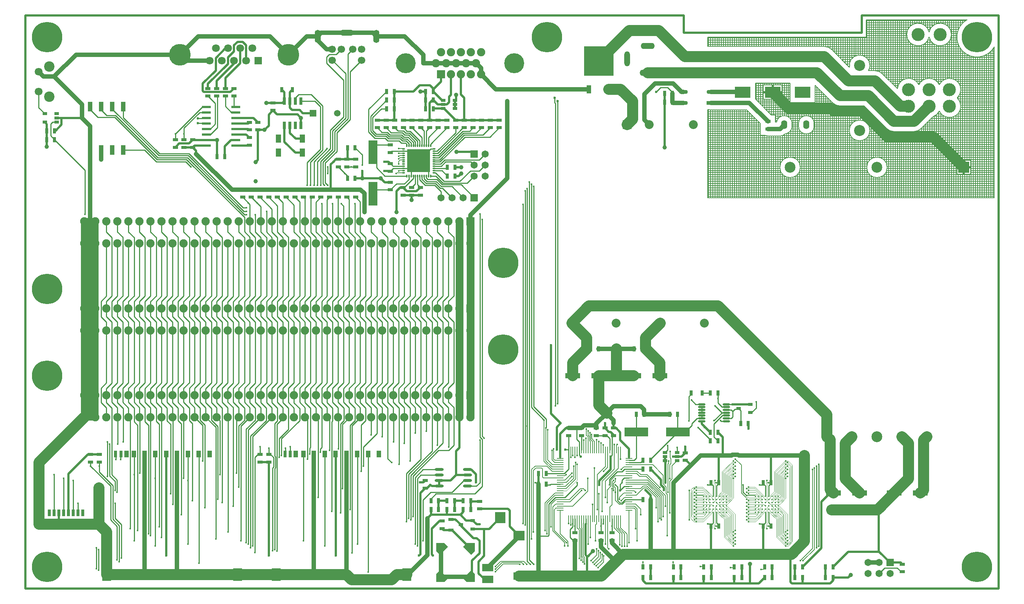
<source format=gtl>
%FSLAX44Y44*%
%MOMM*%
G71*
G01*
G75*
G04 Layer_Physical_Order=1*
G04 Layer_Color=255*
%ADD10C,0.2000*%
%ADD11R,1.3000X0.7500*%
%ADD12R,0.9900X0.6900*%
%ADD13R,0.7500X1.3000*%
%ADD14R,3.5000X1.2000*%
%ADD15O,0.8000X0.3000*%
%ADD16O,0.3000X0.8000*%
%ADD17R,5.3000X5.3000*%
%ADD18R,2.0000X5.5000*%
%ADD19O,2.1000X0.6000*%
%ADD20R,2.0000X0.6000*%
%ADD21R,0.9500X1.6500*%
%ADD22R,0.2500X1.5500*%
%ADD23R,1.5500X0.2500*%
%ADD24R,1.0000X1.5000*%
%ADD25R,0.7000X1.5000*%
%ADD26R,2.0000X3.0000*%
%ADD27R,0.8000X1.5000*%
%ADD28R,1.4500X2.0000*%
%ADD29R,1.0000X2.2000*%
%ADD30R,5.5000X2.0000*%
%ADD31C,0.3500*%
%ADD32R,2.6000X2.2000*%
%ADD33R,2.4000X2.5000*%
%ADD34R,2.6000X1.8000*%
%ADD35R,6.8000X6.9000*%
%ADD36R,1.0000X1.9000*%
%ADD37P,1.4142X4X270.0*%
%ADD38P,1.4142X4X360.0*%
%ADD39R,2.0320X0.8890*%
%ADD40O,2.0320X0.8890*%
%ADD41O,1.7000X0.4500*%
%ADD42R,0.6500X1.7500*%
%ADD43R,1.3000X1.9000*%
%ADD44C,2.5000*%
%ADD45C,0.5000*%
%ADD46C,0.2500*%
%ADD47C,1.8000*%
%ADD48C,1.0000*%
%ADD49C,1.5000*%
%ADD50C,0.1500*%
%ADD51C,0.1250*%
%ADD52C,2.0320*%
%ADD53R,2.0320X2.0320*%
%ADD54C,2.4000*%
%ADD55C,1.8000*%
%ADD56C,1.6510*%
%ADD57R,1.6510X1.6510*%
%ADD58R,1.6510X1.6510*%
%ADD59C,7.0000*%
%ADD60C,4.6000*%
%ADD61C,1.9000*%
%ADD62R,1.9000X1.9000*%
%ADD63R,1.8000X1.8000*%
%ADD64C,1.8000*%
%ADD65C,5.0000*%
%ADD66C,1.7000*%
%ADD67O,1.4000X3.0000*%
%ADD68O,3.0000X1.4000*%
%ADD69O,3.7000X1.4000*%
%ADD70O,1.3000X3.5000*%
%ADD71O,3.2000X1.4000*%
%ADD72R,3.6000X2.6000*%
%ADD73C,3.0000*%
%ADD74O,1.4000X2.0000*%
%ADD75C,2.5000*%
%ADD76R,2.5000X2.5000*%
%ADD77C,2.5400*%
%ADD78R,1.5000X1.5000*%
%ADD79C,1.5000*%
%ADD80C,0.6000*%
%ADD81C,0.4000*%
%ADD82C,1.0000*%
G36*
X1034548Y33837D02*
Y15452D01*
X1016163D01*
X1007678Y23938D01*
X1026062Y42322D01*
X1034548Y33837D01*
D02*
G37*
G36*
X972322Y23938D02*
X963837Y15452D01*
X945452D01*
Y33837D01*
X953938Y42322D01*
X972322Y23938D01*
D02*
G37*
G36*
X1034548Y86163D02*
X1026062Y77678D01*
X1007678Y96062D01*
X1016163Y104548D01*
X1034548D01*
Y86163D01*
D02*
G37*
G36*
X972322Y96062D02*
X953938Y77678D01*
X945452Y86163D01*
Y104548D01*
X963837D01*
X972322Y96062D01*
D02*
G37*
D10*
X2167284Y1310000D02*
G03*
X2230000Y1247285I22715J-40000D01*
G01*
X2131400Y1276000D02*
G03*
X2080000Y1281553I-26000J0D01*
G01*
Y1270447D02*
G03*
X2131400Y1276000I25400J5553D01*
G01*
X2144684Y1129950D02*
G03*
X2152990Y1149000I-17695J19050D01*
G01*
D02*
G03*
X2103495Y1160135I-26000J0D01*
G01*
D02*
G03*
X2056505Y1160135I-23495J-11135D01*
G01*
X2080000Y1281553D02*
G03*
X2080000Y1270447I-25400J-5553D01*
G01*
X2056505Y1160135D02*
G03*
X2007098Y1151136I-23495J-11135D01*
G01*
X1972617Y1185617D02*
G03*
X1956000Y1192500I-16617J-16617D01*
G01*
X1972625Y1185609D02*
G03*
X1956000Y1192500I-16625J-16609D01*
G01*
X1943700Y1205000D02*
G03*
X1896730Y1200504I-23700J0D01*
G01*
X1940135Y1192500D02*
G03*
X1943700Y1205000I-20136J12500D01*
G01*
X2152990Y1110900D02*
G03*
X2144684Y1129950I-26000J0D01*
G01*
X2088751Y1086417D02*
G03*
X2103495Y1099765I-8751J24483D01*
G01*
D02*
G03*
X2152990Y1110900I23495J11135D01*
G01*
X1982383Y1059383D02*
G03*
X1999000Y1052500I16617J16617D01*
G01*
X2045100D02*
G03*
X2061725Y1059391I0J23500D01*
G01*
X1982375D02*
G03*
X1999000Y1052500I16625J16609D01*
G01*
X1943700Y1055000D02*
G03*
X1943700Y1055000I-23700J0D01*
G01*
X2045100Y1052500D02*
G03*
X2061717Y1059383I0J23500D01*
G01*
X1983500Y970000D02*
G03*
X1983500Y970000I-23500J0D01*
G01*
X1855617Y1241617D02*
G03*
X1839000Y1248500I-16617J-16617D01*
G01*
X1855625Y1241609D02*
G03*
X1839000Y1248500I-16625J-16609D01*
G01*
X1858375Y1118391D02*
G03*
X1875000Y1111500I16625J16609D01*
G01*
X1858383Y1118383D02*
G03*
X1875000Y1111500I16617J16617D01*
G01*
X1573573Y1102855D02*
G03*
X1577750Y1102300I4178J15445D01*
G01*
X1815400Y1071000D02*
G03*
X1779400Y1071000I-18000J0D01*
G01*
X1764600D02*
G03*
X1728896Y1074250I-18000J0D01*
G01*
X1779400Y1065000D02*
G03*
X1815400Y1065000I18000J0D01*
G01*
X1748308Y1047081D02*
G03*
X1764600Y1065000I-1708J17919D01*
G01*
X1783500Y970000D02*
G03*
X1783500Y970000I-23500J0D01*
G01*
X1736850Y1042250D02*
G03*
X1748163Y1046936I0J16000D01*
G01*
X1736850Y1042250D02*
G03*
X1748163Y1046936I0J16000D01*
G01*
X1702800Y1043500D02*
G03*
X1709000Y1042250I6200J14750D01*
G01*
X2161968Y1306472D02*
Y1310000D01*
X2156968Y1302014D02*
Y1310000D01*
X2151968Y1295876D02*
Y1310000D01*
X2128474Y1287984D02*
X2147661D01*
X2146968Y1286256D02*
Y1310000D01*
X2125087Y1292984D02*
X2150153D01*
X2126968Y1290520D02*
Y1310000D01*
X2130444Y1282984D02*
X2145870D01*
X2121968Y1296038D02*
Y1310000D01*
X2131324Y1277984D02*
X2144698D01*
X2131224Y1272984D02*
X2144097D01*
X2130133Y1267984D02*
X2144044D01*
X2127907Y1262984D02*
X2144538D01*
X2146968Y1165640D02*
Y1253744D01*
X2124146Y1257984D02*
X2145597D01*
X2136968Y1173009D02*
Y1310000D01*
X2141968Y1170253D02*
Y1310000D01*
X2131968Y1174519D02*
Y1310000D01*
X2126968Y1175000D02*
Y1261480D01*
X2121968Y1174510D02*
Y1255963D01*
X2111968Y1301157D02*
Y1310000D01*
X2116968Y1299285D02*
Y1310000D01*
X1935000D02*
X2167284D01*
X1935000Y1302984D02*
X2157936D01*
X1935000Y1307984D02*
X2164053D01*
X2106968Y1301953D02*
Y1310000D01*
X2101968Y1301773D02*
Y1310000D01*
X2096968Y1300595D02*
Y1310000D01*
X2091968Y1298262D02*
Y1310000D01*
X2068483Y1297984D02*
X2091517D01*
X2119283D02*
X2153491D01*
X2086968Y1294337D02*
Y1310000D01*
Y1174049D02*
Y1257663D01*
X2077674Y1287984D02*
X2082326D01*
X2081968Y1287267D02*
Y1310000D01*
X2074287Y1292984D02*
X2085713D01*
X2077107Y1262984D02*
X2082893D01*
X2073346Y1257984D02*
X2086654D01*
X2223029Y1237984D02*
X2230000D01*
X2217309Y1232984D02*
X2230000D01*
X2208725Y1227984D02*
X2230000D01*
X2144756Y1167984D02*
X2230000D01*
X2148909Y1162984D02*
X2230000D01*
X2137029Y1172984D02*
X2230000D01*
X2117493Y1252984D02*
X2147263D01*
X2116968Y1172991D02*
Y1252715D01*
X2111968Y1170221D02*
Y1250843D01*
X2227230Y1242984D02*
X2230000D01*
X2106968Y1165587D02*
Y1250048D01*
X2152683Y1152984D02*
X2230000D01*
X2152970Y1147984D02*
X2230000D01*
X2151389Y1157984D02*
X2230000D01*
X2152284Y1142984D02*
X2230000D01*
X2150541Y1137984D02*
X2230000D01*
X2151968Y1156219D02*
Y1244124D01*
X2147471Y1132984D02*
X2230000D01*
X2146968Y1127540D02*
Y1132360D01*
X2146590Y1127984D02*
X2230000D01*
X1943511Y1207984D02*
X2230000D01*
X1943614Y1202984D02*
X2230000D01*
X1942637Y1197984D02*
X2230000D01*
X1969852Y1187984D02*
X2230000D01*
X1940428Y1192984D02*
X2230000D01*
X2066693Y1252984D02*
X2093307D01*
X1935436Y1222984D02*
X2230000D01*
X1925782Y1227984D02*
X2171274D01*
X1942314Y1212984D02*
X2230000D01*
X1939827Y1217984D02*
X2230000D01*
X1980250Y1177984D02*
X2230000D01*
X1975250Y1182984D02*
X2230000D01*
X2097766Y1167984D02*
X2109224D01*
X2090039Y1172984D02*
X2116951D01*
X2096968Y1168700D02*
Y1251405D01*
X2101968Y1162907D02*
Y1250228D01*
X2091968Y1172082D02*
Y1253738D01*
X2101919Y1162984D02*
X2105071D01*
X2061968Y1300934D02*
Y1310000D01*
X2066968Y1298870D02*
Y1310000D01*
X2056968Y1301892D02*
Y1310000D01*
X2076968Y1289254D02*
Y1310000D01*
X2079644Y1282984D02*
X2080355D01*
X2071968Y1295348D02*
Y1310000D01*
X2041968Y1298725D02*
Y1310000D01*
X2036968Y1295108D02*
Y1310000D01*
X2031968Y1288798D02*
Y1310000D01*
X2051968Y1301867D02*
Y1310000D01*
X2046968Y1300855D02*
Y1310000D01*
X2021968Y1172539D02*
Y1310000D01*
X2016968Y1169461D02*
Y1310000D01*
X2011968Y1164272D02*
Y1310000D01*
X2026968Y1174288D02*
Y1310000D01*
X1991968Y1166266D02*
Y1310000D01*
X1996968Y1161266D02*
Y1310000D01*
X1986968Y1171266D02*
Y1310000D01*
X2006968Y1151266D02*
Y1310000D01*
X2001968Y1156266D02*
Y1310000D01*
X1935000Y1292984D02*
X2034913D01*
X1935000Y1287984D02*
X2031526D01*
X1935000Y1297984D02*
X2040717D01*
X1935000Y1272984D02*
X2028775D01*
X1935000Y1282984D02*
X2029555D01*
X1935000Y1270000D02*
Y1310000D01*
X1936968Y1221545D02*
Y1310000D01*
X1935000Y1277984D02*
X2028676D01*
X1931968Y1225456D02*
Y1270000D01*
X1881968Y1215266D02*
Y1270000D01*
X1966968Y1189783D02*
Y1310000D01*
X1971968Y1186242D02*
Y1310000D01*
X1961968Y1191730D02*
Y1310000D01*
X1981968Y1176266D02*
Y1310000D01*
X1976968Y1181266D02*
Y1310000D01*
X1951968Y1192500D02*
Y1310000D01*
X1956968Y1192480D02*
Y1310000D01*
X1946968Y1192500D02*
Y1310000D01*
X1941968Y1213892D02*
Y1310000D01*
X1891968Y1205266D02*
Y1270000D01*
X2079333Y1267984D02*
X2080667D01*
X2081968Y1174926D02*
Y1264733D01*
X2076968Y1174823D02*
Y1262746D01*
X2071968Y1173728D02*
Y1256652D01*
X2043049Y1172984D02*
X2069961D01*
X2036968Y1174697D02*
Y1256892D01*
X2041968Y1173408D02*
Y1253275D01*
X2031968Y1174979D02*
Y1263202D01*
X2066968Y1171498D02*
Y1253130D01*
X2046968Y1170936D02*
Y1251145D01*
X2061968Y1167731D02*
Y1251066D01*
X2056968Y1161064D02*
Y1250108D01*
X2054929Y1162984D02*
X2058081D01*
X2050776Y1167984D02*
X2062234D01*
X2051968Y1166793D02*
Y1250134D01*
X1995250Y1162984D02*
X2011091D01*
X1990250Y1167984D02*
X2015244D01*
X2005250Y1152984D02*
X2007317D01*
X2000250Y1157984D02*
X2008611D01*
X1916968Y1228505D02*
Y1270000D01*
X1911968Y1227297D02*
Y1270000D01*
X1906968Y1224796D02*
Y1270000D01*
X1926968Y1227652D02*
Y1270000D01*
X1921968Y1228618D02*
Y1270000D01*
X1901968Y1220380D02*
Y1270000D01*
X1896968Y1210589D02*
Y1270000D01*
X1886968Y1210266D02*
Y1270000D01*
X1884250Y1212984D02*
X1897685D01*
X1879250Y1217984D02*
X1900173D01*
X1940135Y1192500D02*
X1956000D01*
X1985250Y1172984D02*
X2022971D01*
X1972625Y1185609D02*
X2007098Y1151136D01*
X1889250Y1207984D02*
X1896488D01*
X1941968Y1192500D02*
Y1196107D01*
X1894250Y1202984D02*
X1896386D01*
X2211968Y900000D02*
Y1229584D01*
X2216968Y900000D02*
Y1232734D01*
X2171968Y986000D02*
Y1227682D01*
X2152906Y1112984D02*
X2230000D01*
X2152826Y1107984D02*
X2230000D01*
X2152006Y1117984D02*
X2230000D01*
X2161968Y986000D02*
Y1233528D01*
X2166968Y986000D02*
Y1230181D01*
X2156968Y986000D02*
Y1237986D01*
X2151968Y986000D02*
Y1103682D01*
Y1118119D02*
Y1141782D01*
X2226968Y900000D02*
Y1242625D01*
X2230000Y900000D02*
Y1247285D01*
X2221968Y900000D02*
Y1236923D01*
X2206968Y900000D02*
Y1227244D01*
X2201968Y900000D02*
Y1225584D01*
X2181968Y900000D02*
Y1224706D01*
X2196968Y900000D02*
Y1224531D01*
X2176968Y900000D02*
Y1225884D01*
X2191968Y900000D02*
Y1224042D01*
X2186968Y900000D02*
Y1224100D01*
X2150011Y1122984D02*
X2230000D01*
X2151756Y1102984D02*
X2230000D01*
X2149555Y1097984D02*
X2230000D01*
X2145832Y1092984D02*
X2230000D01*
X2139272Y1087984D02*
X2230000D01*
X2102565Y1097984D02*
X2104425D01*
X2098842Y1092984D02*
X2108148D01*
X2092282Y1087984D02*
X2114708D01*
X2146968Y986000D02*
Y1094260D01*
X2141968Y900000D02*
Y1089648D01*
X2136968Y900000D02*
Y1086891D01*
X2131968Y900000D02*
Y1085381D01*
X2111968Y900000D02*
Y1089679D01*
X2116968Y900000D02*
Y1086909D01*
X2106968Y900000D02*
Y1094314D01*
X2126968Y900000D02*
Y1084900D01*
X2121968Y900000D02*
Y1085390D01*
X2176000Y982984D02*
X2230000D01*
X2176000Y977984D02*
X2230000D01*
X2085318Y1082984D02*
X2230000D01*
X2176000Y962984D02*
X2230000D01*
X2176000Y957984D02*
X2230000D01*
X2176000Y972984D02*
X2230000D01*
X2144000Y986000D02*
X2176000D01*
Y967984D02*
X2230000D01*
X2176000Y954000D02*
Y986000D01*
X2171968Y900000D02*
Y954000D01*
X2144000D02*
X2176000D01*
X2166968Y900000D02*
Y954000D01*
X2161968Y900000D02*
Y954000D01*
X2156968Y900000D02*
Y954000D01*
X2144000D02*
Y986000D01*
X2151968Y900000D02*
Y954000D01*
X2146968Y900000D02*
Y954000D01*
X2049845Y1052984D02*
X2230000D01*
X1942637Y1047984D02*
X2230000D01*
X1940428Y1042984D02*
X2230000D01*
X1936497Y1037984D02*
X2230000D01*
X1928774Y1032984D02*
X2230000D01*
X2080318Y1077984D02*
X2230000D01*
X2075318Y1072984D02*
X2230000D01*
X2070318Y1067984D02*
X2230000D01*
X2065318Y1062984D02*
X2230000D01*
X2060189Y1057984D02*
X2230000D01*
X1975126Y987984D02*
X2230000D01*
X1982102Y977984D02*
X2144000D01*
X1964896Y992984D02*
X2230000D01*
X1976208Y952984D02*
X2230000D01*
X1968219Y947984D02*
X2230000D01*
X1983309Y972984D02*
X2144000D01*
X1983413Y967984D02*
X2144000D01*
X1979587Y982984D02*
X2144000D01*
X1982428Y962984D02*
X2144000D01*
X1980195Y957984D02*
X2144000D01*
X2061725Y1059391D02*
X2088751Y1086417D01*
X1976968Y986258D02*
Y1064798D01*
X1971968Y990224D02*
Y1069798D01*
X1956968Y993304D02*
Y1084798D01*
X1951968Y992085D02*
Y1089798D01*
X1946968Y989556D02*
Y1094798D01*
X1966968Y992443D02*
Y1074798D01*
X1961968Y993417D02*
Y1079798D01*
X2096968Y900000D02*
Y1091200D01*
X2101968Y900000D02*
Y1096993D01*
X2091968Y900000D02*
Y1087818D01*
X2086968Y900000D02*
Y1084634D01*
X2081968Y900000D02*
Y1079634D01*
X2071968Y900000D02*
Y1069634D01*
X2076968Y900000D02*
Y1074634D01*
X2066968Y900000D02*
Y1064634D01*
X2061968Y900000D02*
Y1059634D01*
X1981968Y978345D02*
Y1059798D01*
X1931968Y1075456D02*
Y1109798D01*
X1936968Y1071546D02*
Y1104798D01*
X1926968Y1077653D02*
Y1111500D01*
X1935436Y1072984D02*
X1968782D01*
X1925782Y1077984D02*
X1963782D01*
X1911968Y1077298D02*
Y1111500D01*
X1906968Y1074796D02*
Y1111500D01*
X1901968Y1070380D02*
Y1111500D01*
X1921968Y1078618D02*
Y1111500D01*
X1916968Y1078505D02*
Y1111500D01*
X1941968Y1063893D02*
Y1099798D01*
X1930266Y1111500D02*
X1982375Y1059391D01*
X1942314Y1062984D02*
X1978782D01*
X1939827Y1067984D02*
X1973782D01*
X1881968Y900000D02*
Y1111500D01*
X1886968Y900000D02*
Y1111500D01*
X1876968Y900000D02*
Y1111500D01*
X1896968Y1060590D02*
Y1111500D01*
X1891968Y900000D02*
Y1111500D01*
X2051968Y900000D02*
Y1053526D01*
X2056968Y900000D02*
Y1055717D01*
X2046968Y900000D02*
Y1052574D01*
X1999000Y1052500D02*
X2045100D01*
X2026968Y900000D02*
Y1052500D01*
X2031968Y900000D02*
Y1052500D01*
X2021968Y900000D02*
Y1052500D01*
X2041968Y900000D02*
Y1052500D01*
X2036968Y900000D02*
Y1052500D01*
X2001968Y900000D02*
Y1052500D01*
X2006968Y900000D02*
Y1052500D01*
X1996968Y900000D02*
Y1052588D01*
X2016968Y900000D02*
Y1052500D01*
X2011968Y900000D02*
Y1052500D01*
X1986968Y900000D02*
Y1055814D01*
X1991968Y900000D02*
Y1053577D01*
X1981968Y900000D02*
Y961655D01*
X1976968Y900000D02*
Y953742D01*
X1971968Y900000D02*
Y949776D01*
X1943511Y1057984D02*
X1983911D01*
X1943614Y1052984D02*
X1994255D01*
X1966968Y900000D02*
Y947557D01*
X1961968Y900000D02*
Y946583D01*
X1941968Y985070D02*
Y1046108D01*
Y900000D02*
Y954930D01*
X1936968Y974669D02*
Y1038454D01*
X1956968Y900000D02*
Y946696D01*
X1951968Y900000D02*
Y947915D01*
X1926968Y900000D02*
Y1032348D01*
X1931968Y900000D02*
Y1034544D01*
X1921968Y900000D02*
Y1031382D01*
X1946968Y900000D02*
Y950444D01*
X1936968Y900000D02*
Y965331D01*
X1901968Y900000D02*
Y1039620D01*
X1906968Y900000D02*
Y1035204D01*
X1896968Y900000D02*
Y1049411D01*
X1916968Y900000D02*
Y1031495D01*
X1911968Y900000D02*
Y1032702D01*
X1846968Y1247108D02*
Y1270000D01*
X1851968Y1244598D02*
Y1270000D01*
X1843899Y1247984D02*
X2149610D01*
X1854127Y1242984D02*
X2152769D01*
X1826969Y1248500D02*
Y1270000D01*
X1831968Y1248500D02*
Y1270000D01*
X1821969Y1248500D02*
Y1270000D01*
X1841968Y1248312D02*
Y1270000D01*
X1836968Y1248500D02*
Y1270000D01*
X1859250Y1237984D02*
X2156970D01*
X1864250Y1232984D02*
X2162690D01*
X1855625Y1241609D02*
X1896730Y1200504D01*
X1874250Y1222984D02*
X1904564D01*
X1869250Y1227984D02*
X1914218D01*
X1861968Y1235266D02*
Y1270000D01*
X1866968Y1230266D02*
Y1270000D01*
X1856968Y1240266D02*
Y1270000D01*
X1876968Y1220266D02*
Y1270000D01*
X1871968Y1225266D02*
Y1270000D01*
X1570000Y1267984D02*
X2029867D01*
X1570000Y1262984D02*
X2032093D01*
X1570000Y1270000D02*
X1935000D01*
X1570000Y1252984D02*
X2042507D01*
X1570000Y1257984D02*
X2035854D01*
X1791969Y1248500D02*
Y1270000D01*
X1796969Y1248500D02*
Y1270000D01*
X1786969Y1248500D02*
Y1270000D01*
X1816969Y1248500D02*
Y1270000D01*
X1801969Y1248500D02*
Y1270000D01*
X1781969Y1248500D02*
Y1270000D01*
X1806969Y1248500D02*
Y1270000D01*
X1776969Y1248500D02*
Y1270000D01*
X1811969Y1248500D02*
Y1270000D01*
X1570000Y1248500D02*
X1839000D01*
X1756969D02*
Y1270000D01*
X1761969Y1248500D02*
Y1270000D01*
X1751969Y1248500D02*
Y1270000D01*
X1771969Y1248500D02*
Y1270000D01*
X1766969Y1248500D02*
Y1270000D01*
X1818000Y1142984D02*
X1833782D01*
X1818000Y1137984D02*
X1838782D01*
X1818000Y1147984D02*
X1828782D01*
X1818000Y1127984D02*
X1848782D01*
X1818000Y1122984D02*
X1853782D01*
X1818000Y1132984D02*
X1843782D01*
X1818000Y1157984D02*
X1818782D01*
X1818000Y1119000D02*
Y1158766D01*
X1760000Y1119000D02*
Y1164500D01*
X1818000Y1152984D02*
X1823782D01*
X1760000Y1119000D02*
X1818000D01*
Y1158766D02*
X1858375Y1118391D01*
X1875000Y1111500D02*
X1930266D01*
X1803361Y1087984D02*
X1953782D01*
X1796969Y1088995D02*
Y1119000D01*
X1791969Y1088161D02*
Y1119000D01*
X1786969Y1085669D02*
Y1119000D01*
X1806969Y1086246D02*
Y1119000D01*
X1801969Y1088410D02*
Y1119000D01*
X1741500Y1137984D02*
X1760000D01*
X1741500Y1132984D02*
X1760000D01*
X1741500Y1142984D02*
X1760000D01*
X1741500Y1127984D02*
X1760000D01*
X1684393Y1122984D02*
X1760000D01*
X1680000Y1162984D02*
X1760000D01*
X1741500Y1157984D02*
X1760000D01*
X1680000Y1164500D02*
X1760000D01*
X1741500Y1147984D02*
X1760000D01*
X1741500Y1152984D02*
X1760000D01*
X1699393Y1107984D02*
X1933782D01*
X1704393Y1102984D02*
X1938782D01*
X1694393Y1112984D02*
X1866781D01*
X1714393Y1092984D02*
X1948782D01*
X1709393Y1097984D02*
X1943782D01*
X1751969Y1088181D02*
Y1164500D01*
X1756969Y1085714D02*
Y1164500D01*
X1746969Y1088996D02*
Y1164500D01*
X1752561Y1087984D02*
X1791439D01*
X1689393Y1117984D02*
X1858792D01*
X1726969Y1248500D02*
Y1270000D01*
X1731969Y1248500D02*
Y1270000D01*
X1721969Y1248500D02*
Y1270000D01*
X1741969Y1248500D02*
Y1270000D01*
X1746969Y1248500D02*
Y1270000D01*
X1736969Y1248500D02*
Y1270000D01*
X1686969Y1248500D02*
Y1270000D01*
X1706969Y1248500D02*
Y1270000D01*
X1681969Y1248500D02*
Y1270000D01*
X1716969Y1248500D02*
Y1270000D01*
X1711969Y1248500D02*
Y1270000D01*
Y1159500D02*
Y1164500D01*
X1741969Y1088394D02*
Y1164500D01*
X1701969Y1248500D02*
Y1270000D01*
X1706969Y1159500D02*
Y1164500D01*
X1701969Y1159500D02*
Y1164500D01*
X1671969Y1248500D02*
Y1270000D01*
X1676969Y1248500D02*
Y1270000D01*
X1666969Y1248500D02*
Y1270000D01*
X1696969Y1248500D02*
Y1270000D01*
X1691969Y1248500D02*
Y1270000D01*
X1596969Y1248500D02*
Y1270000D01*
X1601969Y1248500D02*
Y1270000D01*
X1591969Y1248500D02*
Y1270000D01*
X1611969Y1248500D02*
Y1270000D01*
X1606969Y1248500D02*
Y1270000D01*
X1571969Y1248500D02*
Y1270000D01*
X1576969Y1248500D02*
Y1270000D01*
X1570000Y1248500D02*
Y1270000D01*
X1586969Y1248500D02*
Y1270000D01*
X1581969Y1248500D02*
Y1270000D01*
X1646969Y1248500D02*
Y1270000D01*
X1651969Y1248500D02*
Y1270000D01*
X1641969Y1248500D02*
Y1270000D01*
X1661969Y1248500D02*
Y1270000D01*
X1656969Y1248500D02*
Y1270000D01*
X1621969Y1248500D02*
Y1270000D01*
X1626969Y1248500D02*
Y1270000D01*
X1616969Y1248500D02*
Y1270000D01*
X1636969Y1248500D02*
Y1270000D01*
X1631969Y1248500D02*
Y1270000D01*
X1731969Y1159500D02*
Y1164500D01*
X1736969Y1159500D02*
Y1164500D01*
X1698500Y1159500D02*
X1741500D01*
Y1126500D02*
Y1159500D01*
X1721969D02*
Y1164500D01*
X1726969Y1159500D02*
Y1164500D01*
X1716969Y1159500D02*
Y1164500D01*
X1698500Y1126500D02*
Y1159500D01*
X1721969Y1090500D02*
Y1126500D01*
X1736969Y1086206D02*
Y1126500D01*
X1698500D02*
X1741500D01*
X1726500Y1087984D02*
X1740639D01*
X1716877Y1090500D02*
X1726500D01*
X1716969D02*
Y1126500D01*
X1711969Y1095408D02*
Y1126500D01*
X1706969Y1100408D02*
Y1126500D01*
X1701969Y1105408D02*
Y1126500D01*
X1680000Y1147984D02*
X1698500D01*
X1680000Y1152984D02*
X1698500D01*
X1680000Y1137984D02*
X1698500D01*
X1680000Y1142984D02*
X1698500D01*
X1680000Y1127377D02*
Y1164500D01*
X1681969Y1125408D02*
Y1164500D01*
X1680000Y1157984D02*
X1698500D01*
X1680000Y1127984D02*
X1698500D01*
X1680000Y1132984D02*
X1698500D01*
X1691969Y1115408D02*
Y1164500D01*
X1696969Y1110408D02*
Y1164500D01*
X1686969Y1120408D02*
Y1164500D01*
X1680000Y1127377D02*
X1716877Y1090500D01*
X1570000Y1087984D02*
X1674138D01*
X1577750Y1102300D02*
X1659823D01*
X1570000Y1102855D02*
X1573573D01*
X1570000Y1092984D02*
X1669138D01*
X1570000Y1097984D02*
X1664138D01*
X1813990Y1077984D02*
X1914218D01*
X1815290Y1072984D02*
X1904564D01*
X1810831Y1082984D02*
X1958782D01*
X1815400Y1067984D02*
X1900173D01*
X1815287Y1062984D02*
X1897685D01*
X1813977Y1057984D02*
X1896488D01*
X1851968Y900000D02*
Y1124798D01*
X1856968Y900000D02*
Y1119798D01*
X1846968Y900000D02*
Y1129798D01*
X1815400Y1065000D02*
Y1071000D01*
X1811969Y1081572D02*
Y1119000D01*
X1841968Y900000D02*
Y1134798D01*
X1861968Y900000D02*
Y1115444D01*
X1836968Y900000D02*
Y1139798D01*
X1871968Y900000D02*
Y1111696D01*
X1866968Y900000D02*
Y1112915D01*
X1826969Y900000D02*
Y1149798D01*
X1831968Y900000D02*
Y1144798D01*
X1821969Y900000D02*
Y1154798D01*
X1816969Y900000D02*
Y1119000D01*
X1811969Y900000D02*
Y1054428D01*
X1781969Y1080266D02*
Y1119000D01*
X1760031Y1082984D02*
X1783970D01*
X1764487Y1062984D02*
X1779513D01*
X1763190Y1077984D02*
X1780810D01*
X1764490Y1072984D02*
X1779510D01*
X1779400Y1065000D02*
Y1071000D01*
X1764600Y1067984D02*
X1779400D01*
X1764600Y1065000D02*
Y1071000D01*
X1810802Y1052984D02*
X1896386D01*
X1781969Y978344D02*
Y1055733D01*
X1786969Y900000D02*
Y1050331D01*
X1760002Y1052984D02*
X1783998D01*
X1771969Y990224D02*
Y1119000D01*
X1776969Y986257D02*
Y1119000D01*
X1766969Y992443D02*
Y1119000D01*
X1763177Y1057984D02*
X1780824D01*
X1775126Y987984D02*
X1944873D01*
X1779587Y982984D02*
X1940412D01*
X1764896Y992984D02*
X1955103D01*
X1782102Y977984D02*
X1937898D01*
X1782428Y962984D02*
X1937571D01*
X1780195Y957984D02*
X1939804D01*
X1752471Y1047984D02*
X1791529D01*
X1803271D02*
X1897362D01*
X1741640Y1042984D02*
X1899572D01*
X1783413Y967984D02*
X1936586D01*
X1783309Y972984D02*
X1936690D01*
X1801969Y900000D02*
Y1047589D01*
X1806969Y900000D02*
Y1049754D01*
X1796969Y900000D02*
Y1047005D01*
X1776208Y952984D02*
X1943791D01*
X1768219Y947984D02*
X1951780D01*
X1781969Y900000D02*
Y961656D01*
X1791969Y900000D02*
Y1047839D01*
X1776969Y900000D02*
Y953743D01*
X1771969Y900000D02*
Y949776D01*
X1766969Y900000D02*
Y947557D01*
X1570000Y1022984D02*
X2230000D01*
X1570000Y1017984D02*
X2230000D01*
X1570000Y1027984D02*
X2230000D01*
X1570000Y997984D02*
X2230000D01*
X1570000Y1012984D02*
X2230000D01*
X1570000Y1032984D02*
X1911225D01*
X1570000Y1007984D02*
X2230000D01*
X1570000Y1037984D02*
X1903503D01*
X1570000Y1002984D02*
X2230000D01*
X1570000Y912984D02*
X2230000D01*
X1570000Y907984D02*
X2230000D01*
X1570000Y917984D02*
X2230000D01*
X1570000Y900000D02*
X2230000D01*
X1570000Y902984D02*
X2230000D01*
X1570000Y937984D02*
X2230000D01*
X1570000Y932984D02*
X2230000D01*
X1570000Y942984D02*
X2230000D01*
X1570000Y922984D02*
X2230000D01*
X1570000Y927984D02*
X2230000D01*
X1731969Y1081484D02*
Y1126500D01*
X1761969Y1080370D02*
Y1119000D01*
X1726969Y1074250D02*
Y1126500D01*
X1726500Y1077984D02*
X1730010D01*
X1726500Y1074250D02*
X1728896D01*
X1726500Y1082984D02*
X1733170D01*
X1726500Y1074250D02*
Y1090500D01*
X1691500Y1061000D02*
Y1070622D01*
X1659823Y1102300D02*
X1691500Y1070622D01*
Y1043500D02*
Y1061000D01*
Y1070622D01*
X1671969Y900000D02*
Y1090154D01*
X1676969Y900000D02*
Y1085154D01*
X1666969Y900000D02*
Y1095154D01*
X1686969Y900000D02*
Y1075154D01*
X1681969Y900000D02*
Y1080154D01*
X1646969Y900000D02*
Y1102300D01*
X1651969Y900000D02*
Y1102300D01*
X1641969Y900000D02*
Y1102300D01*
X1661969Y900000D02*
Y1100154D01*
X1656969Y900000D02*
Y1102300D01*
X1570000Y1077984D02*
X1684138D01*
X1570000Y1072984D02*
X1689138D01*
X1570000Y1082984D02*
X1679138D01*
X1570000Y1062984D02*
X1691500D01*
X1570000Y1067984D02*
X1691500D01*
X1611969Y900000D02*
Y1102300D01*
X1616969Y900000D02*
Y1102300D01*
X1606969Y900000D02*
Y1102300D01*
X1636969Y900000D02*
Y1102300D01*
X1621969Y900000D02*
Y1102300D01*
X1596969Y900000D02*
Y1102300D01*
X1601969Y900000D02*
Y1102300D01*
X1591969Y900000D02*
Y1102300D01*
X1631969Y900000D02*
Y1102300D01*
X1626969Y900000D02*
Y1102300D01*
X1571969Y900000D02*
Y1102855D01*
X1576969Y900000D02*
Y1102319D01*
X1570000Y900000D02*
Y1102855D01*
X1586969Y900000D02*
Y1102300D01*
X1581969Y900000D02*
Y1102300D01*
X1761969Y993417D02*
Y1055629D01*
X1756969Y993304D02*
Y1050286D01*
X1751969Y992085D02*
Y1047819D01*
X1756969Y900000D02*
Y946696D01*
X1746969Y989556D02*
Y1045856D01*
X1741969Y985071D02*
Y1043091D01*
X1736969Y974672D02*
Y1042251D01*
X1709000Y1042250D02*
X1736850D01*
X1741969Y900000D02*
Y954929D01*
X1746969Y900000D02*
Y950444D01*
X1736969Y900000D02*
Y965328D01*
X1761969Y900000D02*
Y946583D01*
X1751969Y900000D02*
Y947915D01*
X1716969Y900000D02*
Y1042250D01*
X1721969Y900000D02*
Y1042250D01*
X1711969Y900000D02*
Y1042250D01*
X1731969Y900000D02*
Y1042250D01*
X1726969Y900000D02*
Y1042250D01*
X1570000Y992984D02*
X1755103D01*
X1570000Y987984D02*
X1744873D01*
X1570000Y977984D02*
X1737897D01*
X1570000Y982984D02*
X1740412D01*
X1570000Y1052984D02*
X1691500D01*
X1570000Y1047984D02*
X1691500D01*
X1570000Y1057984D02*
X1691500D01*
Y1043500D02*
X1702800D01*
X1570000Y1042984D02*
X1704210D01*
X1570000Y962984D02*
X1737571D01*
X1570000Y957984D02*
X1739804D01*
X1570000Y972984D02*
X1736690D01*
X1570000Y947984D02*
X1751780D01*
X1570000Y952984D02*
X1743791D01*
X1696969Y900000D02*
Y1043500D01*
X1701969Y900000D02*
Y1043500D01*
X1691969Y900000D02*
Y1043500D01*
X1706969Y900000D02*
Y1042380D01*
X1570000Y967984D02*
X1736586D01*
D11*
X1519000Y312750D02*
D03*
Y295250D02*
D03*
X170000Y308750D02*
D03*
Y291250D02*
D03*
X150000Y308750D02*
D03*
Y291250D02*
D03*
X540000D02*
D03*
Y308750D02*
D03*
X560000Y291250D02*
D03*
Y308750D02*
D03*
X740000Y988750D02*
D03*
Y971250D02*
D03*
X500000Y918750D02*
D03*
Y901250D02*
D03*
X520000Y918750D02*
D03*
Y901250D02*
D03*
X540000Y918750D02*
D03*
Y901250D02*
D03*
X560000Y918750D02*
D03*
Y901250D02*
D03*
X580000Y918750D02*
D03*
Y901250D02*
D03*
X600000Y918750D02*
D03*
Y901250D02*
D03*
X620000Y918750D02*
D03*
Y901250D02*
D03*
X640000Y918750D02*
D03*
Y901250D02*
D03*
X660000Y918750D02*
D03*
Y901250D02*
D03*
X680000Y918750D02*
D03*
Y901250D02*
D03*
X700000Y918750D02*
D03*
Y901250D02*
D03*
X720000Y918750D02*
D03*
Y901250D02*
D03*
X740000Y918750D02*
D03*
Y901250D02*
D03*
X760000Y918750D02*
D03*
Y901250D02*
D03*
Y988750D02*
D03*
Y971250D02*
D03*
X720000D02*
D03*
Y988750D02*
D03*
X840000Y961250D02*
D03*
Y978750D02*
D03*
X909000Y906250D02*
D03*
Y923750D02*
D03*
X889000Y906250D02*
D03*
Y923750D02*
D03*
X869000Y906250D02*
D03*
Y923750D02*
D03*
X840000Y1004250D02*
D03*
Y1021750D02*
D03*
Y935750D02*
D03*
Y918250D02*
D03*
X1090000Y1078750D02*
D03*
Y1061250D02*
D03*
X1070000Y1078750D02*
D03*
Y1061250D02*
D03*
X1050000Y1078750D02*
D03*
Y1061250D02*
D03*
X1030000Y1078750D02*
D03*
Y1061250D02*
D03*
X1010000Y1078750D02*
D03*
Y1061250D02*
D03*
X990000Y1078750D02*
D03*
Y1061250D02*
D03*
X970000Y1078750D02*
D03*
Y1061250D02*
D03*
X950000Y1078750D02*
D03*
Y1061250D02*
D03*
X930000Y1078750D02*
D03*
Y1061250D02*
D03*
X910000Y1078750D02*
D03*
Y1061250D02*
D03*
X890000Y1078750D02*
D03*
Y1061250D02*
D03*
X870000Y1078750D02*
D03*
Y1061250D02*
D03*
X850000Y1078750D02*
D03*
Y1061250D02*
D03*
X830000Y1078750D02*
D03*
Y1061250D02*
D03*
X810000Y1078750D02*
D03*
Y1061250D02*
D03*
X2018600Y38550D02*
D03*
Y56050D02*
D03*
X920000Y248750D02*
D03*
Y231250D02*
D03*
X345000Y1033750D02*
D03*
Y1016250D02*
D03*
X365000Y1033750D02*
D03*
Y1016250D02*
D03*
X480000Y1151750D02*
D03*
Y1134250D02*
D03*
X460000Y1151750D02*
D03*
Y1134250D02*
D03*
X440000Y1151750D02*
D03*
Y1134250D02*
D03*
X420000Y1151750D02*
D03*
Y1134250D02*
D03*
X535000Y1073750D02*
D03*
Y1056250D02*
D03*
X515000D02*
D03*
Y1073750D02*
D03*
Y1038750D02*
D03*
Y1021250D02*
D03*
X385000Y1033750D02*
D03*
Y1016250D02*
D03*
X1354000Y352250D02*
D03*
Y369750D02*
D03*
X1334000D02*
D03*
Y352250D02*
D03*
X1314000D02*
D03*
Y369750D02*
D03*
X1280000Y352250D02*
D03*
Y369750D02*
D03*
X1250000Y352250D02*
D03*
Y369750D02*
D03*
X1265000Y128750D02*
D03*
Y111250D02*
D03*
X1325000Y128750D02*
D03*
Y111250D02*
D03*
X1350000Y128750D02*
D03*
Y111250D02*
D03*
X1045000Y183250D02*
D03*
Y200750D02*
D03*
X979000Y159500D02*
D03*
Y134500D02*
D03*
X959000Y155750D02*
D03*
Y138250D02*
D03*
X1709000Y1075750D02*
D03*
Y1058250D02*
D03*
X570000Y1101250D02*
D03*
Y1118750D02*
D03*
D12*
X1472250Y313500D02*
D03*
Y304000D02*
D03*
Y294500D02*
D03*
X1499750D02*
D03*
Y313500D02*
D03*
Y304000D02*
D03*
X1641250Y415000D02*
D03*
X1668750Y424500D02*
D03*
Y405500D02*
D03*
X988750Y1105500D02*
D03*
Y1115000D02*
D03*
Y1124500D02*
D03*
X961250D02*
D03*
Y1105500D02*
D03*
Y1115000D02*
D03*
X71750Y1074500D02*
D03*
Y1084000D02*
D03*
Y1093500D02*
D03*
X44250D02*
D03*
Y1074500D02*
D03*
X1002250Y147000D02*
D03*
X1029750Y156500D02*
D03*
Y137500D02*
D03*
D13*
X1418750Y552000D02*
D03*
X1401250D02*
D03*
X1318750D02*
D03*
X1301250D02*
D03*
X1788750Y50000D02*
D03*
X1771250D02*
D03*
X1788750Y25000D02*
D03*
X1771250D02*
D03*
X1718750Y50000D02*
D03*
X1701250D02*
D03*
X1718750Y25000D02*
D03*
X1701250D02*
D03*
X1648750Y50000D02*
D03*
X1631250D02*
D03*
X1648750Y25000D02*
D03*
X1631250D02*
D03*
X1508750D02*
D03*
X1491250D02*
D03*
X1508750Y50000D02*
D03*
X1491250D02*
D03*
X1438750D02*
D03*
X1421250D02*
D03*
X1438750Y25000D02*
D03*
X1421250D02*
D03*
X741250Y1015000D02*
D03*
X758750D02*
D03*
X1471250Y1140000D02*
D03*
X1488750D02*
D03*
X1471250Y1120000D02*
D03*
X1488750D02*
D03*
X1646250Y380000D02*
D03*
X1663750D02*
D03*
X1576250Y450000D02*
D03*
X1593750D02*
D03*
X1532500D02*
D03*
X1557500D02*
D03*
X1576250Y340000D02*
D03*
X1593750D02*
D03*
X758750Y945000D02*
D03*
X741250D02*
D03*
X988750Y970000D02*
D03*
X971250D02*
D03*
X988750Y950000D02*
D03*
X971250D02*
D03*
X938750Y1145000D02*
D03*
X921250D02*
D03*
X938750Y1125000D02*
D03*
X921250D02*
D03*
X938750Y1105000D02*
D03*
X921250D02*
D03*
X848750D02*
D03*
X831250D02*
D03*
X848750Y1125000D02*
D03*
X831250D02*
D03*
X848750Y1145000D02*
D03*
X831250D02*
D03*
X49250Y1034000D02*
D03*
X66750D02*
D03*
Y1054000D02*
D03*
X49250D02*
D03*
X458750Y995000D02*
D03*
X441250D02*
D03*
X1421250Y275000D02*
D03*
X1438750D02*
D03*
X1421250Y205000D02*
D03*
X1438750D02*
D03*
X1198750Y265000D02*
D03*
X1181250D02*
D03*
X1198750Y240000D02*
D03*
X1181250D02*
D03*
X1878750Y282000D02*
D03*
X1861250D02*
D03*
X2041250D02*
D03*
X2058750D02*
D03*
X1438750Y295000D02*
D03*
X1421250D02*
D03*
X1423750Y401000D02*
D03*
X1406250D02*
D03*
X1483250D02*
D03*
X1500750D02*
D03*
X1715750Y244000D02*
D03*
X1698250D02*
D03*
Y144000D02*
D03*
X1715750D02*
D03*
X950750Y182000D02*
D03*
X933250D02*
D03*
X950750Y202000D02*
D03*
X933250D02*
D03*
X987750Y182000D02*
D03*
X970250D02*
D03*
X987750Y202000D02*
D03*
X970250D02*
D03*
X1024750D02*
D03*
X1007250D02*
D03*
X1024750Y182000D02*
D03*
X1007250D02*
D03*
X1593750Y360000D02*
D03*
X1576250D02*
D03*
X589500Y1149000D02*
D03*
X614500D02*
D03*
X1578250Y144000D02*
D03*
X1595750D02*
D03*
Y244000D02*
D03*
X1578250D02*
D03*
X1858750Y50000D02*
D03*
X1841250D02*
D03*
X1858750Y25000D02*
D03*
X1841250D02*
D03*
X1578750Y50000D02*
D03*
X1561250D02*
D03*
X1578750Y25000D02*
D03*
X1561250D02*
D03*
D14*
X1460000Y490000D02*
D03*
X1400000D02*
D03*
X1260000D02*
D03*
X1320000D02*
D03*
X1860000Y220000D02*
D03*
X1920000D02*
D03*
X2000000D02*
D03*
X2060000D02*
D03*
D15*
X870122Y1012542D02*
D03*
Y1007542D02*
D03*
Y1002542D02*
D03*
Y997542D02*
D03*
Y992542D02*
D03*
Y987542D02*
D03*
Y982542D02*
D03*
Y977542D02*
D03*
Y972542D02*
D03*
Y967542D02*
D03*
Y962542D02*
D03*
Y957542D02*
D03*
X940122D02*
D03*
Y962542D02*
D03*
Y967542D02*
D03*
Y972542D02*
D03*
Y977542D02*
D03*
Y982542D02*
D03*
Y987542D02*
D03*
Y992542D02*
D03*
Y997542D02*
D03*
Y1002542D02*
D03*
Y1007542D02*
D03*
Y1012542D02*
D03*
D16*
X877622Y950042D02*
D03*
X882622D02*
D03*
X887622D02*
D03*
X892622D02*
D03*
X897622D02*
D03*
X902622D02*
D03*
X907622D02*
D03*
X912622D02*
D03*
X917622D02*
D03*
X922622D02*
D03*
X927622D02*
D03*
X932622D02*
D03*
Y1020042D02*
D03*
X927622D02*
D03*
X922622D02*
D03*
X917622D02*
D03*
X912622D02*
D03*
X907622D02*
D03*
X902622D02*
D03*
X897622D02*
D03*
X892622D02*
D03*
X887622D02*
D03*
X882622D02*
D03*
X877622D02*
D03*
D17*
X905122Y985042D02*
D03*
D18*
X800000Y909500D02*
D03*
Y1004500D02*
D03*
D19*
X1017516Y235900D02*
D03*
Y248600D02*
D03*
Y261300D02*
D03*
Y274000D02*
D03*
X952516D02*
D03*
Y261300D02*
D03*
Y248600D02*
D03*
Y235900D02*
D03*
D20*
X484000Y1020498D02*
D03*
Y1033198D02*
D03*
Y1045898D02*
D03*
Y1058598D02*
D03*
Y1071298D02*
D03*
Y1083998D02*
D03*
Y1096698D02*
D03*
Y1109398D02*
D03*
X416000Y1020498D02*
D03*
Y1033198D02*
D03*
Y1045898D02*
D03*
Y1058598D02*
D03*
Y1071298D02*
D03*
Y1083998D02*
D03*
Y1096698D02*
D03*
Y1109398D02*
D03*
D21*
X1397250Y1120000D02*
D03*
X1424750D02*
D03*
D22*
X1370000Y160750D02*
D03*
X1365000D02*
D03*
X1360000D02*
D03*
X1355000D02*
D03*
X1350000D02*
D03*
X1345000D02*
D03*
X1340000D02*
D03*
X1335000D02*
D03*
X1330000D02*
D03*
X1325000D02*
D03*
X1320000D02*
D03*
X1315000D02*
D03*
X1310000D02*
D03*
X1305000D02*
D03*
X1300000D02*
D03*
X1295000D02*
D03*
X1290000D02*
D03*
X1285000D02*
D03*
X1280000D02*
D03*
X1275000D02*
D03*
X1270000D02*
D03*
X1265000D02*
D03*
X1260000D02*
D03*
X1255000D02*
D03*
X1250000D02*
D03*
Y319000D02*
D03*
X1255000D02*
D03*
X1260000D02*
D03*
X1265000D02*
D03*
X1270000D02*
D03*
X1275000D02*
D03*
X1280000D02*
D03*
X1285000D02*
D03*
X1290000D02*
D03*
X1295000D02*
D03*
X1300000D02*
D03*
X1305000D02*
D03*
X1310000D02*
D03*
X1315000D02*
D03*
X1320000D02*
D03*
X1325000D02*
D03*
X1330000D02*
D03*
X1335000D02*
D03*
X1340000D02*
D03*
X1345000D02*
D03*
X1350000D02*
D03*
X1355000D02*
D03*
X1360000D02*
D03*
X1365000D02*
D03*
X1370000D02*
D03*
D23*
X1231000Y180000D02*
D03*
Y185000D02*
D03*
Y190000D02*
D03*
Y195000D02*
D03*
Y200000D02*
D03*
Y205000D02*
D03*
Y210000D02*
D03*
Y215000D02*
D03*
Y220000D02*
D03*
Y225000D02*
D03*
Y230000D02*
D03*
Y235000D02*
D03*
Y240000D02*
D03*
Y245000D02*
D03*
Y250000D02*
D03*
Y255000D02*
D03*
Y260000D02*
D03*
Y265000D02*
D03*
Y270000D02*
D03*
Y275000D02*
D03*
Y280000D02*
D03*
Y285000D02*
D03*
Y290000D02*
D03*
Y295000D02*
D03*
Y300000D02*
D03*
X1389000D02*
D03*
Y295000D02*
D03*
Y290000D02*
D03*
Y285000D02*
D03*
Y280000D02*
D03*
Y275000D02*
D03*
Y270000D02*
D03*
Y265000D02*
D03*
Y260000D02*
D03*
Y255000D02*
D03*
Y250000D02*
D03*
Y245000D02*
D03*
Y240000D02*
D03*
Y235000D02*
D03*
Y230000D02*
D03*
Y225000D02*
D03*
Y220000D02*
D03*
Y215000D02*
D03*
Y210000D02*
D03*
Y205000D02*
D03*
Y200000D02*
D03*
Y195000D02*
D03*
Y190000D02*
D03*
Y185000D02*
D03*
Y180000D02*
D03*
D24*
X663800Y310000D02*
D03*
X688800D02*
D03*
X713800D02*
D03*
X738800D02*
D03*
X763800D02*
D03*
X788800D02*
D03*
X639500D02*
D03*
X622500D02*
D03*
X813800D02*
D03*
X273800D02*
D03*
X298800D02*
D03*
X323800D02*
D03*
X348800D02*
D03*
X373800D02*
D03*
X398800D02*
D03*
X249500D02*
D03*
X232500D02*
D03*
X423800D02*
D03*
D25*
X609500D02*
D03*
X597500D02*
D03*
X219500D02*
D03*
X207500D02*
D03*
D26*
X577200Y32500D02*
D03*
X878200D02*
D03*
X187200D02*
D03*
X488200D02*
D03*
D27*
X55050Y174500D02*
D03*
X66050D02*
D03*
X77050D02*
D03*
X88050D02*
D03*
X99050D02*
D03*
X110050D02*
D03*
X121050D02*
D03*
X132050D02*
D03*
D28*
X168750Y231500D02*
D03*
X31250D02*
D03*
X168750Y148500D02*
D03*
X31250D02*
D03*
D29*
X225400Y1110000D02*
D03*
X200000D02*
D03*
X174600D02*
D03*
X149200D02*
D03*
Y1010000D02*
D03*
X174600D02*
D03*
X200000D02*
D03*
X225400D02*
D03*
D30*
X1406500Y361000D02*
D03*
X1501500D02*
D03*
D31*
X1680726Y175128D02*
D03*
Y182628D02*
D03*
Y190128D02*
D03*
Y197628D02*
D03*
Y205128D02*
D03*
Y212628D02*
D03*
X1688226Y175128D02*
D03*
Y182628D02*
D03*
Y190128D02*
D03*
Y197628D02*
D03*
Y205128D02*
D03*
Y212628D02*
D03*
X1695726Y175128D02*
D03*
Y182628D02*
D03*
Y190128D02*
D03*
Y197628D02*
D03*
Y205128D02*
D03*
Y212628D02*
D03*
X1703226Y175128D02*
D03*
Y182628D02*
D03*
Y190128D02*
D03*
Y197628D02*
D03*
Y205128D02*
D03*
Y212628D02*
D03*
X1710726Y175128D02*
D03*
Y182628D02*
D03*
Y190128D02*
D03*
Y197628D02*
D03*
Y205128D02*
D03*
Y212628D02*
D03*
X1718226Y175128D02*
D03*
Y182628D02*
D03*
Y190128D02*
D03*
Y197628D02*
D03*
Y205128D02*
D03*
Y212628D02*
D03*
X1725726Y175128D02*
D03*
Y182628D02*
D03*
Y190128D02*
D03*
Y197628D02*
D03*
Y205128D02*
D03*
Y212628D02*
D03*
X1733226Y175128D02*
D03*
Y182628D02*
D03*
Y190128D02*
D03*
Y197628D02*
D03*
Y205128D02*
D03*
Y212628D02*
D03*
X1560726Y175128D02*
D03*
Y182628D02*
D03*
Y190128D02*
D03*
Y197628D02*
D03*
Y205128D02*
D03*
Y212628D02*
D03*
X1568226Y175128D02*
D03*
Y182628D02*
D03*
Y190128D02*
D03*
Y197628D02*
D03*
Y205128D02*
D03*
Y212628D02*
D03*
X1575726Y175128D02*
D03*
Y182628D02*
D03*
Y190128D02*
D03*
Y197628D02*
D03*
Y205128D02*
D03*
Y212628D02*
D03*
X1583226Y175128D02*
D03*
Y182628D02*
D03*
Y190128D02*
D03*
Y197628D02*
D03*
Y205128D02*
D03*
Y212628D02*
D03*
X1590726Y175128D02*
D03*
Y182628D02*
D03*
Y190128D02*
D03*
Y197628D02*
D03*
Y205128D02*
D03*
Y212628D02*
D03*
X1598226Y175128D02*
D03*
Y182628D02*
D03*
Y190128D02*
D03*
Y197628D02*
D03*
Y205128D02*
D03*
Y212628D02*
D03*
X1605726Y175128D02*
D03*
Y182628D02*
D03*
Y190128D02*
D03*
Y197628D02*
D03*
Y205128D02*
D03*
Y212628D02*
D03*
X1613226Y175128D02*
D03*
Y182628D02*
D03*
Y190128D02*
D03*
Y197628D02*
D03*
Y205128D02*
D03*
Y212628D02*
D03*
D32*
X1136000Y122000D02*
D03*
D33*
X1093000Y163000D02*
D03*
D34*
X1136000Y29000D02*
D03*
X1064000Y48000D02*
D03*
Y21000D02*
D03*
D35*
X1320052Y1214904D02*
D03*
D36*
X1342852Y1149904D02*
D03*
X1297252D02*
D03*
D37*
X956766Y93234D02*
D03*
X1023234Y26766D02*
D03*
D38*
X956766Y26766D02*
D03*
X1023234Y93234D02*
D03*
D39*
X1577750Y1118300D02*
D03*
D40*
X1514250Y1143700D02*
D03*
X1577750D02*
D03*
X1514250Y1118300D02*
D03*
D41*
X1613592Y385450D02*
D03*
Y391950D02*
D03*
Y398450D02*
D03*
Y404950D02*
D03*
Y411450D02*
D03*
Y417950D02*
D03*
Y424450D02*
D03*
X1556592D02*
D03*
Y417950D02*
D03*
Y411450D02*
D03*
Y404950D02*
D03*
Y398450D02*
D03*
Y391950D02*
D03*
Y385450D02*
D03*
D42*
X608650Y1067000D02*
D03*
X621350D02*
D03*
X634050D02*
D03*
X595950Y1123000D02*
D03*
X608650D02*
D03*
X621350D02*
D03*
X634050D02*
D03*
X595950Y1067000D02*
D03*
D43*
X637500Y1036000D02*
D03*
X582500D02*
D03*
Y1004000D02*
D03*
X637500D02*
D03*
D44*
X2033000Y253000D02*
Y334500D01*
X1887000Y253000D02*
Y334500D01*
X2067000Y227000D02*
Y342000D01*
X1852000Y228000D02*
Y343000D01*
X1370096Y1149904D02*
X1397250Y1122750D01*
X1360000Y490000D02*
Y552000D01*
X1292000Y552000D02*
Y577000D01*
X1427000Y553000D02*
Y577600D01*
X1260000Y520000D02*
X1292000Y552000D01*
X1260000Y490000D02*
Y520000D01*
X1460000Y490000D02*
Y520000D01*
X1427000Y553000D02*
X1460000Y520000D01*
X1845000Y350000D02*
Y400000D01*
X1257600Y611400D02*
X1297200Y651000D01*
X1594000D01*
X1845000Y400000D01*
X1427000Y577600D02*
X1460800Y611400D01*
X1257600D02*
X1292000Y577000D01*
X1384600Y1068600D02*
X1397250Y1081250D01*
X2045100Y1076000D02*
X2080000Y1110900D01*
X2014100D02*
X2033010D01*
X2090000Y1040000D02*
X2160000Y970000D01*
X1985000Y1040000D02*
X2090000D01*
X1925000Y1100000D02*
X1985000Y1040000D01*
X1956000Y1169000D02*
X2014100Y1110900D01*
X1999000Y1076000D02*
X2045100D01*
X1940000Y1135000D02*
X1999000Y1076000D01*
X1895000Y1169000D02*
X1956000D01*
X1839000Y1225000D02*
X1895000Y1169000D01*
X1518000Y1225000D02*
X1839000D01*
X1860503Y1100000D02*
X1925000D01*
X1855502Y1105000D02*
X1860503Y1100000D01*
X1758000Y1105000D02*
X1855502D01*
X1875000Y1135000D02*
X1940000D01*
X1822000Y1188000D02*
X1875000Y1135000D01*
X1432000Y1188000D02*
X1822000D01*
X1720000Y1143000D02*
X1758000Y1105000D01*
X1458000Y1285000D02*
X1518000Y1225000D01*
X1397250Y1081250D02*
Y1120000D01*
X1360000Y490000D02*
X1400000D01*
X1320000D02*
X1360000D01*
X1360000Y490000D01*
X1793000Y109000D02*
Y306000D01*
X1763000Y79000D02*
X1793000Y109000D01*
X1887000Y253000D02*
X1920000Y220000D01*
X1887000Y334500D02*
X1902500Y350000D01*
X2067000Y342000D02*
X2075000Y350000D01*
X2060000Y220000D02*
X2067000Y227000D01*
X2000000Y220000D02*
X2033000Y253000D01*
X2017500Y350000D02*
X2033000Y334500D01*
X1852000Y228000D02*
X1860000Y220000D01*
X1845000Y350000D02*
X1852000Y343000D01*
X1342852Y1149904D02*
X1370096D01*
X1320052Y1214904D02*
X1390148Y1285000D01*
X1458000D01*
X488200Y32500D02*
X577200D01*
X187200D02*
Y130050D01*
X168750Y148500D02*
X187200Y130050D01*
X31250Y148500D02*
X77000D01*
X168750D01*
X31250D02*
Y231500D01*
X168750Y148500D02*
Y231500D01*
X31250D02*
Y290350D01*
X135500Y394600D01*
X577200Y32500D02*
X664000D01*
X348000D02*
X488200D01*
X187200D02*
X272000D01*
X348000D01*
X1320000Y422000D02*
Y490000D01*
Y422000D02*
X1338000Y404000D01*
X1136000Y29000D02*
X1181250D01*
X1438750Y79000D02*
X1492000D01*
X1578000D01*
X1698250D01*
X1763000D01*
X1181250Y29000D02*
X1266000D01*
X1294000D01*
X1326000D01*
X1376000Y79000D02*
X1438750D01*
X1326000Y29000D02*
X1359000Y62000D01*
X1376000Y79000D01*
X843000Y20500D02*
X855000Y32500D01*
X878200D01*
X664000D02*
X738750D01*
X750750Y20500D01*
X843000D01*
X1856000Y181000D02*
X1961000D01*
X1964000Y184000D01*
X2000000Y220000D01*
D45*
X1556592Y379658D02*
X1576250Y360000D01*
X1471250Y1016000D02*
Y1120000D01*
X702750Y918750D02*
Y976750D01*
X758750Y945000D02*
X818000D01*
X2160000Y970000D02*
X2175000D01*
X2160000D02*
Y985000D01*
X2145000Y970000D02*
X2160000D01*
Y955000D02*
Y970000D01*
X1720000Y1143000D02*
X1740500D01*
X1720000D02*
Y1158500D01*
Y1127500D02*
Y1143000D01*
X1699500D02*
X1720000D01*
X1519000Y327000D02*
X1519000Y327000D01*
Y312750D02*
Y327000D01*
X1491000Y304000D02*
X1491000Y304000D01*
X1499750D01*
X1520750Y295250D02*
X1532000Y284000D01*
X1519000Y295250D02*
X1520750D01*
X1510250Y304000D02*
X1519000Y312750D01*
X1499750Y304000D02*
X1510250D01*
X1470000Y227000D02*
Y232000D01*
X1463000Y239000D02*
X1470000Y232000D01*
X1463000Y239000D02*
Y243750D01*
X1427000Y227000D02*
X1438750Y215250D01*
X1472250Y294500D02*
X1473000Y293750D01*
Y243750D02*
Y293750D01*
X1438750Y275000D02*
X1463000Y250750D01*
Y243750D02*
Y250750D01*
X1438750Y272000D02*
Y275000D01*
X1472250Y294500D02*
Y304000D01*
X1499750Y304000D02*
X1499750Y304000D01*
X1210000Y403000D02*
Y560000D01*
Y403000D02*
X1232000Y381000D01*
X1394250Y1123000D02*
X1397250Y1120000D01*
X1384000Y1123000D02*
X1394250D01*
X441250Y995000D02*
Y1033198D01*
X416000D02*
X441250D01*
X889000Y906250D02*
X889000Y906250D01*
X889000Y895000D02*
Y906250D01*
X869000Y906250D02*
X889000D01*
X909000D01*
X560000Y1066000D02*
Y1091250D01*
X550250Y1056250D02*
X560000Y1066000D01*
X535000Y1056250D02*
X550250D01*
X569250Y1118000D02*
X570000Y1118750D01*
X554000Y1118000D02*
X569250D01*
X1663750Y380000D02*
X1664000Y379750D01*
Y368000D02*
Y379750D01*
X1668250Y424000D02*
X1668750Y424500D01*
X1628000Y424000D02*
X1668250D01*
X1556592Y379658D02*
Y385450D01*
X1321000Y239000D02*
Y248000D01*
X1347000Y274000D01*
Y304000D01*
X1832000Y200000D02*
X1852000Y220000D01*
X1832000Y93250D02*
Y200000D01*
X1788750Y50000D02*
X1832000Y93250D01*
X1992000Y220000D02*
X2000000D01*
X1852000D02*
X1860000D01*
X1990000Y60000D02*
X2014650D01*
X1761000Y15000D02*
Y77000D01*
Y15000D02*
X1764000Y12000D01*
X1788750D01*
X1761000Y77000D02*
X1763000Y79000D01*
X1788750Y12000D02*
X1852000D01*
X1788750D02*
Y25000D01*
X1668000Y12000D02*
X1688250D01*
X1631000D02*
X1668000D01*
Y57000D01*
X458750Y995000D02*
Y1018750D01*
X473198Y1033198D01*
X484000D01*
X514248Y1020498D02*
X515000Y1021250D01*
X484000Y1020498D02*
X514248D01*
X524752Y1083998D02*
X535000Y1073750D01*
X484000Y1083998D02*
X524752D01*
X507852Y1045898D02*
X515000Y1038750D01*
X484000Y1045898D02*
X507852D01*
X512652Y1058598D02*
X515000Y1056250D01*
X484000Y1058598D02*
X512652D01*
X512548Y1071298D02*
X515000Y1073750D01*
X484000Y1071298D02*
X512548D01*
X365000Y1016250D02*
X385000D01*
X389248Y1020498D01*
X385000Y1033750D02*
X385552Y1033198D01*
X416000D01*
X376250Y1025000D02*
X385000Y1033750D01*
X353750Y1025000D02*
X376250D01*
X345000Y1016250D02*
X353750Y1025000D01*
X438000Y1193000D02*
Y1222000D01*
X408000Y1163000D02*
X438000Y1193000D01*
X408000Y1146000D02*
Y1163000D01*
X507940Y1215800D02*
X508000Y1215860D01*
Y1251000D01*
X500000Y1259000D02*
X508000Y1251000D01*
X488000Y1259000D02*
X500000D01*
X480000Y1251000D02*
X488000Y1259000D01*
X480000Y1237000D02*
Y1251000D01*
X466000Y1223000D02*
X480000Y1237000D01*
X466000Y1208000D02*
Y1223000D01*
X420000Y1162000D02*
X466000Y1208000D01*
X420000Y1151750D02*
Y1162000D01*
X480000Y1209000D02*
Y1215800D01*
X440000Y1169000D02*
X480000Y1209000D01*
X440000Y1151750D02*
Y1169000D01*
X460200Y1244200D02*
X466030D01*
X438000Y1222000D02*
X460200Y1244200D01*
X408000Y1146000D02*
X410500Y1143500D01*
X471750D01*
X480000Y1151750D01*
X460000D02*
Y1176000D01*
X493970Y1209969D01*
Y1244200D01*
X988750Y1124500D02*
X991000Y1126750D01*
Y1137000D01*
X909000Y1145000D02*
X921250D01*
Y1125000D02*
Y1145000D01*
X988750Y950000D02*
X997000D01*
X1003000Y956000D01*
X988750Y970000D02*
X1003000D01*
X938750Y1149750D02*
Y1151250D01*
X893000Y1145000D02*
X907000Y1159000D01*
X931000D01*
X938750Y1151250D01*
X956400Y1167400D02*
Y1184600D01*
X938750Y1149750D02*
X956400Y1167400D01*
X938750Y1145000D02*
Y1149750D01*
X988750Y1115000D02*
Y1124500D01*
Y1105500D02*
Y1115000D01*
X921250Y1105000D02*
Y1125000D01*
X930000Y1078750D02*
Y1118000D01*
X937000Y1125000D01*
X938750D01*
X1002400Y1137600D02*
Y1184600D01*
Y1137600D02*
X1010000Y1130000D01*
Y1078750D02*
Y1130000D01*
X979400Y1137400D02*
Y1184600D01*
X975000Y1133000D02*
X979400Y1137400D01*
X975000Y1120000D02*
Y1133000D01*
X970000Y1115000D02*
X975000Y1120000D01*
X961250Y1115000D02*
X970000D01*
X848750Y1145000D02*
X893000D01*
X938750D02*
X959250Y1124500D01*
X961250D01*
X938750Y1105000D02*
X939250Y1105500D01*
X961250D01*
X938750Y1125000D02*
X948750Y1115000D01*
X961250D01*
X963250Y1105500D02*
X990000Y1078750D01*
X961250Y1105500D02*
X963250D01*
X848750Y1125000D02*
Y1145000D01*
Y1105000D02*
Y1125000D01*
Y1080000D02*
Y1105000D01*
Y1080000D02*
X850000Y1078750D01*
X830000D02*
X850000D01*
X810000D02*
X830000D01*
X950000D02*
X970000D01*
X930000D02*
X950000D01*
X910000D02*
X930000D01*
X890000D02*
X910000D01*
X870000D02*
X890000D01*
X1070000D02*
X1090000D01*
X1050000D02*
X1070000D01*
X1030000D02*
X1050000D01*
X1010000D02*
X1030000D01*
X990000D02*
X1010000D01*
X1471250Y1120000D02*
Y1140000D01*
X77050Y148550D02*
Y174500D01*
X77000Y148500D02*
X77050Y148550D01*
X49250Y1034000D02*
Y1054000D01*
Y1069500D01*
X44250Y1074500D02*
X49250Y1069500D01*
X66750Y1054000D02*
X69000D01*
X83000Y1068000D01*
X71750Y1084000D02*
X83000D01*
Y1068000D02*
Y1084000D01*
X130000D01*
X1334000Y369750D02*
X1342750Y361000D01*
X1347000D02*
X1354000Y354000D01*
Y352250D02*
Y354000D01*
Y369750D02*
Y381000D01*
X959000Y138250D02*
X962750Y134500D01*
X979000D01*
Y159500D02*
X989750D01*
X1002250Y147000D01*
X979000Y134500D02*
X981968D01*
X1023234Y93234D01*
X1067500Y137500D02*
X1093000Y163000D01*
X1026000Y200750D02*
X1045000D01*
X1024750Y202000D02*
X1026000Y200750D01*
X1024750Y182000D02*
Y202000D01*
X987750D02*
X1007250D01*
X987750Y182000D02*
Y202000D01*
X950750D02*
X970250D01*
X950750Y182000D02*
Y202000D01*
X1007250Y176250D02*
Y182000D01*
X1001000Y170000D02*
X1007250Y176250D01*
X970250Y170250D02*
Y182000D01*
X970000Y170000D02*
X970250Y170250D01*
X970000Y170000D02*
X1001000D01*
X1014500Y156500D02*
X1029750D01*
X1002250Y144750D02*
Y147000D01*
X1023234Y26766D02*
X1028000Y31532D01*
X1057000Y21000D02*
X1064000D01*
X1029750Y137500D02*
X1056000D01*
X1067500D01*
X1043000Y35000D02*
X1057000Y21000D01*
X1043000Y35000D02*
Y62000D01*
X1056000Y75000D01*
Y137500D01*
X1028000Y31532D02*
Y64000D01*
X1045000Y81000D01*
Y110000D01*
X1002250Y144750D02*
X1031000Y116000D01*
X1039000D01*
X1045000Y110000D01*
X1045000Y183250D02*
X1110750D01*
X1115000Y179000D01*
Y143000D02*
Y179000D01*
Y143000D02*
X1136000Y122000D01*
X952516Y235900D02*
Y248600D01*
X978600D01*
X991300Y261300D01*
X1017516D01*
X919750Y249000D02*
X920000Y248750D01*
X919750Y231000D02*
X920000Y231250D01*
X933250Y170000D02*
X970000D01*
X958750Y156000D02*
X959000Y155750D01*
X2014650Y60000D02*
X2018600Y56050D01*
X1421250Y18750D02*
Y25000D01*
Y18750D02*
X1428000Y12000D01*
X1688250D02*
X1701250Y25000D01*
X1631250Y12250D02*
Y25000D01*
X1631000Y12000D02*
X1631250Y12250D01*
X1561250D02*
Y25000D01*
X1561000Y12000D02*
X1561250Y12250D01*
X1561000Y12000D02*
X1631000D01*
X1491250Y12750D02*
Y25000D01*
Y12750D02*
X1492000Y12000D01*
X1428000D02*
X1492000D01*
X1561000D01*
X1438750Y25000D02*
Y50000D01*
X1508750Y25000D02*
Y50000D01*
X1648750Y25000D02*
Y50000D01*
X1718750Y25000D02*
Y50000D01*
X1771250Y25000D02*
Y50000D01*
X1858750Y18750D02*
Y25000D01*
X1852000Y12000D02*
X1858750Y18750D01*
X1841250Y25000D02*
Y50000D01*
X1342750Y361000D02*
X1347000D01*
X1334000Y369750D02*
Y381000D01*
X389248Y1020498D02*
X416000D01*
X1001000Y170000D02*
X1014500Y156500D01*
X1438750Y205000D02*
Y215250D01*
X1181250Y240000D02*
Y265000D01*
X920000Y231250D02*
X924250D01*
X932000Y239000D01*
X935100Y235900D01*
X952516D01*
X933250Y170250D02*
Y182000D01*
X1593750Y360000D02*
X1605000Y348750D01*
X1037000Y244500D02*
Y263000D01*
X1026000Y274000D02*
X1037000Y263000D01*
X1017516Y274000D02*
X1026000D01*
X908000Y245000D02*
X915750D01*
X919750Y249000D01*
X1359250Y369750D02*
X1369000Y360000D01*
X1354000Y369750D02*
X1359250D01*
X1369000Y342000D02*
Y360000D01*
Y342000D02*
X1389000Y322000D01*
Y302000D02*
Y322000D01*
X1231000Y302000D02*
Y356000D01*
X1244750Y369750D01*
X1250000D01*
X1289000Y148000D02*
X1290000Y149000D01*
X991300Y261300D02*
Y316300D01*
X999100Y324100D01*
Y394600D01*
X952750Y155750D02*
X959000D01*
X99000Y174550D02*
Y190000D01*
Y174550D02*
X99050Y174500D01*
X323800Y310000D02*
X324000Y309799D01*
X540000Y291250D02*
X560000D01*
X560000Y291250D01*
X713800Y310000D02*
X714000Y309800D01*
Y76000D02*
Y309800D01*
X909000Y220250D02*
X920000Y231250D01*
X906000Y76000D02*
X909000Y79000D01*
Y214000D01*
Y220250D01*
X99000Y264000D02*
X143750Y308750D01*
X99000Y190000D02*
Y264000D01*
X1223000Y320000D02*
Y372000D01*
X1578250Y79250D02*
Y144000D01*
X1578000Y79000D02*
X1578250Y79250D01*
X1698250Y79000D02*
Y144000D01*
X1715750Y244000D02*
Y306000D01*
X1595750Y244000D02*
Y306000D01*
X1605000Y306000D02*
Y306000D01*
Y348750D01*
X1289000Y78000D02*
X1293000Y74000D01*
Y30000D02*
Y74000D01*
Y30000D02*
X1294000Y29000D01*
X143750Y308750D02*
X150000D01*
X170000D01*
X324000Y76000D02*
Y214000D01*
Y309799D01*
X560000Y76000D02*
Y214000D01*
Y291250D01*
X720000Y988750D02*
X740000D01*
X760000D01*
X741250Y989999D02*
Y1015000D01*
X740000Y988750D02*
X741250Y989999D01*
X608650Y1049350D02*
Y1067000D01*
Y1049350D02*
X622000Y1036000D01*
X637500D01*
X595950Y1029050D02*
Y1067000D01*
Y1029050D02*
X621000Y1004000D01*
X637500D01*
X634050Y1067000D02*
Y1083950D01*
X570000Y1118750D02*
X591700D01*
X595950Y1123000D01*
X570000Y1101250D02*
X579250Y1092000D01*
X626000D01*
X634050Y1083950D01*
X560000Y1091250D02*
X570000Y1101250D01*
X608650Y1107350D02*
Y1123000D01*
Y1107350D02*
X614000Y1102000D01*
X631000D01*
X638000Y1095000D01*
X662000D01*
X608650Y1123000D02*
Y1143150D01*
X614500Y1149000D01*
X595950Y1123000D02*
Y1142550D01*
X589500Y1149000D02*
X595950Y1142550D01*
X1964000Y86000D02*
Y184000D01*
X1858750Y50000D02*
X1893750Y85000D01*
X1965000D01*
X1964000Y86000D02*
X1965000Y85000D01*
X1990000Y60000D01*
X1223000Y372000D02*
X1232000Y381000D01*
X49250Y1018250D02*
Y1034000D01*
X49000Y1018000D02*
X49250Y1018250D01*
X393000Y1001000D02*
Y1008250D01*
X385000Y1016250D02*
X393000Y1008250D01*
X869000Y923750D02*
X877750Y915000D01*
X900000D01*
X908750Y923750D01*
X909000D01*
X700000Y918750D02*
X702750D01*
X714750Y988750D02*
X720000D01*
X862750Y923750D02*
X869000D01*
X854000Y915000D02*
X862750Y923750D01*
X854000Y867000D02*
Y915000D01*
X702750Y976750D02*
X709000Y983000D01*
X714750Y988750D01*
X826000Y983000D02*
X835750D01*
X840000Y978750D01*
X992000Y1006000D02*
X1026701D01*
X1032300Y1000400D01*
X925000Y162000D02*
X933250Y170250D01*
X935000Y79000D02*
X938000Y76000D01*
X935000Y79000D02*
Y138000D01*
X952750Y155750D01*
X1289000Y78000D02*
Y148000D01*
X1294000Y74000D02*
X1306000Y86000D01*
X1293000Y74000D02*
X1294000D01*
X1029750Y156500D02*
X1038250Y148000D01*
X1045000D01*
X535000Y987000D02*
Y1056250D01*
X530000Y982000D02*
X535000Y987000D01*
X1858750Y25000D02*
X1894000D01*
X1900000Y31000D01*
X818000Y945000D02*
X827250Y935750D01*
X840000D01*
X826000Y962000D02*
X839250D01*
X840000Y961250D01*
X775000Y945000D02*
Y962000D01*
X1578750Y25000D02*
Y50000D01*
X0Y1320000D02*
X0Y1320000D01*
X1515000D01*
X1925000D02*
X2240000D01*
X1925000Y1280000D02*
Y1320000D01*
X1515000Y1280000D02*
X1925000D01*
X1515000D02*
Y1320000D01*
X0Y-0D02*
Y1320000D01*
Y-0D02*
X2240000D01*
Y1320000D01*
D46*
X1698250Y239000D02*
X1701000D01*
X1690000D02*
X1698250D01*
X1578250D02*
X1581000D01*
X1570000D02*
X1578250D01*
X1350000Y128750D02*
Y160750D01*
X1325000Y128750D02*
Y160750D01*
X1265000Y128750D02*
Y160750D01*
X1578000Y149000D02*
X1581000D01*
X1698000D02*
X1701000D01*
X491100Y626900D02*
Y661100D01*
Y428900D02*
Y461100D01*
X465700Y626300D02*
Y660700D01*
Y429300D02*
Y460700D01*
X973700Y626300D02*
Y661700D01*
Y429300D02*
Y461700D01*
X948300Y626700D02*
Y661300D01*
Y428700D02*
Y461300D01*
X922900Y627100D02*
Y660900D01*
Y429100D02*
Y460900D01*
X897500Y627500D02*
Y661500D01*
Y428500D02*
Y461500D01*
X389500Y626500D02*
Y661500D01*
Y428500D02*
Y461500D01*
X287900Y473700D02*
Y613700D01*
X719700Y626300D02*
Y661700D01*
Y820300D02*
Y900950D01*
Y429300D02*
Y461700D01*
X186300Y626700D02*
Y661300D01*
Y428700D02*
Y460300D01*
X872100Y626900D02*
Y661100D01*
Y428900D02*
Y461100D01*
X1500000Y313750D02*
Y325000D01*
X1499750Y313500D02*
X1500000Y313750D01*
X694300Y428700D02*
Y461300D01*
Y626700D02*
Y661300D01*
Y821300D02*
Y895550D01*
X1478000Y319250D02*
Y329000D01*
X1472250Y313500D02*
X1478000Y319250D01*
X364100Y474100D02*
Y613900D01*
X211700Y626300D02*
Y661700D01*
Y428300D02*
Y460700D01*
X440300Y473700D02*
Y613700D01*
X365000Y1033750D02*
Y1060636D01*
X480000Y1109398D02*
Y1134250D01*
X720000Y971250D02*
X741250Y950001D01*
X800000Y1021750D02*
X840000D01*
X1275000Y307000D02*
X1278000Y304000D01*
X1275000Y307000D02*
Y319000D01*
X415298Y1072000D02*
X416000Y1071298D01*
X397000Y1072000D02*
X415298D01*
X415003Y1083000D02*
X416000Y1083998D01*
X397000Y1083000D02*
X415003D01*
X1145000Y150000D02*
Y885000D01*
X1150000Y146000D02*
Y916000D01*
X696000Y956000D02*
Y971250D01*
X679000Y1012000D02*
Y1110000D01*
X648000Y929000D02*
Y981000D01*
X684000Y1010000D02*
Y1112000D01*
X656000Y929000D02*
Y982000D01*
X707000Y1011000D02*
Y1054000D01*
X680000Y929000D02*
Y984000D01*
X702000Y1013000D02*
Y1056000D01*
X664000Y929000D02*
Y983000D01*
X621350Y1123000D02*
Y1130350D01*
X629000Y1138000D01*
X658000D01*
X684000Y1112000D01*
X634050Y1123000D02*
X666000D01*
X679000Y1110000D01*
X533250Y888000D02*
X541900Y879350D01*
X520000Y901250D02*
X533250Y888000D01*
X513250D02*
X516500Y884750D01*
X500000Y901250D02*
X513250Y888000D01*
X1452000Y1144000D02*
X1462000Y1154000D01*
X1478000D01*
X1488750Y1143250D01*
Y1140000D02*
Y1143250D01*
X1218000Y1119000D02*
Y1130000D01*
Y1119000D02*
X1220000Y1117000D01*
X1225000Y426000D02*
Y1123000D01*
X1046000Y349000D02*
Y863000D01*
X1051000Y351000D02*
Y850000D01*
X369250Y983000D02*
X381000Y971250D01*
X301000Y983000D02*
X369250D01*
X274000Y1010000D02*
X301000Y983000D01*
X225400Y1010000D02*
X274000D01*
X1519750Y361750D02*
X1534000Y376000D01*
X1532500Y447500D02*
Y450000D01*
X1527000Y442000D02*
X1532500Y447500D01*
X1527000Y386000D02*
Y442000D01*
X1557500Y450000D02*
X1576250D01*
X1585000Y348750D02*
X1593750Y340000D01*
X1646250Y380000D02*
Y410000D01*
X1641250Y415000D02*
X1646250Y410000D01*
X1627550Y424450D02*
X1628000Y424000D01*
X1613592Y424450D02*
X1627550D01*
X1640000Y415000D02*
X1641250D01*
X1344000Y239000D02*
Y251000D01*
X1362000Y269000D01*
X1373000D01*
X1379000Y275000D01*
X1389000D01*
X1826000Y97000D02*
Y286000D01*
X1821000Y94000D02*
Y282000D01*
X1269000Y344000D02*
Y369750D01*
X951000Y318000D02*
X974000D01*
X986000Y330000D01*
Y417000D01*
X973700Y429300D02*
X986000Y417000D01*
X910000Y298000D02*
Y416000D01*
X877000Y265000D02*
X910000Y298000D01*
X877000Y154000D02*
Y265000D01*
X936000Y317000D02*
Y416000D01*
X882000Y263000D02*
X936000Y317000D01*
X882000Y162000D02*
Y263000D01*
X887000Y158000D02*
Y261000D01*
X961000Y335000D01*
Y416000D01*
X948300Y428700D02*
X961000Y416000D01*
X922900Y429100D02*
X936000Y416000D01*
X897500Y428500D02*
X910000Y416000D01*
X885000Y294000D02*
Y416000D01*
X872100Y428900D02*
X885000Y416000D01*
X860000Y286000D02*
Y416000D01*
X846700Y429300D02*
X860000Y416000D01*
X834000Y299000D02*
X843000Y290000D01*
X834000Y299000D02*
Y416000D01*
X821300Y428700D02*
X834000Y416000D01*
X778000Y282000D02*
Y326000D01*
X809000Y357000D01*
Y415000D01*
X795900Y428100D02*
X809000Y415000D01*
X796000Y354000D02*
Y394500D01*
X795900Y394600D02*
X796000Y394500D01*
X821000Y350000D02*
Y394300D01*
X821300Y394600D01*
X847000Y338000D02*
Y394300D01*
X846700Y394600D02*
X847000Y394300D01*
X872000Y334000D02*
Y394500D01*
X872100Y394600D01*
X897000Y358000D02*
Y394100D01*
X897500Y394600D01*
X923000Y362000D02*
Y394500D01*
X922900Y394600D02*
X923000Y394500D01*
X948000Y330000D02*
Y394300D01*
X948300Y394600D01*
X974000Y326000D02*
Y394300D01*
X973700Y394600D02*
X974000Y394300D01*
X592700Y428300D02*
X605000Y416000D01*
X567300Y428700D02*
X580000Y416000D01*
X518000Y351000D02*
X554000Y387000D01*
Y416000D01*
X541900Y428100D02*
X554000Y416000D01*
X516500Y428500D02*
X529000Y416000D01*
X496000Y374100D02*
X516500Y394600D01*
X491000Y234000D02*
Y375000D01*
X504000Y388000D01*
Y416000D01*
X491100Y428900D02*
X504000Y416000D01*
X486000Y389500D02*
X491100Y394600D01*
X465700Y429300D02*
X478000Y417000D01*
X440300Y428700D02*
X453000Y416000D01*
X428000Y388000D02*
Y415000D01*
X414900Y428100D02*
X428000Y415000D01*
X402000Y388000D02*
Y416000D01*
X389500Y428500D02*
X402000Y416000D01*
X364100Y428900D02*
X377000Y416000D01*
X351000Y387000D02*
Y416000D01*
X338700Y428300D02*
X351000Y416000D01*
X211700Y428300D02*
X225000Y415000D01*
Y338000D02*
Y415000D01*
X212000Y333000D02*
Y394300D01*
X211700Y394600D02*
X212000Y394300D01*
X186300Y428700D02*
X199000Y416000D01*
X1330000Y160750D02*
X1330000Y160750D01*
X1260000Y160750D02*
X1260000Y160750D01*
X1198750Y265000D02*
X1231000D01*
X1389000Y275000D02*
X1421250D01*
X1389000Y205000D02*
X1421250D01*
X401062Y1096698D02*
X416000D01*
X365000Y1060636D02*
X401062Y1096698D01*
X407398Y1109398D02*
X416000D01*
X345000Y1033750D02*
Y1047000D01*
X840000Y1004250D02*
X843292Y1007542D01*
X870122D01*
X840000Y978750D02*
X846208Y972542D01*
X840000Y961250D02*
X846292Y967542D01*
X870122D01*
X800000Y909500D02*
X808750Y918250D01*
X840000D01*
X800000Y1004500D02*
Y1021750D01*
X840000Y918250D02*
X853750Y932000D01*
X872000D01*
X882622Y942622D01*
Y950042D01*
X869000Y923750D02*
X871750D01*
X892622Y944622D01*
Y950042D01*
X889000Y923750D02*
X897622Y932372D01*
Y950042D01*
X902622Y930128D02*
X909000Y923750D01*
X907622Y941286D02*
X920408Y928500D01*
X907622Y941286D02*
Y950042D01*
X912622Y942650D02*
X922272Y933000D01*
X912622Y942650D02*
Y950042D01*
X917622Y944014D02*
X924136Y937500D01*
X917622Y944014D02*
Y950042D01*
X922622Y945378D02*
X926000Y942000D01*
X922622Y945378D02*
Y950042D01*
X905122Y985042D02*
X932622Y1012542D01*
X940122D01*
X882622Y1007542D02*
X905122Y985042D01*
X870122Y1007542D02*
X882622D01*
X870122Y967542D02*
X887622D01*
X905122Y985042D01*
X887622Y950042D02*
Y967542D01*
X905122Y985042D02*
X927622Y962542D01*
Y950042D02*
Y962542D01*
X1044700Y962000D02*
X1057700Y975000D01*
X1024000Y962000D02*
X1044700D01*
X1000000Y938000D02*
X1024000Y962000D01*
X963000Y938000D02*
X1000000D01*
X943458Y957542D02*
X963000Y938000D01*
X940122Y957542D02*
X943458D01*
X1024800Y982500D02*
X1032300Y975000D01*
X967048Y982500D02*
X1024800D01*
X957090Y972542D02*
X967048Y982500D01*
X940122Y972542D02*
X957090D01*
X1044300Y987000D02*
X1057700Y1000400D01*
X965184Y987000D02*
X1044300D01*
X955726Y977542D02*
X965184Y987000D01*
X940122Y977542D02*
X955726D01*
X958708Y962542D02*
X971250Y950000D01*
X940122Y962542D02*
X958708D01*
X968792Y967542D02*
X971250Y970000D01*
X940122Y967542D02*
X968792D01*
X950270Y997542D02*
X1006228Y1053500D01*
X951634Y992542D02*
X1008092Y1049000D01*
X952998Y987542D02*
X1009956Y1044500D01*
X1022250Y1053500D02*
X1030000Y1061250D01*
X1006228Y1053500D02*
X1022250D01*
X1037750Y1049000D02*
X1050000Y1061250D01*
X1008092Y1049000D02*
X1037750D01*
X1053250Y1044500D02*
X1070000Y1061250D01*
X1009956Y1044500D02*
X1053250D01*
X1068750Y1040000D02*
X1090000Y1061250D01*
X1011820Y1040000D02*
X1068750D01*
X954362Y982542D02*
X1011820Y1040000D01*
X805636Y1042000D02*
X829272D01*
X807500Y1046500D02*
X831136D01*
X799000Y1055000D02*
X807500Y1046500D01*
X794500Y1053136D02*
X805636Y1042000D01*
X790000Y1103750D02*
X831250Y1145000D01*
X790000Y1051272D02*
Y1103750D01*
Y1051272D02*
X803772Y1037500D01*
X827408D01*
X833408Y1031500D01*
X860408D01*
X865408Y1026500D01*
X874408D01*
X877622Y1023286D01*
Y1020042D02*
Y1023286D01*
X794500Y1088250D02*
X831250Y1125000D01*
X794500Y1053136D02*
Y1088250D01*
X829272Y1042000D02*
X835272Y1036000D01*
X862272D01*
X867272Y1031000D01*
X876272D01*
X882622Y1024650D01*
Y1020042D02*
Y1024650D01*
X819000Y1105000D02*
X831250D01*
X799000Y1085000D02*
X819000Y1105000D01*
X799000Y1055000D02*
Y1085000D01*
X831136Y1046500D02*
X837136Y1040500D01*
X864136D01*
X869136Y1035500D01*
X878136D01*
X887622Y1026014D01*
Y1020042D02*
Y1026014D01*
X841750Y1049500D02*
X867864D01*
X872864Y1044500D02*
X881864D01*
X867864Y1049500D02*
X872864Y1044500D01*
X871000Y1040000D02*
X880000D01*
X866000Y1045000D02*
X871000Y1040000D01*
X839000Y1045000D02*
X866000D01*
X830000Y1061250D02*
X841750Y1049500D01*
X833000Y1051000D02*
X839000Y1045000D01*
X857250Y1054000D02*
X870000D01*
X850000Y1061250D02*
X857250Y1054000D01*
X875000Y1049000D02*
X883728D01*
X870000Y1054000D02*
X875000Y1049000D01*
X877750Y1053500D02*
X885592D01*
X870000Y1061250D02*
X877750Y1053500D01*
X880000Y1040000D02*
X892622Y1027378D01*
X885592Y1053500D02*
X907622Y1031470D01*
X883728Y1049000D02*
X902622Y1030106D01*
X881864Y1044500D02*
X897622Y1028742D01*
X820250Y1051000D02*
X833000D01*
X810000Y1061250D02*
X820250Y1051000D01*
X940122Y982542D02*
X954362D01*
X940122Y987542D02*
X952998D01*
X940122Y992542D02*
X951634D01*
X940122Y997542D02*
X950270D01*
X1007614Y1061250D02*
X1010000D01*
X948906Y1002542D02*
X1007614Y1061250D01*
X940122Y1002542D02*
X948906D01*
X932622Y1020042D02*
Y1023872D01*
X990000Y1050000D02*
Y1061250D01*
X947542Y1007542D02*
X990000Y1050000D01*
X940122Y1007542D02*
X947542D01*
X932622Y1023872D02*
X970000Y1061250D01*
X927622Y1038872D02*
X950000Y1061250D01*
X927622Y1020042D02*
Y1038872D01*
X922622Y1053872D02*
X930000Y1061250D01*
X922622Y1020042D02*
Y1053872D01*
X917622Y1020042D02*
Y1053628D01*
X910000Y1061250D02*
X917622Y1053628D01*
X912622Y1020042D02*
Y1038628D01*
X890000Y1061250D02*
X912622Y1038628D01*
X907622Y1020042D02*
Y1031470D01*
X902622Y1020042D02*
Y1030106D01*
X897622Y1020042D02*
Y1028742D01*
X892622Y1020042D02*
Y1027378D01*
X973700Y821300D02*
Y845400D01*
X922900Y821300D02*
Y845400D01*
X897500Y821300D02*
Y845400D01*
X872100Y821300D02*
Y845400D01*
X846700Y821300D02*
Y845400D01*
X821300Y821300D02*
Y845400D01*
X795900Y821300D02*
Y845400D01*
X491100Y821300D02*
Y845400D01*
X465700Y821300D02*
Y845400D01*
X440300Y821300D02*
Y845400D01*
X414900Y821300D02*
Y845400D01*
X389500Y821300D02*
Y845400D01*
X364100Y821300D02*
Y845400D01*
X338700Y821300D02*
Y845400D01*
X313300Y821300D02*
Y845400D01*
X287900Y821300D02*
Y845400D01*
X262500Y821300D02*
Y845400D01*
X237100Y821300D02*
Y845400D01*
X211700Y821300D02*
Y845400D01*
X186300Y821300D02*
Y845400D01*
X948300Y821300D02*
Y845400D01*
Y394600D02*
Y416300D01*
X922900Y394600D02*
Y416300D01*
X897500Y394600D02*
Y416300D01*
X872100Y394600D02*
Y416300D01*
X846700Y394600D02*
Y416300D01*
X821300Y394600D02*
Y416300D01*
X795900Y394600D02*
Y416300D01*
X719700Y394600D02*
Y416300D01*
X694300Y394600D02*
Y416300D01*
X668900Y394600D02*
Y416300D01*
X643500Y394600D02*
Y416300D01*
X567300Y394600D02*
Y416300D01*
X541900Y394600D02*
Y416300D01*
X516500Y394600D02*
Y416300D01*
X491100Y394600D02*
Y416300D01*
X465700Y394600D02*
Y416300D01*
X440300Y394600D02*
Y416300D01*
X414900Y394600D02*
Y416300D01*
X389500Y394600D02*
Y416300D01*
X338700Y394600D02*
Y416300D01*
X313300Y394600D02*
Y416300D01*
X287900Y394600D02*
Y416300D01*
X262500Y394600D02*
Y416300D01*
X211700Y394600D02*
Y416300D01*
X186300Y394600D02*
Y416300D01*
X973700Y394600D02*
Y416300D01*
Y461700D02*
X986000Y474000D01*
Y614000D01*
X973700Y626300D02*
X986000Y614000D01*
X973700Y661700D02*
X986000Y674000D01*
Y809000D01*
X973700Y821300D02*
X986000Y809000D01*
X948300Y461300D02*
X961000Y474000D01*
Y614000D01*
X948300Y626700D02*
X961000Y614000D01*
X948300Y661300D02*
X961000Y674000D01*
Y808600D01*
X948300Y821300D02*
X961000Y808600D01*
X922900Y821300D02*
X936000Y808200D01*
Y674000D02*
Y808200D01*
X922900Y660900D02*
X936000Y674000D01*
X922900Y627100D02*
X936000Y614000D01*
Y474000D02*
Y614000D01*
X922900Y460900D02*
X936000Y474000D01*
X897500Y461500D02*
X910000Y474000D01*
Y615000D01*
X897500Y627500D02*
X910000Y615000D01*
X897500Y661500D02*
X910000Y674000D01*
Y808800D01*
X897500Y821300D02*
X910000Y808800D01*
X872100Y821300D02*
X885000Y808400D01*
Y674000D02*
Y808400D01*
X872100Y661100D02*
X885000Y674000D01*
X872100Y626900D02*
X885000Y614000D01*
Y474000D02*
Y614000D01*
X872100Y461100D02*
X885000Y474000D01*
X846700Y461700D02*
X859000Y474000D01*
Y615000D01*
X846700Y627300D02*
X859000Y615000D01*
X846700Y661700D02*
X859000Y674000D01*
Y809000D01*
X846700Y821300D02*
X859000Y809000D01*
X821300Y821300D02*
X834000Y808600D01*
Y674000D02*
Y808600D01*
X821300Y661300D02*
X834000Y674000D01*
X821300Y626700D02*
X834000Y614000D01*
Y474000D02*
Y614000D01*
X821300Y461300D02*
X834000Y474000D01*
X783000D02*
Y614000D01*
X770500Y461500D02*
X783000Y474000D01*
X809000D02*
Y614000D01*
X795900Y660900D02*
X809000Y674000D01*
Y808200D01*
X795900Y821300D02*
X809000Y808200D01*
X770500Y821300D02*
X783000Y808800D01*
Y674000D02*
Y808800D01*
X770500Y661500D02*
X783000Y674000D01*
X770500Y626500D02*
X783000Y614000D01*
X758000Y474000D02*
Y614000D01*
X745100Y661100D02*
X758000Y674000D01*
Y808400D01*
X745100Y821300D02*
X758000Y808400D01*
X694300Y461300D02*
X707000Y474000D01*
Y614000D01*
X694300Y626700D02*
X707000Y614000D01*
X694300Y661300D02*
X707000Y674000D01*
Y808600D01*
X694300Y821300D02*
X707000Y808600D01*
X668900Y821300D02*
X682000Y808200D01*
Y674000D02*
Y808200D01*
X668900Y660900D02*
X682000Y674000D01*
X668900Y627100D02*
X682000Y614000D01*
Y474000D02*
Y614000D01*
X668900Y460900D02*
X682000Y474000D01*
X656000D02*
Y614000D01*
X643500Y626500D02*
X656000Y614000D01*
X643500Y461500D02*
X656000Y474000D01*
X643500Y661500D02*
X656000Y674000D01*
Y808800D01*
X643500Y821300D02*
X656000Y808800D01*
X618100Y821300D02*
X631000Y808400D01*
Y674000D02*
Y808400D01*
X618100Y661100D02*
X631000Y674000D01*
Y474000D02*
Y614000D01*
X618100Y461100D02*
X631000Y474000D01*
X592700Y461700D02*
X605000Y474000D01*
X592700Y627300D02*
X605000Y615000D01*
X592700Y661700D02*
X605000Y674000D01*
Y809000D01*
X592700Y821300D02*
X605000Y809000D01*
X567300Y821300D02*
X580000Y808600D01*
Y674000D02*
Y808600D01*
X567300Y661300D02*
X580000Y674000D01*
X567300Y626700D02*
X580000Y614000D01*
Y474000D02*
Y614000D01*
X567300Y461300D02*
X580000Y474000D01*
X541900Y460900D02*
X555000Y474000D01*
Y614000D01*
X541900Y627100D02*
X555000Y614000D01*
X541900Y660900D02*
X555000Y674000D01*
Y808200D01*
X541900Y821300D02*
X555000Y808200D01*
X516500Y821300D02*
X529000Y808800D01*
Y674000D02*
Y808800D01*
X516500Y661500D02*
X529000Y674000D01*
X516500Y626500D02*
X529000Y614000D01*
Y473000D02*
Y614000D01*
X516500Y460500D02*
X529000Y473000D01*
X491100Y461100D02*
X504000Y474000D01*
Y614000D01*
X491100Y661100D02*
X504000Y674000D01*
Y808400D01*
X491100Y821300D02*
X504000Y808400D01*
X465700Y821300D02*
X478000Y809000D01*
X465700Y660700D02*
X478000Y673000D01*
X465700Y626300D02*
X478000Y614000D01*
X465700Y460700D02*
X478000Y473000D01*
X440300Y626700D02*
X453000Y614000D01*
X440300Y661300D02*
X453000Y674000D01*
Y808600D01*
X440300Y821300D02*
X453000Y808600D01*
X414900Y821300D02*
X428000Y808200D01*
Y674000D02*
Y808200D01*
X414900Y660900D02*
X428000Y674000D01*
X414900Y627100D02*
X428000Y614000D01*
X389500Y461500D02*
X402000Y474000D01*
Y614000D01*
X389500Y626500D02*
X402000Y614000D01*
X389500Y661500D02*
X402000Y674000D01*
Y808800D01*
X389500Y821300D02*
X402000Y808800D01*
X364100Y821300D02*
X377000Y808400D01*
Y674000D02*
Y808400D01*
X364100Y661100D02*
X377000Y674000D01*
X364100Y626900D02*
X377000Y614000D01*
X338700Y461700D02*
X351000Y474000D01*
Y614000D01*
X338700Y626300D02*
X351000Y614000D01*
X338700Y661700D02*
X351000Y674000D01*
Y809000D01*
X338700Y821300D02*
X351000Y809000D01*
X313300Y821300D02*
X326000Y808600D01*
Y674000D02*
Y808600D01*
X313300Y661300D02*
X326000Y674000D01*
X313300Y626700D02*
X326000Y614000D01*
Y474000D02*
Y614000D01*
X287900Y627100D02*
X301000Y614000D01*
X287900Y460900D02*
X301000Y474000D01*
X287900Y660900D02*
X301000Y674000D01*
Y808200D01*
X287900Y821300D02*
X301000Y808200D01*
X287900Y673900D02*
Y794600D01*
X275000Y661000D02*
X287900Y673900D01*
X275000Y626600D02*
Y661000D01*
X262500Y673500D02*
Y794600D01*
X250000Y661000D02*
X262500Y673500D01*
X250000Y626200D02*
Y661000D01*
X262500Y461500D02*
X275000Y474000D01*
X262500Y626500D02*
X275000Y614000D01*
X262500Y661500D02*
X275000Y674000D01*
Y808800D01*
X262500Y821300D02*
X275000Y808800D01*
X237100Y821300D02*
X250000Y808400D01*
Y674000D02*
Y808400D01*
X237100Y661100D02*
X250000Y674000D01*
Y474000D02*
Y614000D01*
X237100Y461100D02*
X250000Y474000D01*
X211700Y460700D02*
X224000Y473000D01*
X211700Y626300D02*
X224000Y614000D01*
X211700Y661700D02*
X224000Y674000D01*
Y809000D01*
X211700Y821300D02*
X224000Y809000D01*
X186300Y821300D02*
X199000Y808600D01*
Y674000D02*
Y808600D01*
X186300Y661300D02*
X199000Y674000D01*
X186300Y626700D02*
X199000Y614000D01*
Y473000D02*
Y614000D01*
X186300Y460300D02*
X199000Y473000D01*
X186300Y673700D02*
Y794600D01*
X211700Y673700D02*
Y794600D01*
X313300Y673700D02*
Y794600D01*
X338700Y673700D02*
Y794600D01*
X389500Y673700D02*
Y794600D01*
X414900Y673700D02*
Y794600D01*
X440300Y673700D02*
Y794600D01*
X465700Y673700D02*
Y794600D01*
X491100Y673700D02*
Y794600D01*
X745100Y673700D02*
Y794600D01*
X770500Y673700D02*
Y794600D01*
X795900Y673700D02*
Y794600D01*
X821300Y673700D02*
Y794600D01*
X846700Y673700D02*
Y794600D01*
X872100Y673700D02*
Y794600D01*
X897500Y673700D02*
Y794600D01*
X922900Y673700D02*
Y794600D01*
X948300Y673700D02*
Y794600D01*
X973700Y673700D02*
Y794600D01*
X961000Y461000D02*
X973700Y473700D01*
X961000Y429000D02*
Y461000D01*
X936000Y461400D02*
X948300Y473700D01*
X936000Y428600D02*
Y461400D01*
X910000Y460800D02*
X922900Y473700D01*
X910000Y429200D02*
Y460800D01*
X885000Y461200D02*
X897500Y473700D01*
X885000Y428800D02*
Y461200D01*
X859000Y460600D02*
X872100Y473700D01*
X859000Y429400D02*
Y460600D01*
X834000Y461000D02*
X846700Y473700D01*
X834000Y429000D02*
Y461000D01*
X809000Y461400D02*
X821300Y473700D01*
X809000Y428600D02*
Y461400D01*
X783000Y460800D02*
X795900Y473700D01*
X783000Y429200D02*
Y460800D01*
X758000Y461200D02*
X770500Y473700D01*
X758000Y428800D02*
Y461200D01*
X732000Y460600D02*
X745100Y473700D01*
X732000Y429400D02*
Y460600D01*
X707000Y461000D02*
X719700Y473700D01*
X707000Y429000D02*
Y461000D01*
X682000Y461400D02*
X694300Y473700D01*
X682000Y428600D02*
Y461400D01*
X656000Y460800D02*
X668900Y473700D01*
X656000Y429200D02*
Y460800D01*
X631000Y461200D02*
X643500Y473700D01*
X580000Y461000D02*
X592700Y473700D01*
X580000Y429000D02*
Y461000D01*
X555000Y461400D02*
X567300Y473700D01*
X555000Y428600D02*
Y461400D01*
X529000Y460800D02*
X541900Y473700D01*
X529000Y429200D02*
Y460800D01*
X504000Y461200D02*
X516500Y473700D01*
X504000Y428800D02*
Y461200D01*
X478000Y429400D02*
Y460600D01*
X428000Y461400D02*
X440300Y473700D01*
X428000Y428600D02*
Y461400D01*
X402000Y429200D02*
Y460800D01*
X377000Y461200D02*
X389500Y473700D01*
X377000Y428800D02*
Y461200D01*
X326000Y461000D02*
X338700Y473700D01*
X326000Y429000D02*
Y461000D01*
X301000Y461400D02*
X313300Y473700D01*
X301000Y428600D02*
Y461400D01*
X275000Y460800D02*
X287900Y473700D01*
X275000Y429200D02*
Y460800D01*
X250000Y461200D02*
X262500Y473700D01*
X250000Y428800D02*
Y461200D01*
X199000Y461000D02*
X211700Y473700D01*
X199000Y429000D02*
Y461000D01*
X174000Y461400D02*
X186300Y473700D01*
X174000Y428600D02*
Y461400D01*
X961000Y429000D02*
X973700Y416300D01*
X961000Y626400D02*
X973700Y613700D01*
X961000Y626400D02*
Y661000D01*
X973700Y673700D01*
X936000Y661400D02*
X948300Y673700D01*
X936000Y626000D02*
Y661400D01*
Y626000D02*
X948300Y613700D01*
X936000Y428600D02*
X948300Y416300D01*
X910000Y429200D02*
X922900Y416300D01*
X910000Y626600D02*
X922900Y613700D01*
X910000Y626600D02*
Y660800D01*
X922900Y673700D01*
X885000Y661200D02*
X897500Y673700D01*
X885000Y626200D02*
Y661200D01*
Y626200D02*
X897500Y613700D01*
X885000Y428800D02*
X897500Y416300D01*
X859000Y429400D02*
X872100Y416300D01*
X859000Y626800D02*
X872100Y613700D01*
X859000Y626800D02*
Y660600D01*
X872100Y673700D01*
X834000Y661000D02*
X846700Y673700D01*
X834000Y626400D02*
Y661000D01*
Y626400D02*
X846700Y613700D01*
X834000Y429000D02*
X846700Y416300D01*
X809000Y428600D02*
X821300Y416300D01*
X809000Y626000D02*
X821300Y613700D01*
X809000Y626000D02*
Y661400D01*
X821300Y673700D01*
X783000Y660800D02*
X795900Y673700D01*
X783000Y626600D02*
Y660800D01*
Y626600D02*
X795900Y613700D01*
X783000Y429200D02*
X795900Y416300D01*
X758000Y428800D02*
X770500Y416300D01*
X758000Y626200D02*
X770500Y613700D01*
X758000Y626200D02*
Y661200D01*
X770500Y673700D01*
X732000Y660600D02*
X745100Y673700D01*
X732000Y626800D02*
Y660600D01*
Y626800D02*
X745100Y613700D01*
X732000Y429400D02*
X745100Y416300D01*
X707000Y429000D02*
X719700Y416300D01*
X707000Y626400D02*
X719700Y613700D01*
X707000Y626400D02*
Y661000D01*
X719700Y673700D01*
X682000Y661400D02*
X694300Y673700D01*
X682000Y626000D02*
Y661400D01*
Y626000D02*
X694300Y613700D01*
X682000Y428600D02*
X694300Y416300D01*
X656000Y429200D02*
X668900Y416300D01*
X656000Y660800D02*
X668900Y673700D01*
X656000Y626600D02*
Y660800D01*
Y626600D02*
X668900Y613700D01*
X631000Y428800D02*
X643500Y416300D01*
X631000Y626200D02*
X643500Y613700D01*
X631000Y626200D02*
Y661200D01*
X643500Y673700D01*
X580000Y429000D02*
X592700Y416300D01*
X580000Y626400D02*
X592700Y613700D01*
X580000Y626400D02*
Y661000D01*
X592700Y673700D01*
X555000Y661400D02*
X567300Y673700D01*
X555000Y626000D02*
Y661400D01*
Y626000D02*
X567300Y613700D01*
X555000Y428600D02*
X567300Y416300D01*
X529000Y429200D02*
X541900Y416300D01*
X529000Y626600D02*
X541900Y613700D01*
X529000Y626600D02*
Y662100D01*
X541900Y675000D01*
X504000Y661200D02*
X516500Y673700D01*
X504000Y626200D02*
Y661200D01*
Y626200D02*
X516500Y613700D01*
X504000Y428800D02*
X516500Y416300D01*
X478000Y626800D02*
X491100Y613700D01*
X478000Y626800D02*
Y660600D01*
X491100Y673700D01*
X453000Y661000D02*
X465700Y673700D01*
X453000Y626400D02*
Y661000D01*
Y626400D02*
X465700Y613700D01*
X453000Y429000D02*
X465700Y416300D01*
X428000Y428600D02*
X440300Y416300D01*
X428000Y626000D02*
X440300Y613700D01*
X428000Y626000D02*
Y661400D01*
X440300Y673700D01*
X402000Y660800D02*
X414900Y673700D01*
X402000Y626600D02*
Y660800D01*
Y626600D02*
X414900Y613700D01*
X377000Y428800D02*
X389500Y416300D01*
X377000Y626200D02*
X389500Y613700D01*
X377000Y626200D02*
Y661200D01*
X389500Y673700D01*
X326000Y429000D02*
X338700Y416300D01*
X326000Y626400D02*
X338700Y613700D01*
X326000Y626400D02*
Y661000D01*
X338700Y673700D01*
X301000Y661400D02*
X313300Y673700D01*
X301000Y626000D02*
Y661400D01*
Y626000D02*
X313300Y613700D01*
X301000Y428600D02*
X313300Y416300D01*
X275000Y626600D02*
X287900Y613700D01*
X275000Y429200D02*
X287900Y416300D01*
X250000Y626200D02*
X262500Y613700D01*
X250000Y428800D02*
X262500Y416300D01*
X199000Y661000D02*
X211700Y673700D01*
X199000Y626400D02*
Y661000D01*
Y626400D02*
X211700Y613700D01*
X199000Y429000D02*
X211700Y416300D01*
X174000Y661400D02*
X186300Y673700D01*
X174000Y626000D02*
X186300Y613700D01*
X174000Y428600D02*
X186300Y416300D01*
X30000Y1107750D02*
Y1145000D01*
Y1107750D02*
X44250Y1093500D01*
X58000Y1042750D02*
X66750Y1034000D01*
X58000Y1042750D02*
Y1070000D01*
X62500Y1074500D01*
X71750D01*
X420000Y1134250D02*
X437000Y1117250D01*
Y1070000D02*
Y1117250D01*
X425598Y1058598D02*
X437000Y1070000D01*
X416000Y1058598D02*
X425598D01*
X440000Y1134250D02*
X442000Y1132250D01*
Y1062000D02*
Y1132250D01*
X425898Y1045898D02*
X442000Y1062000D01*
X416000Y1045898D02*
X425898D01*
X460000Y1111000D02*
Y1134250D01*
Y1111000D02*
X474302Y1096698D01*
X484000D01*
X480000Y1109398D02*
X484000D01*
X719700Y820300D02*
X732000Y808000D01*
X719700Y661700D02*
X732000Y674000D01*
Y808000D01*
X719700Y461700D02*
X732000Y474000D01*
Y614000D01*
X605000Y461000D02*
X618100Y474100D01*
X605000Y429000D02*
Y461000D01*
Y429000D02*
X618100Y415900D01*
Y394600D02*
Y415900D01*
X605000Y661000D02*
X618100Y674100D01*
Y794600D01*
X605000Y627000D02*
Y661000D01*
Y627000D02*
X618100Y613900D01*
X351000Y461000D02*
X364100Y474100D01*
X351000Y429000D02*
Y461000D01*
Y429000D02*
X364100Y415900D01*
Y394600D02*
Y415900D01*
X224000Y461000D02*
X237100Y474100D01*
X224000Y429000D02*
Y461000D01*
Y429000D02*
X237100Y415900D01*
Y394600D02*
Y415900D01*
X351000Y627000D02*
X364100Y613900D01*
X351000Y627000D02*
Y661000D01*
X364100Y674100D01*
Y794600D01*
X224000Y627000D02*
X237100Y613900D01*
X224000Y627000D02*
Y661000D01*
X237100Y674100D01*
Y794600D01*
X540000Y901250D02*
X567300Y873950D01*
X580000Y821000D02*
X592700Y808300D01*
X580000Y821000D02*
Y881250D01*
X560000Y901250D02*
X580000Y881250D01*
Y901250D02*
X592700Y888550D01*
X600000Y901250D02*
X618100Y883150D01*
X631000Y821000D02*
X643500Y808500D01*
X631000Y821000D02*
Y890250D01*
X620000Y901250D02*
X631000Y890250D01*
X640000Y901250D02*
X643500Y897750D01*
X656650Y820350D02*
X668900Y808100D01*
X656650Y820350D02*
Y897900D01*
X660000Y901250D01*
X668900Y890150D02*
X680000Y901250D01*
X694300Y895550D02*
X700000Y901250D01*
X719700Y900950D02*
X720000Y901250D01*
X740000D02*
X745100Y896150D01*
X760000Y901250D02*
X770500Y890750D01*
X555000Y821000D02*
Y869000D01*
Y821000D02*
X567300Y808700D01*
X529000Y821000D02*
X541900Y808100D01*
X529000Y821000D02*
Y861000D01*
X504000Y822000D02*
X516500Y809500D01*
X504000Y822000D02*
Y855000D01*
X149200Y1102800D02*
Y1110000D01*
X174600Y1102400D02*
Y1110000D01*
X504364Y861000D02*
X509000D01*
X502728Y869000D02*
X509000D01*
X303000Y988000D02*
X371000D01*
X304864Y992500D02*
X372864D01*
X306728Y997000D02*
X374728D01*
X200000Y1103728D02*
Y1110000D01*
Y1103728D02*
X306728Y997000D01*
X174600Y1102400D02*
X187000Y1090000D01*
X207364D01*
X304864Y992500D01*
X166500Y1085500D02*
X205500D01*
X303000Y988000D01*
X149200Y1102800D02*
X166500Y1085500D01*
X225400Y1084692D02*
Y1110000D01*
Y1084692D02*
X308592Y1001500D01*
X376592D01*
X501092Y877000D01*
X1581000Y239000D02*
X1583226Y236774D01*
Y212628D02*
Y236774D01*
X1581000Y149000D02*
X1583226Y151226D01*
Y175128D01*
X1595750Y144000D02*
Y146250D01*
X1710726Y151274D02*
X1715750Y146250D01*
X1710726Y151274D02*
Y175128D01*
Y236726D02*
X1715750Y241750D01*
X1710726Y212628D02*
Y236726D01*
X1703226Y151226D02*
Y175128D01*
X1701000Y149000D02*
X1703226Y151226D01*
Y212628D02*
Y236774D01*
X1701000Y239000D02*
X1703226Y236774D01*
X1698250Y239000D02*
Y244000D01*
Y144000D02*
Y148750D01*
X1698000Y149000D02*
X1698250Y148750D01*
X1690000Y149000D02*
X1698000D01*
X1578250Y144000D02*
Y148750D01*
X1578000Y149000D02*
X1578250Y148750D01*
X1345000Y319000D02*
Y345250D01*
X1338000Y352250D02*
X1345000Y345250D01*
X1314000Y352250D02*
X1334000D01*
X1389000Y290000D02*
X1416250D01*
X1421250Y295000D01*
X1280000Y319000D02*
Y351250D01*
X1964600Y34600D02*
X1977300Y47300D01*
X2006600D01*
X2015350Y38550D01*
X2018600D01*
X491100Y626900D02*
X504000Y614000D01*
X478000Y473000D02*
Y614000D01*
Y673000D02*
Y809000D01*
X440300Y461300D02*
X453000Y474000D01*
Y614000D01*
X414900Y460900D02*
X428000Y474000D01*
Y614000D01*
X364100Y461100D02*
X377000Y474000D01*
Y614000D01*
X313300Y461300D02*
X326000Y474000D01*
X301000D02*
Y614000D01*
X275000Y474000D02*
Y614000D01*
X237100Y626900D02*
X250000Y614000D01*
X224000Y473000D02*
Y614000D01*
X478000Y429400D02*
X491100Y416300D01*
X478000Y460600D02*
X491100Y473700D01*
X453000Y429000D02*
Y461000D01*
X465700Y473700D01*
X402000Y429200D02*
X414900Y416300D01*
X402000Y460800D02*
X414900Y473700D01*
X795900Y627100D02*
X809000Y614000D01*
X795900Y460900D02*
X809000Y474000D01*
X631000Y428800D02*
Y461200D01*
X719700Y626300D02*
X732000Y614000D01*
X345000Y1047000D02*
X407398Y1109398D01*
X618100Y626900D02*
X631000Y614000D01*
X605000Y474000D02*
Y615000D01*
X745100Y461100D02*
X758000Y474000D01*
X745100Y626900D02*
X758000Y614000D01*
X174000Y626000D02*
Y661400D01*
X1578250Y239000D02*
Y244000D01*
X1590726Y151274D02*
X1595750Y146250D01*
X1590726Y151274D02*
Y175128D01*
X846208Y972542D02*
X870122D01*
X902622Y930128D02*
Y950042D01*
X1590726Y236726D02*
X1595750Y241750D01*
X1590726Y212628D02*
Y236726D01*
X1250000Y319000D02*
Y352000D01*
X1350000Y319000D02*
Y348250D01*
X1354000Y352250D01*
X1389000Y295000D02*
X1401000D01*
X1406500Y300500D01*
Y361000D01*
X1438750Y295000D02*
Y298250D01*
X1501500Y361000D01*
X1500750Y361750D02*
Y401000D01*
Y361750D02*
X1501500Y361000D01*
X1406250Y361250D02*
Y401000D01*
Y361250D02*
X1406500Y361000D01*
X237100Y428900D02*
X250000Y416000D01*
X262500Y428500D02*
X275000Y416000D01*
X287900Y394597D02*
Y394600D01*
Y428100D02*
X301000Y415000D01*
X313300Y428700D02*
X326000Y416000D01*
X1593750Y438000D02*
Y450000D01*
X618100Y427900D02*
X631000Y415000D01*
X643500Y394197D02*
Y394600D01*
Y428500D02*
X656000Y416000D01*
Y325000D02*
Y416000D01*
X668900Y394597D02*
Y394600D01*
Y428100D02*
X682000Y415000D01*
Y325000D02*
Y415000D01*
X694300Y393997D02*
Y394600D01*
Y428700D02*
X707000Y416000D01*
X719700Y394600D02*
X720000Y394300D01*
Y322000D02*
Y394300D01*
X694300Y394600D02*
X700000Y388900D01*
Y318000D02*
Y388900D01*
X679000Y322000D02*
X682000Y325000D01*
X679000Y314000D02*
Y322000D01*
X668900Y394600D02*
X674000Y389500D01*
Y210000D02*
Y389500D01*
X654000Y323000D02*
X656000Y325000D01*
X654000Y310000D02*
Y323000D01*
X643500Y394600D02*
X649000Y389100D01*
Y298000D02*
Y389100D01*
X496000Y110000D02*
Y374100D01*
X486000Y266000D02*
Y389500D01*
X402000Y388000D02*
X413000Y377000D01*
Y186000D02*
Y377000D01*
X389500Y394600D02*
X408000Y376100D01*
Y293500D02*
Y376100D01*
X364000Y254000D02*
Y394500D01*
X364100Y394600D01*
X351000Y387000D02*
X359000Y379000D01*
Y170000D02*
Y379000D01*
X338700Y394600D02*
X339000Y394300D01*
Y194000D02*
Y394300D01*
X326000Y386000D02*
Y416000D01*
Y386000D02*
X334000Y378000D01*
Y218000D02*
Y378000D01*
X313000Y394300D02*
X313300Y394600D01*
X313000Y118000D02*
Y394300D01*
X301000Y385000D02*
Y415000D01*
Y385000D02*
X308000Y378000D01*
X287900Y394600D02*
X288000Y394500D01*
Y122000D02*
Y394500D01*
X275000Y384000D02*
Y416000D01*
Y384000D02*
X283000Y376000D01*
Y126000D02*
Y376000D01*
X262500Y394600D02*
X263000Y394100D01*
Y266000D02*
Y394100D01*
X377000Y387000D02*
Y416000D01*
Y387000D02*
X384000Y380000D01*
Y202000D02*
Y380000D01*
X414900Y394600D02*
X438000Y371500D01*
Y114000D02*
Y371500D01*
X428000Y388000D02*
X443000Y373000D01*
Y206000D02*
Y373000D01*
X440300Y394600D02*
X448000Y386900D01*
Y262000D02*
Y386900D01*
X453000Y198000D02*
Y416000D01*
X465700Y130000D02*
X466000D01*
Y394300D01*
X465700Y394600D02*
X466000Y394300D01*
X478000Y190000D02*
Y417000D01*
X719700Y429300D02*
X733000Y416000D01*
Y387000D02*
Y416000D01*
X725000Y379000D02*
X733000Y387000D01*
X725000Y174000D02*
Y379000D01*
X730000Y378000D02*
X745100Y393100D01*
X730000Y230000D02*
Y378000D01*
X705000Y178000D02*
Y384000D01*
X707000Y386000D01*
Y416000D01*
X745100Y428900D02*
X758000Y416000D01*
X747000Y182000D02*
Y376000D01*
X758000Y387000D01*
Y416000D01*
X752000Y82000D02*
Y375000D01*
X770500Y393500D01*
X631000Y387000D02*
Y415000D01*
X589000Y306000D02*
Y345000D01*
X631000Y387000D01*
X770500Y428500D02*
X783000Y416000D01*
Y387000D02*
Y416000D01*
X773000Y377000D02*
X783000Y387000D01*
X773000Y270000D02*
Y377000D01*
X250000Y384000D02*
Y416000D01*
Y384000D02*
X258000Y376000D01*
Y134000D02*
Y376000D01*
X189000Y258000D02*
Y338000D01*
X1438750Y205000D02*
X1439000Y204750D01*
X1378000Y255000D02*
X1389000D01*
X1373000Y250000D02*
X1378000Y255000D01*
X1373000Y244000D02*
Y250000D01*
X1369000Y240000D02*
X1373000Y244000D01*
X1369000Y226000D02*
Y240000D01*
X1378000Y235000D02*
X1389000D01*
X1369000Y226000D02*
X1378000Y235000D01*
X1231000Y210000D02*
X1242000D01*
X1270000Y238000D01*
Y244000D01*
X1173000D02*
X1177250D01*
X1181250Y240000D01*
X1220000Y210000D02*
X1231000D01*
X1205000Y195000D02*
X1220000Y210000D01*
X1254000Y136000D02*
X1260000Y142000D01*
X1254000Y118000D02*
Y136000D01*
Y118000D02*
X1260750Y111250D01*
X1265000D01*
X892000Y259000D02*
X951000Y318000D01*
X892000Y166000D02*
Y259000D01*
X915000Y274000D02*
X952516D01*
X897000Y256000D02*
X915000Y274000D01*
X897000Y102000D02*
Y256000D01*
X910300Y261300D02*
X952516D01*
X902000Y253000D02*
X910300Y261300D01*
X902000Y98000D02*
Y253000D01*
X933250Y202000D02*
Y206250D01*
X1008600Y248600D02*
X1017516D01*
X915000Y204000D02*
X933000Y222000D01*
X982000D01*
X1008600Y248600D01*
X933250Y206250D02*
X945000Y218000D01*
X1034000D01*
X1051000Y235000D01*
X1046000Y244000D02*
Y342000D01*
X1017516Y235900D02*
X1037900D01*
X1046000Y244000D01*
X241000Y139000D02*
Y390700D01*
X237100Y394600D02*
X241000Y390700D01*
X1715750Y144000D02*
Y146250D01*
X1709000Y144000D02*
X1715750D01*
X1589000D02*
X1595750D01*
X1260000Y142000D02*
Y149000D01*
X1570000D02*
X1578000D01*
X1330000D02*
Y160750D01*
X1290000Y149000D02*
Y160750D01*
X1260000Y149000D02*
Y160750D01*
X308000Y142000D02*
Y378000D01*
X1275000Y319000D02*
Y338000D01*
X1269000Y344000D02*
X1275000Y338000D01*
X1709000Y244000D02*
X1715750D01*
X1589000Y244000D02*
X1595750D01*
X1595750Y244000D01*
X1389000Y300000D02*
Y302000D01*
X1389000Y302000D02*
X1389000Y302000D01*
X1231000Y300000D02*
Y302000D01*
X1199750Y239000D02*
X1208000D01*
X1198750Y240000D02*
X1199750Y239000D01*
X1208000D02*
X1209000Y240000D01*
X1231000D01*
Y265000D02*
X1240000D01*
X1250000Y275000D01*
Y319000D01*
X1243000Y320000D02*
X1249000D01*
X1250000Y319000D01*
X1350000Y307000D02*
Y319000D01*
X1347000Y304000D02*
X1350000Y307000D01*
X1380404Y205000D02*
X1389000D01*
X1362500Y203096D02*
Y234500D01*
X1368096Y197500D02*
X1372904D01*
X1362500Y203096D02*
X1368096Y197500D01*
X1372904D02*
X1380404Y205000D01*
X1358000Y239000D02*
X1362500Y234500D01*
X1652000Y222000D02*
X1660000Y214000D01*
X1652000Y222000D02*
Y239000D01*
X915000Y110000D02*
Y204000D01*
X1181250Y121000D02*
X1203000D01*
X1205000Y123000D01*
Y195000D01*
X150000Y282000D02*
Y291250D01*
X150000Y282000D02*
X150000Y282000D01*
X170000Y282000D02*
Y291250D01*
X170000Y282000D02*
X170000Y282000D01*
X207500Y310000D02*
X208000Y309500D01*
Y297000D02*
Y309500D01*
X219000Y309500D02*
X219500Y310000D01*
X219000Y297000D02*
Y309500D01*
X199000Y262000D02*
Y416000D01*
Y262000D02*
X211000Y250000D01*
Y222000D02*
Y250000D01*
X194000Y259000D02*
Y333000D01*
Y259000D02*
X206000Y247000D01*
Y226000D02*
Y247000D01*
X170000Y268000D02*
Y282000D01*
Y268000D02*
X201000Y237000D01*
X150000Y282000D02*
X196000Y236000D01*
Y158000D02*
Y236000D01*
Y158000D02*
X211000Y143000D01*
Y66000D02*
Y143000D01*
X201000Y160000D02*
Y237000D01*
Y160000D02*
X216000Y145000D01*
Y62000D02*
Y145000D01*
X598000Y310500D02*
Y323000D01*
X597500Y310000D02*
X598000Y310500D01*
X609000Y310500D02*
Y327000D01*
Y310500D02*
X609500Y310000D01*
X560000Y308750D02*
Y323000D01*
X560000Y308750D02*
X560000Y308750D01*
X540000Y308750D02*
Y327000D01*
X540000Y308750D02*
X540000Y308750D01*
X168000Y42000D02*
Y90000D01*
X523000Y350300D02*
X567300Y394600D01*
X523000Y98000D02*
Y350300D01*
X518000Y94000D02*
Y351000D01*
X513000Y102000D02*
Y365700D01*
X541900Y394600D01*
X529000Y388000D02*
Y416000D01*
X508000Y106000D02*
Y367000D01*
X529000Y388000D01*
X534750Y308750D02*
X540000D01*
X528000Y302000D02*
X534750Y308750D01*
X528000Y83000D02*
Y302000D01*
X605000Y366303D02*
Y416000D01*
X584000Y345303D02*
X605000Y366303D01*
X584000Y302000D02*
Y345303D01*
X579000Y86000D02*
Y378000D01*
X592700Y391700D01*
X574000Y380000D02*
X580000Y386000D01*
Y416000D01*
X574000Y277000D02*
X575250Y278250D01*
X574000Y90000D02*
Y277000D01*
X574000Y90000D02*
X574000Y90000D01*
X560000Y308750D02*
X564250D01*
X571500Y301500D01*
Y279803D02*
Y301500D01*
X569000Y277303D02*
X571500Y279803D01*
X569000Y87000D02*
Y277303D01*
X574000Y305000D02*
Y380000D01*
Y305000D02*
X575250Y303750D01*
Y278250D02*
Y303750D01*
X163000Y46000D02*
Y94000D01*
X763800Y310000D02*
X764000Y309800D01*
Y102000D02*
Y309800D01*
X788800Y38000D02*
Y310000D01*
X688800D02*
X689000Y309800D01*
Y98000D02*
Y309800D01*
X639500Y310000D02*
X640000Y309500D01*
Y110000D02*
Y309500D01*
X398800Y310000D02*
X399000Y309800D01*
Y58000D02*
Y309800D01*
X373800Y310000D02*
X374000Y309799D01*
X298800Y310000D02*
X299000Y309799D01*
X249500Y310000D02*
X250000Y309499D01*
X110000Y174550D02*
X110050Y174500D01*
X374000Y102000D02*
Y249000D01*
Y309799D01*
X110000Y174550D02*
Y249000D01*
X88000Y174550D02*
X88050Y174500D01*
X88000Y174550D02*
Y254000D01*
X299000Y98000D02*
Y254000D01*
Y309799D01*
X66000Y174550D02*
X66050Y174500D01*
X66000Y174550D02*
Y262000D01*
X250000Y110000D02*
Y262000D01*
Y309499D01*
X221000Y70000D02*
Y147000D01*
X206000Y162000D02*
X221000Y147000D01*
X206000Y162000D02*
Y196000D01*
X121000Y174550D02*
Y196000D01*
Y174550D02*
X121050Y174500D01*
X741250Y945000D02*
Y950001D01*
X682000Y821000D02*
X694300Y808700D01*
X707000Y821000D02*
X719700Y808300D01*
X702000Y1056000D02*
X732000Y1086000D01*
Y1171000D01*
X693000Y1210000D02*
X732000Y1171000D01*
X693000Y1210000D02*
Y1224000D01*
X699000Y1230000D01*
X715000D01*
X727000Y1242000D01*
X706000Y1217000D02*
X737000Y1186000D01*
X707000Y1054000D02*
X737000Y1084000D01*
Y1186000D01*
X1548000Y371000D02*
X1576250Y342750D01*
Y340000D02*
Y342750D01*
X740000Y971250D02*
X750000D01*
X760000D01*
X775000Y975000D02*
Y998750D01*
X758750Y1015000D02*
X775000Y998750D01*
X374728Y997000D02*
X383000Y988728D01*
X502728Y869000D01*
X372864Y992500D02*
X386364Y979000D01*
X504364Y861000D01*
X1160000Y66000D02*
X1170000Y56000D01*
X1155000Y63000D02*
X1162000Y56000D01*
X1160000Y66000D02*
Y936000D01*
X1155000Y63000D02*
Y374000D01*
Y921000D01*
X1051000Y351000D02*
X1056000Y346000D01*
X1046000Y349000D02*
X1051000Y344000D01*
Y235000D02*
Y344000D01*
X1165000Y417000D02*
X1194000Y388000D01*
X1165000Y417000D02*
Y931000D01*
X1198000Y370000D02*
X1198500Y370500D01*
Y390500D01*
X1170000Y419000D02*
X1198500Y390500D01*
X1170000Y419000D02*
Y926000D01*
X1220000Y421000D02*
Y1117000D01*
X1668750Y405500D02*
X1671500D01*
X1682000Y416000D01*
Y430000D01*
X501092Y877000D02*
X509000D01*
X932622Y950042D02*
X944958D01*
X961000Y934000D01*
X1016700D01*
X1032300Y949600D01*
X926000Y942000D02*
X947000D01*
X924136Y937500D02*
X945500D01*
X922272Y933000D02*
X944000D01*
X920408Y928500D02*
X942500D01*
X956900Y914100D01*
Y900000D02*
Y914100D01*
X947000Y942000D02*
X959000Y930000D01*
X1003100D01*
X1033100Y900000D01*
X945500Y937500D02*
X957000Y926000D01*
X981700D01*
X1007700Y900000D01*
X944000Y933000D02*
X955000Y922000D01*
X960300D01*
X982300Y900000D01*
X137000Y862000D02*
Y963750D01*
X66750Y1034000D02*
X137000Y963750D01*
X826958Y950042D02*
X877622D01*
X808000Y969000D02*
X826958Y950042D01*
X808000Y969000D02*
Y996500D01*
X800000Y1004500D02*
X808000Y996500D01*
X821300Y473700D02*
Y613700D01*
X567300Y473700D02*
Y613700D01*
Y673700D02*
Y808700D01*
X465700Y473700D02*
Y613700D01*
X414900Y428100D02*
Y460900D01*
Y627100D02*
Y660900D01*
X313300Y473700D02*
Y613700D01*
X948300Y473700D02*
Y613700D01*
X795900Y428100D02*
Y460900D01*
Y627100D02*
Y660900D01*
X338700Y473700D02*
Y613700D01*
X287900Y428100D02*
Y460900D01*
Y627100D02*
Y660900D01*
X973700Y473700D02*
Y613700D01*
X821300Y428700D02*
Y461300D01*
Y626700D02*
Y661300D01*
X643500Y473700D02*
Y613700D01*
Y673700D02*
Y808500D01*
X592700Y428300D02*
Y461700D01*
Y627300D02*
Y661700D01*
Y821300D02*
Y888550D01*
X491100Y473700D02*
Y613700D01*
X440300Y428700D02*
Y461300D01*
Y626700D02*
Y661300D01*
X211700Y473700D02*
Y613700D01*
X795900Y473700D02*
Y613700D01*
X770500Y428500D02*
Y461500D01*
Y626500D02*
Y661500D01*
Y821300D02*
Y890750D01*
X618100Y626900D02*
Y661100D01*
Y427900D02*
Y461100D01*
Y821300D02*
Y883150D01*
X541900Y473700D02*
Y613700D01*
Y675000D02*
Y808100D01*
X313300Y428700D02*
Y461300D01*
Y626700D02*
Y661300D01*
X872100Y473700D02*
Y613700D01*
X846700Y429300D02*
Y461700D01*
Y627300D02*
Y661700D01*
Y473700D02*
Y613700D01*
X668900Y473700D02*
Y613700D01*
Y673700D02*
Y808100D01*
X371000Y988000D02*
X504000Y855000D01*
X516500Y473700D02*
Y613700D01*
Y673700D02*
Y809500D01*
X389500Y473700D02*
Y613700D01*
X338700Y428300D02*
Y461700D01*
Y626300D02*
Y661700D01*
X237100Y428900D02*
Y461100D01*
Y626900D02*
Y661100D01*
Y474100D02*
Y613900D01*
X643500Y626500D02*
Y661500D01*
Y428500D02*
Y461500D01*
Y821300D02*
Y897750D01*
X414900Y473700D02*
Y613700D01*
X262500Y473700D02*
Y613700D01*
X897500Y473700D02*
Y613700D01*
X745100Y428900D02*
Y461100D01*
Y821300D02*
Y896150D01*
Y626900D02*
Y661100D01*
X668900Y627100D02*
Y660900D01*
Y428100D02*
Y460900D01*
Y821300D02*
Y890150D01*
X364100Y428900D02*
Y461100D01*
Y626900D02*
Y661100D01*
X262500Y428500D02*
Y461500D01*
Y626500D02*
Y661500D01*
X922900Y473700D02*
Y613700D01*
X592700Y391700D02*
Y416300D01*
Y473700D02*
Y613700D01*
Y673700D02*
Y808300D01*
X567300Y428700D02*
Y461300D01*
Y626700D02*
Y661300D01*
Y821300D02*
Y873950D01*
X648000Y981000D02*
X679000Y1012000D01*
X656000Y982000D02*
X684000Y1010000D01*
X664000Y983000D02*
X694000Y1013000D01*
X672000Y983000D02*
X702000Y1013000D01*
X672000Y929000D02*
Y983000D01*
X680000Y984000D02*
X707000Y1011000D01*
X516500Y428500D02*
Y460500D01*
Y626500D02*
Y661500D01*
Y821300D02*
Y884750D01*
X541900Y428100D02*
Y460900D01*
Y627100D02*
Y660900D01*
Y821300D02*
Y879350D01*
X745100Y794600D02*
Y807900D01*
X732500Y820500D02*
X745100Y807900D01*
X732500Y820500D02*
Y880500D01*
X770500Y794600D02*
Y808500D01*
X758000Y821000D02*
X770500Y808500D01*
X758000Y821000D02*
Y886000D01*
X682000Y821000D02*
Y886000D01*
X707000Y821000D02*
Y886000D01*
X727000D02*
X732500Y880500D01*
X694300Y473700D02*
Y613700D01*
Y673700D02*
Y808700D01*
X719700Y473700D02*
Y613700D01*
Y673700D02*
Y808300D01*
X685000Y932000D02*
X688000Y929000D01*
X712000Y1052000D02*
X742000Y1082000D01*
Y1231000D01*
X770500Y393500D02*
Y416300D01*
Y473700D02*
Y613700D01*
X742000Y1231000D02*
X753000Y1242000D01*
X690000Y935000D02*
X696000Y929000D01*
X685000Y932000D02*
Y982000D01*
X712000Y1009000D01*
Y1052000D01*
X745100Y393100D02*
Y416300D01*
Y473700D02*
Y613700D01*
X690000Y935000D02*
Y980000D01*
X717000Y1007000D01*
Y1050000D01*
X747000Y1080000D01*
Y1190001D01*
X773999Y1217000D01*
X186300Y473700D02*
Y613700D01*
X1542550Y424450D02*
X1556592D01*
X1533000Y434000D02*
X1542550Y424450D01*
X1556592Y404950D02*
Y411450D01*
Y417950D01*
Y391950D02*
Y398450D01*
X1534000Y376000D02*
Y380000D01*
X1545950Y391950D01*
X1556592D01*
X1500750Y361750D02*
X1519750D01*
X1624550Y411450D02*
X1628000Y408000D01*
X1613592Y411450D02*
X1624550D01*
X1613592Y391950D02*
X1624950D01*
X1628000Y395000D01*
Y408000D01*
X1633000Y413000D01*
X1639250D01*
X1641250Y415000D01*
X1603050Y404950D02*
X1613592D01*
X1587000Y421000D02*
X1603050Y404950D01*
X1593750Y427250D02*
Y438000D01*
Y427250D02*
X1603050Y417950D01*
X1613592D01*
X618100Y474100D02*
Y613900D01*
X1601550Y385450D02*
X1613592D01*
X1600000Y387000D02*
X1601550Y385450D01*
X1585100Y387000D02*
X1603050Y404950D01*
X1585000Y348750D02*
Y379000D01*
X1604450Y398450D01*
X1613592D01*
X1585000Y387000D02*
X1585100D01*
D47*
X999100Y394600D02*
Y794600D01*
Y845400D01*
X1024500Y645400D02*
Y845400D01*
Y394600D02*
Y645400D01*
D48*
X1286250Y376000D02*
X1314000D01*
X1438750Y79000D02*
Y205000D01*
X738750Y32500D02*
Y309950D01*
X1532000Y284000D02*
X1554000Y306000D01*
X1492000Y244000D02*
X1532000Y284000D01*
X1360000Y552000D02*
X1401250D01*
X1424750Y1079250D02*
X1435400Y1068600D01*
X1424750Y1079250D02*
Y1120000D01*
X1650300Y1143700D02*
X1651000Y1143000D01*
X1577750Y1143700D02*
X1650300D01*
X1449000Y1163000D02*
X1491000D01*
X1424750Y1138750D02*
X1449000Y1163000D01*
X1424750Y1120000D02*
Y1138750D01*
X1318750Y552000D02*
X1360000D01*
X1491000Y1163000D02*
X1510300Y1143700D01*
X1109000Y945000D02*
Y1123000D01*
X1024500Y860500D02*
X1109000Y945000D01*
X1024500Y845400D02*
Y860500D01*
X1715750Y306000D02*
X1793000D01*
X1280000Y369750D02*
X1286250Y376000D01*
X1269000Y369750D02*
X1280000D01*
X1250000D02*
X1269000D01*
X355000Y1229700D02*
X368899Y1215800D01*
X424120D01*
X116700Y1229700D02*
X355000D01*
X66000Y1179000D02*
X116700Y1229700D01*
X41000Y1179000D02*
X66000D01*
X30000Y1190000D02*
X41000Y1179000D01*
X355000Y1229700D02*
X397300Y1272000D01*
X562700D01*
X605000Y1229700D01*
X647300Y1272000D01*
X672500D01*
Y1262500D02*
Y1272000D01*
Y1262500D02*
X693000Y1242000D01*
X706000D01*
X672500Y1272000D02*
X680500Y1280000D01*
X740000D01*
X799500D01*
X807500Y1272000D01*
X873000D01*
X916000Y1229000D01*
Y1210000D02*
Y1229000D01*
Y1210000D02*
X945000D01*
X1083096Y1149904D02*
X1297252D01*
X1048400Y1184600D02*
X1083096Y1149904D01*
X1013999Y1210000D02*
X1037000D01*
X991000D02*
X1013999D01*
X968000D02*
X991000D01*
X945000D02*
X968000D01*
X1037000D02*
X1048400Y1198600D01*
Y1184600D02*
Y1198600D01*
X740000Y918750D02*
X760000D01*
X680000D02*
X700000D01*
X660000D02*
X680000D01*
X640000D02*
X660000D01*
X620000D02*
X640000D01*
X600000D02*
X620000D01*
X560000D02*
X580000D01*
X540000D02*
X560000D01*
X520000D02*
X540000D01*
X500000D02*
X520000D01*
X1490450Y1118300D02*
X1514250D01*
X1488750Y1120000D02*
X1490450Y1118300D01*
X1488750Y1120000D02*
Y1140000D01*
X1510300Y1143700D02*
X1514250D01*
X1736850Y1058250D02*
X1746600Y1068000D01*
X1709000Y1058250D02*
X1736850D01*
X66000Y1179000D02*
X130000Y1115000D01*
X149200Y846400D02*
Y1010000D01*
X148200Y845400D02*
X149200Y846400D01*
X1939200Y60000D02*
X1964600D01*
X1064000Y48000D02*
X1136000Y120000D01*
Y122000D01*
X956766Y26766D02*
X1023234D01*
X956766D02*
Y93234D01*
X720000Y918750D02*
X740000D01*
X580000D02*
X600000D01*
X1423750Y401000D02*
X1483250D01*
X1492000Y229000D02*
Y244000D01*
Y79000D02*
Y229000D01*
X663800Y32701D02*
Y310000D01*
Y32701D02*
X664000Y32500D01*
X738750Y309950D02*
X738800Y310000D01*
X348800Y33300D02*
Y310000D01*
X348000Y32500D02*
X348800Y33300D01*
X273800Y34300D02*
Y310000D01*
X272000Y32500D02*
X273800Y34300D01*
X1354000Y420000D02*
X1416000D01*
X1423750Y412250D01*
Y401000D02*
Y412250D01*
X1554000Y306000D02*
X1595750D01*
X1605000D01*
X1605000Y306000D01*
X1625000Y306000D02*
X1627000Y308000D01*
X1640000D01*
X1642000Y306000D01*
X1715750D01*
X1605000Y306000D02*
X1605000D01*
X1625000D01*
X1265000Y30000D02*
Y111250D01*
Y30000D02*
X1266000Y29000D01*
X1325000Y30000D02*
X1326000Y29000D01*
X1325000Y96000D02*
Y111250D01*
Y96000D02*
X1359000Y62000D01*
X1350000Y105000D02*
Y111250D01*
Y105000D02*
X1376000Y79000D01*
X1181250Y121000D02*
Y240000D01*
X878200Y32500D02*
X880500D01*
X174000Y988000D02*
Y1009400D01*
X174600Y1010000D01*
X475250Y918750D02*
X500000D01*
X393000Y1001000D02*
X475250Y918750D01*
X702750D02*
X720000D01*
X1181250Y29000D02*
Y121000D01*
X760000Y918750D02*
X771250D01*
X780000Y910000D01*
Y867000D02*
Y910000D01*
X149200Y1010000D02*
Y1064800D01*
X130000Y1084000D02*
Y1115000D01*
Y1084000D02*
X149200Y1064800D01*
X880500Y32500D02*
X925000Y77000D01*
Y162000D01*
X1577750Y1118300D02*
X1666450D01*
X1709000Y1075750D01*
X1314000Y380000D02*
X1338000Y404000D01*
X1314000Y369750D02*
Y376000D01*
Y380000D01*
X1338000Y404000D02*
X1354000Y420000D01*
X1338000Y404000D02*
X1354000Y388000D01*
Y381000D02*
Y388000D01*
D49*
X160900Y645400D02*
Y845400D01*
Y394600D02*
Y645400D01*
X148200Y594600D02*
Y845400D01*
Y407300D02*
Y594600D01*
X135500Y794600D02*
Y845400D01*
Y394600D02*
Y794600D01*
Y394600D02*
X148200Y407300D01*
X135500Y845400D02*
X148200D01*
X160900D01*
X135500Y394600D02*
X160900D01*
D50*
X1416000Y262000D02*
X1431000D01*
X1460000Y233000D01*
X1473000Y190000D02*
Y214000D01*
X1429000Y258000D02*
X1473000Y214000D01*
X1414000Y258000D02*
X1429000D01*
X1468000Y166000D02*
Y214000D01*
X1432000Y250000D02*
X1468000Y214000D01*
X1389000Y250000D02*
X1432000D01*
X1464000Y158000D02*
Y213000D01*
X1432000Y245000D02*
X1464000Y213000D01*
X1389000Y245000D02*
X1432000D01*
X1460000Y162000D02*
Y212000D01*
X1432000Y240000D02*
X1460000Y212000D01*
X1389000Y240000D02*
X1432000D01*
X1456000Y154000D02*
Y211000D01*
X1431000Y236000D02*
X1456000Y211000D01*
X1422000Y236000D02*
X1431000D01*
X1452000Y186000D02*
Y210000D01*
X1430000Y232000D02*
X1452000Y210000D01*
X1423000Y232000D02*
X1430000D01*
X1416000Y230000D02*
X1422000Y236000D01*
X1389000Y230000D02*
X1416000D01*
X1406000Y215000D02*
X1423000Y232000D01*
X1389000Y215000D02*
X1406000D01*
X1475000Y219000D02*
Y234000D01*
X1468000Y241000D02*
X1475000Y234000D01*
X1468000Y241000D02*
Y261000D01*
X1483000Y174000D02*
Y247000D01*
X1488000Y252000D01*
Y282750D01*
X1499750Y294500D01*
X1486000Y288000D02*
Y299000D01*
X1483000Y285000D02*
X1486000Y288000D01*
X1483000Y253000D02*
Y285000D01*
X1481000Y289000D02*
Y294000D01*
X1479000Y287000D02*
X1481000Y289000D01*
X1479000Y222000D02*
Y287000D01*
X1475000Y219000D02*
X1477000Y217000D01*
Y122000D02*
Y217000D01*
X1444000Y285000D02*
X1468000Y261000D01*
X1389000Y285000D02*
X1444000D01*
X1360000Y330000D02*
X1362000Y332000D01*
X1360000Y319000D02*
Y330000D01*
X1355000Y332000D02*
X1355000Y332000D01*
Y319000D02*
Y332000D01*
X1484000Y301000D02*
X1486000Y299000D01*
X1484000Y301000D02*
Y316000D01*
X854542Y957542D02*
X870122D01*
X853000Y956000D02*
X854542Y957542D01*
X1408000Y270000D02*
X1416000Y262000D01*
X1389000Y270000D02*
X1408000D01*
X1407000Y265000D02*
X1414000Y258000D01*
X1389000Y265000D02*
X1407000D01*
X1358000Y260000D02*
X1389000D01*
X1348000Y250000D02*
X1358000Y260000D01*
X1348000Y236000D02*
Y250000D01*
X1339000Y227000D02*
X1348000Y236000D01*
X1339000Y198000D02*
Y227000D01*
X1354000Y226000D02*
Y232000D01*
X1351000Y235000D02*
X1354000Y232000D01*
X1351000Y235000D02*
Y246000D01*
X1354000Y249000D01*
X1358000Y246000D02*
Y253000D01*
X1354000Y242000D02*
X1358000Y246000D01*
X1354000Y236000D02*
Y242000D01*
Y236000D02*
X1358000Y232000D01*
Y222000D02*
Y232000D01*
X1812000Y92000D02*
Y274000D01*
X1816000Y90000D02*
Y278000D01*
X1790000Y64000D02*
X1816000Y90000D01*
X1784000Y64000D02*
X1812000Y92000D01*
X1701250Y47250D02*
Y50000D01*
X1698000Y44000D02*
X1701250Y47250D01*
X1693000Y44000D02*
X1698000D01*
X1629250Y48000D02*
X1631250Y50000D01*
X1623000Y48000D02*
X1629250D01*
X1318000D02*
X1331000Y61000D01*
X1314000Y52000D02*
X1327000Y65000D01*
X1310000Y56000D02*
X1323000Y69000D01*
X1306000Y60000D02*
X1319000Y73000D01*
X1302000Y64000D02*
X1315000Y77000D01*
X1491000Y50250D02*
X1491250Y50000D01*
X1491000Y50250D02*
Y61000D01*
X1421000Y50250D02*
X1421250Y50000D01*
X1421000Y50250D02*
Y61000D01*
X1327000Y65000D02*
Y79000D01*
X1323000Y69000D02*
Y83000D01*
X1331000Y61000D02*
Y75000D01*
X1315000Y77000D02*
Y91000D01*
X1319000Y73000D02*
Y87000D01*
X1290000Y319000D02*
Y346000D01*
X1285000Y319000D02*
Y342000D01*
X1285000Y319000D02*
X1285000Y319000D01*
X1291000Y353222D02*
X1295000Y349222D01*
X1291000Y353222D02*
Y367000D01*
X1295000Y319000D02*
Y349222D01*
X1295000Y353111D02*
Y363000D01*
Y353111D02*
X1298250Y349861D01*
Y340750D02*
Y349861D01*
Y340750D02*
X1300000Y339000D01*
Y319000D02*
Y339000D01*
X1301000Y343000D02*
X1305000Y339000D01*
X1301000Y343000D02*
Y351000D01*
X1303750Y345250D02*
X1310000Y339000D01*
X1303750Y345250D02*
Y354250D01*
X1310000Y319000D02*
Y339000D01*
X1305000Y319000D02*
Y339000D01*
X1299000Y353000D02*
X1301000Y351000D01*
X1299000Y353000D02*
Y359000D01*
X1303000Y355000D02*
X1303750Y354250D01*
X1315000Y343000D02*
X1315000Y343000D01*
Y319000D02*
Y343000D01*
X1320000Y339000D02*
X1320000Y339000D01*
X1320000Y319000D02*
Y339000D01*
X1325000Y335000D02*
X1325000Y335000D01*
Y319000D02*
Y335000D01*
X1330000Y331000D02*
X1330000Y331000D01*
X1330000Y319000D02*
Y331000D01*
X1255000Y146000D02*
X1255000Y146000D01*
X1255000Y146000D02*
Y160750D01*
X1250000Y150000D02*
X1250000Y150000D01*
Y160750D01*
X1266000Y252000D02*
Y290000D01*
X1244000Y230000D02*
X1266000Y252000D01*
X1231000Y230000D02*
X1244000D01*
X1262000Y254000D02*
Y282000D01*
X1243000Y235000D02*
X1262000Y254000D01*
X1231000Y235000D02*
X1243000D01*
X1528250Y158000D02*
Y226000D01*
X1634000Y298000D02*
X1648000Y284000D01*
Y220000D02*
Y284000D01*
Y220000D02*
X1658000Y210000D01*
X1540000Y214000D02*
X1559354D01*
X1560726Y212628D01*
X1679354Y214000D02*
X1680726Y212628D01*
X1660000Y214000D02*
X1679354D01*
X1389000Y185000D02*
X1401000D01*
X1371000Y274000D02*
X1377000Y280000D01*
X1389000D01*
X1231000Y200000D02*
X1254000D01*
X1280000Y226000D01*
X1300000Y118000D02*
Y160750D01*
X1320000D02*
Y218000D01*
X1320000Y218000D01*
X1305000Y160750D02*
Y194000D01*
X1389000Y195000D02*
X1404000D01*
X1416000Y183000D01*
Y170000D02*
Y183000D01*
X1231000Y190000D02*
X1260000D01*
X1294000Y224000D01*
Y254000D01*
X1379000Y210000D02*
X1389000D01*
X1371000Y202000D02*
X1379000Y210000D01*
X1310000Y160750D02*
Y278000D01*
X1212000Y270000D02*
X1231000D01*
X1367000Y206000D02*
Y210000D01*
X1377000Y220000D01*
X1389000D01*
X1231000Y260000D02*
X1242000D01*
X1244000Y262000D01*
X1231000Y250000D02*
X1242000D01*
X1258000Y266000D01*
X1231000Y245000D02*
X1245000D01*
X1258000Y258000D01*
X1315000Y149000D02*
Y160750D01*
X1312000Y146000D02*
X1315000Y149000D01*
X1312000Y110000D02*
Y146000D01*
X1221000Y185000D02*
X1231000D01*
X1217000Y181000D02*
X1221000Y185000D01*
X1217000Y134000D02*
Y181000D01*
Y134000D02*
X1245000Y106000D01*
X1295000Y102000D02*
Y160750D01*
X1231000Y126000D02*
Y180000D01*
Y126000D02*
X1249000Y108000D01*
Y98000D02*
Y108000D01*
X1221000Y195000D02*
X1231000D01*
X1214250Y188250D02*
X1221000Y195000D01*
X1214250Y132861D02*
Y188250D01*
Y132861D02*
X1241000Y106111D01*
Y98000D02*
Y106111D01*
X1335000Y102000D02*
Y160750D01*
X1389000Y190000D02*
X1402000D01*
X1408000Y184000D01*
Y110000D02*
Y184000D01*
X1408000Y110000D02*
X1408000Y110000D01*
X1255000Y302000D02*
Y319000D01*
Y302000D02*
X1255000Y302000D01*
X1260000Y306000D02*
Y319000D01*
X1260000Y306000D02*
X1260000Y306000D01*
X1370000Y298000D02*
Y319000D01*
Y298000D02*
X1370000Y298000D01*
X1265000Y302000D02*
Y319000D01*
Y302000D02*
X1265000Y302000D01*
X1270000Y306000D02*
Y319000D01*
X1270000Y306000D02*
X1270000Y306000D01*
X1218000Y290000D02*
X1231000D01*
X1212000Y296000D02*
X1218000Y290000D01*
X1212000Y296000D02*
Y318000D01*
X1219000Y295000D02*
X1231000D01*
X1216000Y298000D02*
X1219000Y295000D01*
X1216000Y298000D02*
Y322000D01*
X1355000Y275000D02*
Y319000D01*
X1365000Y276889D02*
Y319000D01*
X1345000Y160750D02*
Y188000D01*
X1350000Y193000D01*
Y230000D01*
X1389000Y106000D02*
Y180000D01*
X1335000Y210000D02*
Y246889D01*
X1365000Y276889D01*
X1327000Y178000D02*
Y247000D01*
X1355000Y275000D01*
X1316000Y182000D02*
Y262000D01*
X1335000Y281000D01*
Y319000D01*
X1340000Y279000D02*
Y319000D01*
X1331000Y270000D02*
X1340000Y279000D01*
X1389000Y225000D02*
X1401000D01*
X1404000Y222000D01*
X1200000Y282000D02*
X1212000Y270000D01*
X1165000Y274000D02*
X1173000Y282000D01*
X1200000D01*
X1192000Y255000D02*
X1231000D01*
X1190000Y257000D02*
X1192000Y255000D01*
X1190000Y257000D02*
Y276000D01*
X1188000Y278000D02*
X1190000Y276000D01*
X1175000Y278000D02*
X1188000D01*
X1169000Y272000D02*
X1175000Y278000D01*
X1404000Y139000D02*
Y182000D01*
X1401000Y185000D02*
X1404000Y182000D01*
X1221000Y205000D02*
X1231000D01*
X1210000Y194000D02*
X1221000Y205000D01*
X1210000Y142000D02*
Y194000D01*
X1200000Y126000D02*
Y196000D01*
X1219000Y215000D01*
X1231000D01*
X1196000Y134000D02*
Y197000D01*
X1219000Y220000D01*
X1231000D01*
X1284000Y230000D02*
X1288000Y226000D01*
X1231000Y205000D02*
X1252000D01*
X1277000Y230000D01*
X1284000D01*
X1380000Y200000D02*
X1389000D01*
X1358000Y203000D02*
Y222000D01*
X1374000Y194000D02*
X1380000Y200000D01*
X1358000Y203000D02*
X1367000Y194000D01*
X1374000D01*
X1270000Y140000D02*
Y160750D01*
Y140000D02*
X1275000Y135000D01*
Y69000D02*
Y135000D01*
X1275000Y140000D02*
Y160750D01*
Y140000D02*
X1278000Y137000D01*
Y73000D02*
Y137000D01*
Y73000D02*
X1279000Y72000D01*
Y65000D02*
Y72000D01*
X1280000Y140000D02*
Y160750D01*
Y140000D02*
X1281000Y139000D01*
Y74000D02*
Y139000D01*
Y74000D02*
X1283000Y72000D01*
Y61000D02*
Y72000D01*
X1285000Y151000D02*
Y160750D01*
X1284000Y150000D02*
X1285000Y151000D01*
X1284000Y74889D02*
Y150000D01*
Y74889D02*
X1287000Y71889D01*
Y57000D02*
Y71889D01*
X1340000Y94000D02*
Y160750D01*
X1355000Y140000D02*
Y160750D01*
X1212000Y275000D02*
X1231000D01*
X1194000Y293000D02*
X1212000Y275000D01*
X1212000Y280000D02*
X1231000D01*
X1198000Y294000D02*
X1212000Y280000D01*
X1198000Y294000D02*
Y370000D01*
X1213000Y285000D02*
X1231000D01*
X1202000Y296000D02*
X1213000Y285000D01*
X1202000Y296000D02*
Y366000D01*
X1360000Y140000D02*
Y160750D01*
Y140000D02*
X1373000Y127000D01*
X1368000Y101000D02*
Y127000D01*
X1355000Y140000D02*
X1368000Y127000D01*
X1340000Y94000D02*
X1343000Y91000D01*
X1373000Y97000D02*
Y127000D01*
X1365000Y140000D02*
Y160750D01*
Y140000D02*
X1379000Y126000D01*
Y97000D02*
Y126000D01*
X1370000Y140000D02*
Y160750D01*
Y140000D02*
X1385000Y125000D01*
Y97000D02*
Y125000D01*
X1194000Y293000D02*
Y388000D01*
X859000Y1002000D02*
X859542Y1002542D01*
X870122D01*
X859000Y996000D02*
X860542Y997542D01*
X870122D01*
X859000Y990000D02*
X861542Y992542D01*
X870122D01*
X859000Y984000D02*
X862542Y987542D01*
X870122D01*
X859000Y962000D02*
X859542Y962542D01*
X870122D01*
X1169000Y130000D02*
Y272000D01*
X1165000Y114000D02*
Y274000D01*
X1097000Y60000D02*
X1142000D01*
X1094000Y63000D02*
X1147000D01*
X1100000Y57000D02*
X1137000D01*
X1138000Y56000D01*
X1082000Y51000D02*
X1094000Y63000D01*
X1082000Y45000D02*
X1097000Y60000D01*
X1082000Y39000D02*
X1100000Y57000D01*
X1142000Y60000D02*
X1146000Y56000D01*
X1147000Y63000D02*
X1154000Y56000D01*
X859000Y1013000D02*
X869664D01*
X870122Y1012542D01*
X859000Y978000D02*
Y984000D01*
X1560250Y51000D02*
X1561250Y50000D01*
X1553000Y51000D02*
X1560250D01*
D51*
X1270000Y250000D02*
Y286000D01*
X1245000Y225000D02*
X1270000Y250000D01*
X1231000Y225000D02*
X1245000D01*
X1535000Y220464D02*
Y225000D01*
X1536000Y217929D02*
X1540000Y221929D01*
Y222000D01*
X1536000Y170000D02*
Y217929D01*
X1533500Y218964D02*
X1535000Y220464D01*
X1533500Y166500D02*
Y218964D01*
X1532500Y221500D02*
Y228500D01*
X1531000Y220000D02*
X1532500Y221500D01*
X1531000Y161520D02*
Y220000D01*
X1532500Y228500D02*
X1538000Y234000D01*
X1535000Y225000D02*
X1540000Y230000D01*
X1533500Y166500D02*
X1538000Y162000D01*
X1536000Y170000D02*
X1540000Y166000D01*
Y174000D02*
X1559598D01*
X1538520Y154000D02*
X1544000D01*
X1531000Y161520D02*
X1538520Y154000D01*
X1538000Y234000D02*
X1544000D01*
X1538000Y162000D02*
X1544000D01*
X1750000Y98000D02*
X1755480D01*
X1765500Y108020D01*
Y284500D01*
X1756000Y294000D02*
X1765500Y284500D01*
X1750000Y294000D02*
X1756000D01*
X1754000Y290000D02*
X1755016D01*
X1763000Y282016D01*
Y109465D02*
Y282016D01*
X1755536Y102000D02*
X1763000Y109465D01*
X1754000Y102000D02*
X1755536D01*
X1750000Y106000D02*
X1756000D01*
X1760500Y110500D01*
Y280980D01*
X1755480Y286000D02*
X1760500Y280980D01*
X1750000Y286000D02*
X1755480D01*
X1758000Y114000D02*
Y277750D01*
X1754000Y110000D02*
X1758000Y114000D01*
X1658000Y210000D02*
X1664000D01*
X1736000Y194000D02*
X1750000Y208000D01*
X1714354Y194000D02*
X1736000D01*
X1733226Y197628D02*
X1735628D01*
X1746125Y208125D01*
X1729351Y201253D02*
X1735253D01*
X1743625Y209625D01*
Y256640D01*
X1746125Y208125D02*
Y255605D01*
X1630000Y209000D02*
Y254000D01*
X1615000Y194000D02*
X1630000Y209000D01*
X1594354Y194000D02*
X1615000D01*
X1626125Y209125D02*
Y255605D01*
X1614628Y197628D02*
X1626125Y209125D01*
X1613226Y197628D02*
X1614628D01*
X1623625Y256640D02*
X1628984Y262000D01*
X1623625Y210375D02*
Y256640D01*
X1614503Y201253D02*
X1623625Y210375D01*
X1609351Y201253D02*
X1614503D01*
X1621125Y211732D02*
Y258605D01*
X1579354Y194000D02*
X1583226Y190128D01*
X1544000Y194000D02*
X1579354D01*
X1540000Y198000D02*
X1560354D01*
X1560726Y197628D01*
X1540000Y190000D02*
X1560598D01*
X1560726Y190128D01*
X1544000Y186000D02*
X1558971D01*
X1559224Y186253D01*
X1564351D01*
X1568226Y190128D01*
X1544000Y202000D02*
X1558727D01*
X1559224Y201503D01*
X1564351D01*
X1568226Y197628D01*
X1540000Y206000D02*
X1559854D01*
X1560726Y205128D01*
X1540000Y182000D02*
X1560098D01*
X1560726Y182628D01*
X1559598Y174000D02*
X1560726Y175128D01*
X1571851Y186253D02*
X1575726Y190128D01*
X1571851Y181126D02*
Y186253D01*
X1569728Y179003D02*
X1571851Y181126D01*
X1566974Y179003D02*
X1569728D01*
X1564351Y176380D02*
X1566974Y179003D01*
X1564351Y173627D02*
Y176380D01*
X1562224Y171500D02*
X1564351Y173627D01*
X1545500Y171500D02*
X1562224D01*
X1544000Y170000D02*
X1545500Y171500D01*
X1572000Y201354D02*
X1575726Y197628D01*
X1572000Y201354D02*
Y206481D01*
X1569728Y208753D02*
X1572000Y206481D01*
X1566974Y208753D02*
X1569728D01*
X1564351Y211376D02*
X1566974Y208753D01*
X1544000Y218000D02*
X1545375Y216625D01*
X1544000Y210000D02*
X1544997Y209003D01*
X1561978D01*
X1565853Y205128D01*
X1568226D01*
X1544000Y178000D02*
X1545003Y179003D01*
X1562228D01*
X1565853Y182628D01*
X1568226D01*
Y173966D02*
Y175128D01*
X1540000Y166000D02*
X1560260D01*
X1568226Y173966D01*
X1575726Y205128D02*
Y206290D01*
X1572000Y210016D02*
X1575726Y206290D01*
Y181466D02*
Y182628D01*
X1572000Y177740D02*
X1575726Y181466D01*
X1572000Y173000D02*
Y177740D01*
X1561000Y162000D02*
X1572000Y173000D01*
X1544000Y162000D02*
X1561000D01*
X1575726Y173190D02*
Y175128D01*
X1540000Y158000D02*
X1560535D01*
X1575726Y173190D01*
X1545375Y216625D02*
X1561856D01*
X1564351Y214130D01*
Y211376D02*
Y214130D01*
X1540000Y222000D02*
X1560016D01*
X1568226Y213790D01*
Y212628D02*
Y213790D01*
X1544000Y226000D02*
X1560000D01*
X1572000Y214000D01*
Y210016D02*
Y214000D01*
X1575726Y212628D02*
Y213810D01*
X1540000Y230000D02*
X1559536D01*
X1575726Y213810D01*
X1544000Y234000D02*
X1559481D01*
X1579351Y214130D01*
Y209003D02*
Y214130D01*
Y209003D02*
X1583226Y205128D01*
X1544000Y154000D02*
X1560071D01*
X1579351Y173280D01*
Y178753D01*
X1583226Y182628D01*
Y197628D02*
X1587000Y201402D01*
Y240520D01*
X1585000Y242520D02*
X1587000Y240520D01*
Y148000D02*
Y186402D01*
X1585000Y146000D02*
X1587000Y148000D01*
Y186402D02*
X1590726Y190128D01*
Y197628D02*
X1594354Y194000D01*
X1626125Y255605D02*
X1628520Y258000D01*
X1634000D01*
X1628984Y262000D02*
X1630000D01*
X1605726Y197628D02*
X1609351Y201253D01*
X1621125Y258605D02*
X1628520Y266000D01*
X1634000D01*
X1628984Y270000D02*
X1630000D01*
X1618625Y259641D02*
X1628984Y270000D01*
X1613226Y212628D02*
X1616125Y215527D01*
Y261605D01*
X1628395Y273875D01*
X1633875D01*
X1634000Y274000D01*
X1613226Y205128D02*
X1614521D01*
X1618625Y212767D02*
Y259641D01*
X1614521Y205128D02*
X1621125Y211732D01*
X1614858Y209000D02*
X1618625Y212767D01*
X1628984Y278000D02*
X1630000D01*
X1613625Y262640D02*
X1628984Y278000D01*
X1613625Y218153D02*
Y262640D01*
X1609351Y213880D02*
X1613625Y218153D01*
X1609351Y211126D02*
Y213880D01*
X1607225Y209000D02*
X1609351Y211126D01*
X1604471Y209000D02*
X1607225D01*
X1602000Y206528D02*
X1604471Y209000D01*
X1602000Y201402D02*
Y206528D01*
X1598226Y197628D02*
X1602000Y201402D01*
X1610760Y209000D02*
X1614858D01*
X1606888Y205128D02*
X1610760Y209000D01*
X1605726Y205128D02*
X1606888D01*
X1633875Y281875D02*
X1634000Y282000D01*
X1605726Y213790D02*
X1611125Y219189D01*
X1605726Y212628D02*
Y213790D01*
X1602000Y214028D02*
X1608625Y220653D01*
X1602000Y210064D02*
Y214028D01*
X1598226Y206290D02*
X1602000Y210064D01*
X1598226Y205128D02*
Y206290D01*
X1628000Y290000D02*
X1634000D01*
X1606125Y268125D02*
X1628000Y290000D01*
X1606125Y221689D02*
Y268125D01*
X1598226Y213790D02*
X1606125Y221689D01*
X1598226Y212628D02*
Y213790D01*
X1628464Y294000D02*
X1630000D01*
X1603625Y269160D02*
X1628464Y294000D01*
X1594601Y209003D02*
Y214130D01*
X1590726Y205128D02*
X1594601Y209003D01*
Y214130D02*
X1603625Y223153D01*
Y269160D01*
X1611125Y219189D02*
Y264605D01*
X1628395Y281875D01*
X1633875D01*
X1628984Y286000D02*
X1630000D01*
X1608625Y220653D02*
Y265640D01*
X1628984Y286000D01*
X1605726Y190128D02*
X1609601Y186253D01*
X1628520Y126000D02*
X1634000D01*
X1626000Y128520D02*
X1628520Y126000D01*
X1623500Y127485D02*
X1628984Y122000D01*
X1630000D01*
X1613226Y175128D02*
X1621000Y167354D01*
Y125520D02*
Y167354D01*
Y125520D02*
X1628520Y118000D01*
X1634000D01*
X1614477Y179003D02*
X1623500Y169981D01*
Y127485D02*
Y169981D01*
X1626000Y128520D02*
Y171016D01*
X1609601Y186253D02*
X1614747D01*
X1630000Y171000D01*
Y130000D02*
Y171000D01*
X1634000Y134000D02*
Y170536D01*
X1614408Y190128D02*
X1634000Y170536D01*
X1613226Y190128D02*
X1614408D01*
X1614388Y182628D02*
X1626000Y171016D01*
X1613226Y182628D02*
X1614388D01*
X1598226Y190128D02*
X1602000Y186354D01*
Y181227D02*
Y186354D01*
Y181227D02*
X1604227Y179000D01*
X1606980D01*
X1609351Y176630D01*
Y173649D02*
Y176630D01*
Y173649D02*
X1618500Y164500D01*
Y124485D02*
Y164500D01*
Y124485D02*
X1628984Y114000D01*
X1630000D01*
X1610513Y179003D02*
X1614477D01*
X1606888Y182628D02*
X1610513Y179003D01*
X1605726Y182628D02*
X1606888D01*
X1605726Y173738D02*
Y175128D01*
Y173738D02*
X1616000Y163465D01*
Y122520D02*
Y163465D01*
Y122520D02*
X1628520Y110000D01*
X1634000D01*
X1628984Y106000D02*
X1630000D01*
X1613500Y121484D02*
X1628984Y106000D01*
X1602000Y173727D02*
Y177692D01*
X1598226Y181466D02*
X1602000Y177692D01*
X1598226Y181466D02*
Y182628D01*
X1602000Y173727D02*
X1613500Y162228D01*
Y121484D02*
Y162228D01*
X1598226Y173966D02*
Y175128D01*
Y173966D02*
X1611000Y161192D01*
Y119520D02*
Y161192D01*
Y119520D02*
X1628395Y102125D01*
X1633875D01*
X1634000Y102000D01*
X1628984Y98000D02*
X1630000D01*
X1608500Y118485D02*
X1628984Y98000D01*
X1608500Y118485D02*
Y159727D01*
X1594351Y173876D02*
X1608500Y159727D01*
X1594351Y173876D02*
Y179003D01*
X1590726Y182628D02*
X1594351Y179003D01*
X1710726Y182628D02*
X1714351Y179003D01*
Y173876D02*
Y179003D01*
X1748985Y98000D02*
X1750000D01*
X1753875Y102125D02*
X1754000Y102000D01*
X1718226Y173966D02*
X1731000Y161192D01*
X1718226Y173966D02*
Y175128D01*
Y181466D02*
Y182628D01*
Y181466D02*
X1722000Y177692D01*
X1733500Y121484D02*
X1748985Y106000D01*
X1750000D01*
X1748520Y110000D02*
X1754000D01*
X1736000Y122520D02*
X1748520Y110000D01*
X1725726Y173738D02*
X1736000Y163465D01*
X1725726Y173738D02*
Y175128D01*
Y182628D02*
X1726888D01*
X1730513Y179003D01*
X1734478D01*
X1748985Y114000D02*
X1750000D01*
X1729351Y173649D02*
Y176630D01*
X1726981Y179000D02*
X1729351Y176630D01*
X1724227Y179000D02*
X1726981D01*
X1722000Y181227D02*
X1724227Y179000D01*
X1722000Y181227D02*
Y186354D01*
X1718226Y190128D02*
X1722000Y186354D01*
X1733226Y182628D02*
X1734388D01*
X1746000Y171016D01*
X1733226Y190128D02*
X1734408D01*
X1754000Y170536D01*
Y134000D02*
Y170536D01*
X1750000Y130000D02*
Y171000D01*
X1734747Y186253D02*
X1750000Y171000D01*
X1729601Y186253D02*
X1734747D01*
X1746000Y128520D02*
Y171016D01*
X1743500Y127485D02*
Y169981D01*
X1734478Y179003D02*
X1743500Y169981D01*
X1733226Y175128D02*
X1741000Y167354D01*
X1748984Y122000D02*
X1750000D01*
X1743500Y127485D02*
X1748984Y122000D01*
X1746000Y128520D02*
X1748520Y126000D01*
X1754000D01*
X1725726Y190128D02*
X1729601Y186253D01*
X1728625Y265640D02*
X1748985Y286000D01*
X1728625Y220653D02*
Y265640D01*
X1748985Y286000D02*
X1750000D01*
X1748395Y281875D02*
X1753875D01*
X1731125Y264605D02*
X1748395Y281875D01*
X1731125Y219189D02*
Y264605D01*
X1723625Y223153D02*
Y269160D01*
X1714601Y214130D02*
X1723625Y223153D01*
X1710726Y205128D02*
X1714601Y209003D01*
Y214130D01*
X1723625Y269160D02*
X1748464Y294000D01*
X1750000D01*
X1718226Y212628D02*
Y213790D01*
X1726125Y221689D01*
Y268125D01*
X1748000Y290000D01*
X1754000D01*
X1718226Y205128D02*
Y206290D01*
X1722000Y210064D01*
Y214028D01*
X1728625Y220653D01*
X1725726Y212628D02*
Y213790D01*
X1731125Y219189D01*
X1753875Y281875D02*
X1754000Y282000D01*
X1725726Y205128D02*
X1726888D01*
X1730760Y209000D01*
X1734858D01*
X1718226Y197628D02*
X1722000Y201402D01*
Y206528D01*
X1724472Y209000D01*
X1727224D01*
X1729351Y211126D01*
Y213880D01*
X1733625Y218153D01*
Y262640D01*
X1748985Y278000D01*
X1750000D01*
X1734858Y209000D02*
X1738625Y212767D01*
X1734521Y205128D02*
X1741125Y211732D01*
X1750000Y208000D02*
Y254000D01*
X1741125Y211732D02*
Y258605D01*
X1738625Y212767D02*
Y259641D01*
X1733226Y205128D02*
X1734521D01*
X1753875Y273875D02*
X1754000Y274000D01*
X1748395Y273875D02*
X1753875D01*
X1736125Y261605D02*
X1748395Y273875D01*
X1736125Y215527D02*
Y261605D01*
X1733226Y212628D02*
X1736125Y215527D01*
X1738625Y259641D02*
X1748984Y270000D01*
X1750000D01*
X1748520Y266000D02*
X1754000D01*
X1741125Y258605D02*
X1748520Y266000D01*
X1725726Y197628D02*
X1729351Y201253D01*
X1743625Y256640D02*
X1748985Y262000D01*
X1750000D01*
X1748520Y258000D02*
X1754000D01*
X1746125Y255605D02*
X1748520Y258000D01*
X1710726Y197628D02*
X1714354Y194000D01*
X1707000Y186402D02*
X1710726Y190128D01*
X1705000Y146000D02*
X1707000Y148000D01*
Y186402D01*
Y201402D02*
Y240520D01*
X1703226Y197628D02*
X1707000Y201402D01*
X1699351Y178753D02*
X1703226Y182628D01*
X1699351Y173280D02*
Y178753D01*
X1680071Y154000D02*
X1699351Y173280D01*
X1664000Y154000D02*
X1680071D01*
X1699351Y209003D02*
X1703226Y205128D01*
X1699351Y209003D02*
Y214130D01*
X1679481Y234000D02*
X1699351Y214130D01*
X1664000Y234000D02*
X1679481D01*
X1679535Y230000D02*
X1695726Y213810D01*
X1660000Y230000D02*
X1679535D01*
X1695726Y212628D02*
Y213810D01*
X1692000Y210016D02*
Y214000D01*
X1680000Y226000D02*
X1692000Y214000D01*
X1664000Y226000D02*
X1680000D01*
X1688226Y212628D02*
Y213790D01*
X1680016Y222000D02*
X1688226Y213790D01*
X1660000Y222000D02*
X1680016D01*
X1684351Y211376D02*
Y214130D01*
X1681855Y216625D02*
X1684351Y214130D01*
X1665375Y216625D02*
X1681855D01*
X1680536Y158000D02*
X1695726Y173190D01*
X1660000Y158000D02*
X1680536D01*
X1695726Y173190D02*
Y175128D01*
X1664000Y162000D02*
X1681000D01*
X1692000Y173000D01*
Y177740D01*
X1695726Y181466D01*
Y182628D01*
X1692000Y210016D02*
X1695726Y206290D01*
Y205128D02*
Y206290D01*
X1680260Y166000D02*
X1688226Y173966D01*
X1660000Y166000D02*
X1680260D01*
X1688226Y173966D02*
Y175128D01*
X1685852Y182628D02*
X1688226D01*
X1682227Y179003D02*
X1685852Y182628D01*
X1665003Y179003D02*
X1682227D01*
X1664000Y178000D02*
X1665003Y179003D01*
X1685852Y205128D02*
X1688226D01*
X1681977Y209003D02*
X1685852Y205128D01*
X1664997Y209003D02*
X1681977D01*
X1664000Y210000D02*
X1664997Y209003D01*
X1664000Y218000D02*
X1665375Y216625D01*
X1684351Y211376D02*
X1686975Y208753D01*
X1689727D01*
X1692000Y206481D01*
Y201354D02*
Y206481D01*
Y201354D02*
X1695726Y197628D01*
X1664000Y170000D02*
X1665500Y171500D01*
X1682225D01*
X1684351Y173627D01*
Y176380D01*
X1686975Y179003D01*
X1689727D01*
X1691851Y181126D01*
Y186253D01*
X1695726Y190128D01*
X1679598Y174000D02*
X1680726Y175128D01*
X1660000Y174000D02*
X1679598D01*
X1680098Y182000D02*
X1680726Y182628D01*
X1660000Y182000D02*
X1680098D01*
X1679854Y206000D02*
X1680726Y205128D01*
X1660000Y206000D02*
X1679854D01*
X1684351Y201503D02*
X1688226Y197628D01*
X1679225Y201503D02*
X1684351D01*
X1678727Y202000D02*
X1679225Y201503D01*
X1664000Y202000D02*
X1678727D01*
X1684351Y186253D02*
X1688226Y190128D01*
X1679225Y186253D02*
X1684351D01*
X1678972Y186000D02*
X1679225Y186253D01*
X1664000Y186000D02*
X1678972D01*
X1680598Y190000D02*
X1680726Y190128D01*
X1660000Y190000D02*
X1680598D01*
X1680354Y198000D02*
X1680726Y197628D01*
X1660000Y198000D02*
X1680354D01*
X1664000Y194000D02*
X1699354D01*
X1703226Y190128D01*
X1705000Y242520D02*
X1707000Y240520D01*
X1705000Y242520D02*
Y247000D01*
X1707000Y249000D01*
X1585000Y242520D02*
Y247000D01*
X1587000Y249000D01*
X1585000Y140000D02*
Y146000D01*
X1705000Y140000D02*
Y146000D01*
X1585000Y140000D02*
X1587000Y138000D01*
X1705000Y140000D02*
X1707000Y138000D01*
X1714351Y173876D02*
X1728500Y159727D01*
X1748520Y118000D02*
X1754000D01*
X1741000Y125520D02*
X1748520Y118000D01*
X1741000Y125520D02*
Y167354D01*
X1729351Y173649D02*
X1738500Y164500D01*
X1736000Y122520D02*
Y163465D01*
X1722000Y173727D02*
Y177692D01*
Y173727D02*
X1733500Y162228D01*
Y121484D02*
Y162228D01*
X1728500Y118485D02*
Y159727D01*
X1738500Y124485D02*
Y164500D01*
Y124485D02*
X1748985Y114000D01*
X1731000Y119520D02*
Y161192D01*
Y119520D02*
X1748395Y102125D01*
X1753875D01*
X1728500Y118485D02*
X1748985Y98000D01*
X1753875Y281875D02*
X1758000Y277750D01*
D52*
X1562400Y611400D02*
D03*
X1460800D02*
D03*
X1257600D02*
D03*
X1537000Y1068600D02*
D03*
X1435400D02*
D03*
X1359200Y611400D02*
D03*
D53*
X1384600Y1068600D02*
D03*
D54*
X55000Y1132500D02*
D03*
Y1202500D02*
D03*
D55*
X30000Y1145000D02*
D03*
Y1190000D02*
D03*
X507940Y1215800D02*
D03*
X480000D02*
D03*
X452060D02*
D03*
X424120D02*
D03*
D56*
X1057700Y949600D02*
D03*
X1032300D02*
D03*
X1057700Y975000D02*
D03*
X1032300D02*
D03*
X1057700Y1000400D02*
D03*
X1007700Y900000D02*
D03*
X982300D02*
D03*
X956900D02*
D03*
X1939200Y34600D02*
D03*
Y60000D02*
D03*
X1964600Y34600D02*
D03*
Y60000D02*
D03*
X1990000Y34600D02*
D03*
D57*
X1032300Y1000400D02*
D03*
D58*
X1033100Y900000D02*
D03*
X1990000Y60000D02*
D03*
D59*
X50000Y490000D02*
D03*
Y690000D02*
D03*
Y50000D02*
D03*
X2190000D02*
D03*
Y1270000D02*
D03*
X50000D02*
D03*
X1100000Y750000D02*
D03*
Y550000D02*
D03*
X1200000Y1270000D02*
D03*
D60*
X1125000Y1210000D02*
D03*
X875000D02*
D03*
D61*
X956400Y1235400D02*
D03*
X979400D02*
D03*
X1002400D02*
D03*
X1025400D02*
D03*
X1048400D02*
D03*
X945000Y1210000D02*
D03*
X968000D02*
D03*
X991000D02*
D03*
X1013999D02*
D03*
X1037000D02*
D03*
X1048400Y1184600D02*
D03*
X1025400D02*
D03*
X1002400D02*
D03*
X979400D02*
D03*
X1024500Y794600D02*
D03*
X999100Y845400D02*
D03*
Y794600D02*
D03*
X973700Y845400D02*
D03*
Y794600D02*
D03*
X948300Y845400D02*
D03*
Y794600D02*
D03*
X922900Y845400D02*
D03*
Y794600D02*
D03*
X897500Y845400D02*
D03*
Y794600D02*
D03*
X872100Y845400D02*
D03*
Y794600D02*
D03*
X846700Y845400D02*
D03*
Y794600D02*
D03*
X821300Y845400D02*
D03*
Y794600D02*
D03*
X795900Y845400D02*
D03*
Y794600D02*
D03*
X770500Y845400D02*
D03*
Y794600D02*
D03*
X745100Y845400D02*
D03*
Y794600D02*
D03*
X719700Y845400D02*
D03*
Y794600D02*
D03*
X694300Y845400D02*
D03*
Y794600D02*
D03*
X668900Y845400D02*
D03*
Y794600D02*
D03*
X643500Y845400D02*
D03*
Y794600D02*
D03*
X618100Y845400D02*
D03*
Y794600D02*
D03*
X592700Y845400D02*
D03*
Y794600D02*
D03*
X567300Y845400D02*
D03*
Y794600D02*
D03*
X541900Y845400D02*
D03*
Y794600D02*
D03*
X516500Y845400D02*
D03*
Y794600D02*
D03*
X491100Y845400D02*
D03*
Y794600D02*
D03*
X465700Y845400D02*
D03*
Y794600D02*
D03*
X440300Y845400D02*
D03*
Y794600D02*
D03*
X414900Y845400D02*
D03*
Y794600D02*
D03*
X389500Y845400D02*
D03*
Y794600D02*
D03*
X364100Y845400D02*
D03*
Y794600D02*
D03*
X338700Y845400D02*
D03*
Y794600D02*
D03*
X313300Y845400D02*
D03*
Y794600D02*
D03*
X287900Y845400D02*
D03*
Y794600D02*
D03*
X262500Y845400D02*
D03*
Y794600D02*
D03*
X237100Y845400D02*
D03*
Y794600D02*
D03*
X211700Y845400D02*
D03*
Y794600D02*
D03*
X186300Y845400D02*
D03*
Y794600D02*
D03*
X160900Y845400D02*
D03*
Y794600D02*
D03*
X135500Y845400D02*
D03*
Y794600D02*
D03*
X1024500Y594600D02*
D03*
X999100Y645400D02*
D03*
Y594600D02*
D03*
X973700Y645400D02*
D03*
Y594600D02*
D03*
X948300Y645400D02*
D03*
Y594600D02*
D03*
X922900Y645400D02*
D03*
Y594600D02*
D03*
X897500Y645400D02*
D03*
Y594600D02*
D03*
X872100Y645400D02*
D03*
Y594600D02*
D03*
X846700Y645400D02*
D03*
Y594600D02*
D03*
X821300Y645400D02*
D03*
Y594600D02*
D03*
X795900Y645400D02*
D03*
Y594600D02*
D03*
X770500Y645400D02*
D03*
Y594600D02*
D03*
X745100Y645400D02*
D03*
Y594600D02*
D03*
X719700Y645400D02*
D03*
Y594600D02*
D03*
X694300Y645400D02*
D03*
Y594600D02*
D03*
X668900Y645400D02*
D03*
Y594600D02*
D03*
X643500Y645400D02*
D03*
Y594600D02*
D03*
X618100Y645400D02*
D03*
Y594600D02*
D03*
X592700Y645400D02*
D03*
Y594600D02*
D03*
X567300Y645400D02*
D03*
Y594600D02*
D03*
X541900Y645400D02*
D03*
Y594600D02*
D03*
X516500Y645400D02*
D03*
Y594600D02*
D03*
X491100Y645400D02*
D03*
Y594600D02*
D03*
X465700Y645400D02*
D03*
Y594600D02*
D03*
X440300Y645400D02*
D03*
Y594600D02*
D03*
X414900Y645400D02*
D03*
Y594600D02*
D03*
X389500Y645400D02*
D03*
Y594600D02*
D03*
X364100Y645400D02*
D03*
Y594600D02*
D03*
X338700Y645400D02*
D03*
Y594600D02*
D03*
X313300Y645400D02*
D03*
Y594600D02*
D03*
X287900Y645400D02*
D03*
Y594600D02*
D03*
X262500Y645400D02*
D03*
Y594600D02*
D03*
X237100Y645400D02*
D03*
Y594600D02*
D03*
X211700Y645400D02*
D03*
Y594600D02*
D03*
X186300Y645400D02*
D03*
Y594600D02*
D03*
X160900Y645400D02*
D03*
Y594600D02*
D03*
X135500Y645400D02*
D03*
Y594600D02*
D03*
X1024500Y394600D02*
D03*
X999100Y445400D02*
D03*
Y394600D02*
D03*
X973700Y445400D02*
D03*
Y394600D02*
D03*
X948300Y445400D02*
D03*
Y394600D02*
D03*
X922900Y445400D02*
D03*
Y394600D02*
D03*
X897500Y445400D02*
D03*
Y394600D02*
D03*
X872100Y445400D02*
D03*
Y394600D02*
D03*
X846700Y445400D02*
D03*
Y394600D02*
D03*
X821300Y445400D02*
D03*
Y394600D02*
D03*
X795900Y445400D02*
D03*
Y394600D02*
D03*
X770500Y445400D02*
D03*
Y394600D02*
D03*
X745100Y445400D02*
D03*
Y394600D02*
D03*
X719700Y445400D02*
D03*
Y394600D02*
D03*
X694300Y445400D02*
D03*
Y394600D02*
D03*
X668900Y445400D02*
D03*
Y394600D02*
D03*
X643500Y445400D02*
D03*
Y394600D02*
D03*
X618100Y445400D02*
D03*
Y394600D02*
D03*
X592700Y445400D02*
D03*
Y394600D02*
D03*
X567300Y445400D02*
D03*
Y394600D02*
D03*
X541900Y445400D02*
D03*
Y394600D02*
D03*
X516500Y445400D02*
D03*
Y394600D02*
D03*
X491100Y445400D02*
D03*
Y394600D02*
D03*
X465700Y445400D02*
D03*
Y394600D02*
D03*
X440300Y445400D02*
D03*
Y394600D02*
D03*
X414900Y445400D02*
D03*
Y394600D02*
D03*
X389500Y445400D02*
D03*
Y394600D02*
D03*
X364100Y445400D02*
D03*
Y394600D02*
D03*
X338700Y445400D02*
D03*
Y394600D02*
D03*
X313300Y445400D02*
D03*
Y394600D02*
D03*
X287900Y445400D02*
D03*
Y394600D02*
D03*
X262500Y445400D02*
D03*
Y394600D02*
D03*
X237100Y445400D02*
D03*
Y394600D02*
D03*
X211700Y445400D02*
D03*
Y394600D02*
D03*
X186300Y445400D02*
D03*
Y394600D02*
D03*
X160900Y445400D02*
D03*
Y394600D02*
D03*
X135500Y445400D02*
D03*
Y394600D02*
D03*
D62*
X956400Y1184600D02*
D03*
X1024500Y845400D02*
D03*
Y645400D02*
D03*
Y445400D02*
D03*
D63*
X535880Y1215800D02*
D03*
D64*
X521910Y1244200D02*
D03*
X493970D02*
D03*
X466030D02*
D03*
X438090D02*
D03*
D65*
X355000Y1229700D02*
D03*
X605000D02*
D03*
D66*
X773999Y1217000D02*
D03*
X706000D02*
D03*
X773999Y1242000D02*
D03*
X706000D02*
D03*
X753000D02*
D03*
X727000D02*
D03*
D67*
X807500Y1272000D02*
D03*
X672500D02*
D03*
D68*
X740000Y1280000D02*
D03*
D69*
X1432000Y1188000D02*
D03*
D70*
X1385000Y1220000D02*
D03*
D71*
X1432000Y1250000D02*
D03*
D72*
X1651000Y1143000D02*
D03*
X1789000D02*
D03*
X1720000D02*
D03*
D73*
X2105400Y1276000D02*
D03*
X2054600D02*
D03*
X2033010Y1149000D02*
D03*
X2080000D02*
D03*
X2126990D02*
D03*
X2033010Y1110900D02*
D03*
X2080000D02*
D03*
X2126990D02*
D03*
D74*
X1797400Y1068000D02*
D03*
X1746600D02*
D03*
D75*
X2075000Y350000D02*
D03*
X2017500D02*
D03*
X1960000D02*
D03*
X1902500D02*
D03*
X1845000D02*
D03*
X1760000Y970000D02*
D03*
X1960000D02*
D03*
X1793000Y306000D02*
D03*
X1181250Y29000D02*
D03*
X843000Y20500D02*
D03*
X1338000Y404000D02*
D03*
X1856000Y181000D02*
D03*
D76*
X2160000Y970000D02*
D03*
D77*
X1920000Y1055000D02*
D03*
Y1205000D02*
D03*
D78*
X662000Y1095000D02*
D03*
D79*
X718000D02*
D03*
D80*
X1491000Y304000D02*
D03*
X1473000Y243750D02*
D03*
X1210000Y560000D02*
D03*
X1384000Y1123000D02*
D03*
X1278000Y304000D02*
D03*
X397000Y1072000D02*
D03*
Y1083000D02*
D03*
X1452000Y1144000D02*
D03*
X1218000Y1130000D02*
D03*
X1225000Y1123000D02*
D03*
X1564000Y372000D02*
D03*
X1664000Y368000D02*
D03*
X1628000Y424000D02*
D03*
X1321000Y239000D02*
D03*
X1232000Y381000D02*
D03*
X1334000D02*
D03*
X1369000Y226000D02*
D03*
X1427000Y227000D02*
D03*
X1492000Y244000D02*
D03*
X1470000Y227000D02*
D03*
X932000Y239000D02*
D03*
X908000Y245000D02*
D03*
X1037000Y244500D02*
D03*
X739000Y245000D02*
D03*
X1463000Y243750D02*
D03*
X1243000Y320000D02*
D03*
X1347000Y304000D02*
D03*
X938000Y76000D02*
D03*
X99000Y190000D02*
D03*
X324000Y76000D02*
D03*
X560000D02*
D03*
X714000D02*
D03*
X906000D02*
D03*
X1223000Y320000D02*
D03*
X1519000Y327000D02*
D03*
X826000Y983000D02*
D03*
X709000D02*
D03*
X1045000Y148000D02*
D03*
X826000Y962000D02*
D03*
X775000D02*
D03*
D81*
X1483000Y174000D02*
D03*
X1500000Y325000D02*
D03*
X1478000Y329000D02*
D03*
X1362000Y332000D02*
D03*
X1355000D02*
D03*
X696000Y971250D02*
D03*
Y956000D02*
D03*
X1150000Y916000D02*
D03*
X1145000Y885000D02*
D03*
X1155000Y921000D02*
D03*
X1170000Y926000D02*
D03*
X1165000Y931000D02*
D03*
X365000Y1047000D02*
D03*
X345000Y1047000D02*
D03*
X1160000Y936000D02*
D03*
X680000Y929000D02*
D03*
X656000D02*
D03*
X648000D02*
D03*
X533250Y888000D02*
D03*
X513250D02*
D03*
X381000Y971250D02*
D03*
X1527000Y386000D02*
D03*
X1587000Y421000D02*
D03*
X1585000Y387000D02*
D03*
X1344000Y239000D02*
D03*
X1826000Y97000D02*
D03*
Y286000D02*
D03*
X1821000Y94000D02*
D03*
Y282000D02*
D03*
X1484000Y316000D02*
D03*
X1483000Y253000D02*
D03*
X1358000D02*
D03*
X1693000Y44000D02*
D03*
X1790000Y64000D02*
D03*
X1816000Y278000D02*
D03*
X1812000Y274000D02*
D03*
X1784000Y64000D02*
D03*
X1623000Y48000D02*
D03*
X1491000Y61000D02*
D03*
X1421000D02*
D03*
X892000Y166000D02*
D03*
X887000Y158000D02*
D03*
X882000Y162000D02*
D03*
X877000Y154000D02*
D03*
X885000Y294000D02*
D03*
X860000Y286000D02*
D03*
X843000Y290000D02*
D03*
X778000Y282000D02*
D03*
X796000Y354000D02*
D03*
X821000Y350000D02*
D03*
X847000Y338000D02*
D03*
X872000Y334000D02*
D03*
X897000Y358000D02*
D03*
X923000Y362000D02*
D03*
X948000Y330000D02*
D03*
X974000Y326000D02*
D03*
X1285000Y342000D02*
D03*
X1290000Y346000D02*
D03*
X1330000Y331000D02*
D03*
X1325000Y335000D02*
D03*
X1320000Y339000D02*
D03*
X1315000Y343000D02*
D03*
X1303000Y355000D02*
D03*
X1299000Y359000D02*
D03*
X1295000Y363000D02*
D03*
X1291000Y367000D02*
D03*
X1533000Y434000D02*
D03*
X579000Y86000D02*
D03*
X574000Y90000D02*
D03*
X523000Y98000D02*
D03*
X518000Y94000D02*
D03*
X513000Y102000D02*
D03*
X508000Y106000D02*
D03*
X496000Y110000D02*
D03*
X491000Y234000D02*
D03*
X486000Y266000D02*
D03*
X478000Y190000D02*
D03*
X466000Y130000D02*
D03*
X453000Y198000D02*
D03*
X448000Y262000D02*
D03*
X443000Y206000D02*
D03*
X438000Y114000D02*
D03*
X1255000Y146000D02*
D03*
X1250000Y150000D02*
D03*
X1468000Y166000D02*
D03*
X1464000Y158000D02*
D03*
X1460000Y162000D02*
D03*
X1456000Y154000D02*
D03*
X1481000Y294000D02*
D03*
X1479000Y222000D02*
D03*
X1404000Y222000D02*
D03*
X1270000Y286000D02*
D03*
X1266000Y290000D02*
D03*
X1262000Y282000D02*
D03*
X225000Y338000D02*
D03*
X189000D02*
D03*
Y258000D02*
D03*
X212000Y333000D02*
D03*
X194000D02*
D03*
X206000Y226000D02*
D03*
X211000Y222000D02*
D03*
X1358000D02*
D03*
X1528250Y226000D02*
D03*
Y158000D02*
D03*
X1325000Y144000D02*
D03*
X1265000Y144000D02*
D03*
X1290000Y149000D02*
D03*
X1260000Y149000D02*
D03*
X1330000D02*
D03*
X1350000Y144000D02*
D03*
X509000Y869000D02*
D03*
X529000Y861000D02*
D03*
X509000D02*
D03*
X555000Y869000D02*
D03*
X1544000Y234000D02*
D03*
X1540000Y230000D02*
D03*
X1544000Y194000D02*
D03*
X1540000Y198000D02*
D03*
Y190000D02*
D03*
X1544000Y202000D02*
D03*
X1540000Y206000D02*
D03*
X1544000Y210000D02*
D03*
X1540000Y214000D02*
D03*
X1544000Y218000D02*
D03*
X1540000Y222000D02*
D03*
X1544000Y186000D02*
D03*
X1540000Y182000D02*
D03*
X1544000Y178000D02*
D03*
X1540000Y174000D02*
D03*
X1544000Y170000D02*
D03*
X1540000Y166000D02*
D03*
Y158000D02*
D03*
X1544000Y154000D02*
D03*
Y162000D02*
D03*
Y226000D02*
D03*
X1570000Y149000D02*
D03*
Y239000D02*
D03*
X1589000Y144000D02*
D03*
X1589000Y244000D02*
D03*
X1587000Y249000D02*
D03*
Y138000D02*
D03*
X1630000Y106000D02*
D03*
Y286000D02*
D03*
Y294000D02*
D03*
X1634000Y290000D02*
D03*
Y282000D02*
D03*
X1630000Y278000D02*
D03*
X1634000Y274000D02*
D03*
X1630000Y270000D02*
D03*
X1634000Y266000D02*
D03*
X1630000Y262000D02*
D03*
X1634000Y110000D02*
D03*
X1630000Y114000D02*
D03*
X1634000Y118000D02*
D03*
X1630000Y122000D02*
D03*
X1634000Y126000D02*
D03*
X1630000Y130000D02*
D03*
X1634000Y258000D02*
D03*
Y134000D02*
D03*
X1630000Y254000D02*
D03*
X1634000Y102000D02*
D03*
X1630000Y98000D02*
D03*
X1750000D02*
D03*
X1754000Y102000D02*
D03*
X1750000Y254000D02*
D03*
X1754000Y134000D02*
D03*
Y258000D02*
D03*
X1750000Y130000D02*
D03*
X1754000Y126000D02*
D03*
X1750000Y122000D02*
D03*
X1754000Y118000D02*
D03*
X1750000Y114000D02*
D03*
X1754000Y110000D02*
D03*
X1750000Y262000D02*
D03*
X1754000Y266000D02*
D03*
X1750000Y270000D02*
D03*
X1754000Y274000D02*
D03*
X1750000Y278000D02*
D03*
X1754000Y282000D02*
D03*
Y290000D02*
D03*
X1750000Y294000D02*
D03*
Y286000D02*
D03*
Y106000D02*
D03*
X1707000Y138000D02*
D03*
Y249000D02*
D03*
X1709000Y244000D02*
D03*
Y144000D02*
D03*
X1690000Y239000D02*
D03*
Y149000D02*
D03*
X1664000Y226000D02*
D03*
Y162000D02*
D03*
Y154000D02*
D03*
X1660000Y158000D02*
D03*
X1660000Y166000D02*
D03*
X1664000Y170000D02*
D03*
X1660000Y174000D02*
D03*
X1664000Y178000D02*
D03*
X1660000Y182000D02*
D03*
X1664000Y186000D02*
D03*
X1660000Y222000D02*
D03*
X1664000Y218000D02*
D03*
X1660000Y214000D02*
D03*
X1634000Y298000D02*
D03*
X1660000Y206000D02*
D03*
X1664000Y202000D02*
D03*
X1660000Y190000D02*
D03*
Y198000D02*
D03*
X1664000Y194000D02*
D03*
X1660000Y230000D02*
D03*
X1664000Y234000D02*
D03*
X1258000Y258000D02*
D03*
X1404000Y138000D02*
D03*
X241000D02*
D03*
X1196000Y134000D02*
D03*
X258000D02*
D03*
X1371000Y274000D02*
D03*
X263000Y266000D02*
D03*
X1200000Y126000D02*
D03*
X1477000Y122000D02*
D03*
X288000D02*
D03*
X1280000Y226000D02*
D03*
X1210000Y142000D02*
D03*
X1300000Y118000D02*
D03*
X1320000Y218000D02*
D03*
X1305000Y194000D02*
D03*
X1416000Y170000D02*
D03*
X1294000Y254000D02*
D03*
X1371000Y202000D02*
D03*
X1310000Y278000D02*
D03*
X1452000Y186000D02*
D03*
X1165000Y114000D02*
D03*
X1367000Y206000D02*
D03*
X1244000Y262000D02*
D03*
X1339000Y198000D02*
D03*
X1169000Y130000D02*
D03*
X1473000Y190000D02*
D03*
X1258000Y266000D02*
D03*
X1460000Y233000D02*
D03*
X1312000Y110000D02*
D03*
X1245000Y106000D02*
D03*
X1295000Y102000D02*
D03*
X1249000Y98000D02*
D03*
X1241000D02*
D03*
X1335000Y102000D02*
D03*
X1408000Y110000D02*
D03*
X1255000Y302000D02*
D03*
X1260000Y306000D02*
D03*
X1370000Y298000D02*
D03*
X1265000Y302000D02*
D03*
X1335000Y210000D02*
D03*
X1270000Y306000D02*
D03*
X1212000Y318000D02*
D03*
X1327000Y178000D02*
D03*
X1216000Y322000D02*
D03*
X1350000Y230000D02*
D03*
X1316000Y182000D02*
D03*
X1389000Y106000D02*
D03*
X1331000Y270000D02*
D03*
X1593750Y438000D02*
D03*
X720000Y322000D02*
D03*
X705000Y178000D02*
D03*
X700000Y318000D02*
D03*
X679000Y314000D02*
D03*
X674000Y210000D02*
D03*
X654000Y310000D02*
D03*
X649000Y298000D02*
D03*
X589000Y306000D02*
D03*
X584000Y302000D02*
D03*
X413000Y186000D02*
D03*
X408000Y293500D02*
D03*
X384000Y202000D02*
D03*
X364000Y254000D02*
D03*
X359000Y170000D02*
D03*
X339000Y194000D02*
D03*
X334000Y218000D02*
D03*
X313000Y118000D02*
D03*
X283000Y126000D02*
D03*
X725000Y174000D02*
D03*
X730000Y230000D02*
D03*
X747000Y182000D02*
D03*
X752000Y82000D02*
D03*
X773000Y270000D02*
D03*
X1439000Y149000D02*
D03*
X1373000Y244000D02*
D03*
X1270000D02*
D03*
X1173000D02*
D03*
X897000Y102000D02*
D03*
X902000Y98000D02*
D03*
X915000Y110000D02*
D03*
X1046000Y342000D02*
D03*
X308000Y142000D02*
D03*
X1288000Y226000D02*
D03*
X1354000D02*
D03*
Y249000D02*
D03*
X1208000Y239000D02*
D03*
X1358000D02*
D03*
X1652000D02*
D03*
X909000Y214000D02*
D03*
X1275000Y69000D02*
D03*
X1279000Y65000D02*
D03*
X1283000Y61000D02*
D03*
X1287000Y57000D02*
D03*
X1343000Y91000D02*
D03*
X1315000D02*
D03*
X1302000Y64000D02*
D03*
X1368000Y101000D02*
D03*
X1319000Y87000D02*
D03*
X1306000Y60000D02*
D03*
X1170000Y56000D02*
D03*
X1194000Y388000D02*
D03*
X1198000Y370000D02*
D03*
X1202000Y366000D02*
D03*
X1082000Y51000D02*
D03*
X1154000Y56000D02*
D03*
X1373000Y97000D02*
D03*
X1323000Y83000D02*
D03*
X1310000Y56000D02*
D03*
X1379000Y97000D02*
D03*
X1327000Y79000D02*
D03*
X1385000Y97000D02*
D03*
X1331000Y75000D02*
D03*
X1314000Y52000D02*
D03*
X1318000Y48000D02*
D03*
X1146000Y56000D02*
D03*
X1082000Y45000D02*
D03*
X1138000Y56000D02*
D03*
X1082000Y39000D02*
D03*
X150000Y282000D02*
D03*
X170000D02*
D03*
X208000Y297000D02*
D03*
X219000Y297000D02*
D03*
X216000Y62000D02*
D03*
X211000Y66000D02*
D03*
X598000Y323000D02*
D03*
X609000Y327000D02*
D03*
X560000Y323000D02*
D03*
X540000Y327000D02*
D03*
X168000Y42000D02*
D03*
Y90000D02*
D03*
X528000Y83000D02*
D03*
X163000Y46000D02*
D03*
Y94000D02*
D03*
X569000Y87000D02*
D03*
X764000Y102000D02*
D03*
X788800Y38000D02*
D03*
X689000Y98000D02*
D03*
X640000Y110000D02*
D03*
X399000Y58000D02*
D03*
X374000Y102000D02*
D03*
X299000Y98000D02*
D03*
X324000Y214000D02*
D03*
X560000D02*
D03*
X250000Y110000D02*
D03*
X110000Y249000D02*
D03*
X374000D02*
D03*
X88000Y254000D02*
D03*
X299000D02*
D03*
X66000Y262000D02*
D03*
X250000D02*
D03*
X221000Y70000D02*
D03*
X206000Y196000D02*
D03*
X121000D02*
D03*
X682000Y886000D02*
D03*
X672000Y929000D02*
D03*
X707000Y886000D02*
D03*
X1548000Y371000D02*
D03*
X859000Y978000D02*
D03*
Y990000D02*
D03*
Y996000D02*
D03*
Y1002000D02*
D03*
Y962000D02*
D03*
X853000Y956000D02*
D03*
X750000Y971250D02*
D03*
X735000Y956000D02*
D03*
X775000Y975000D02*
D03*
X383000Y988728D02*
D03*
X375000Y984000D02*
D03*
X386364Y979000D02*
D03*
X1056000Y346000D02*
D03*
X1162000Y56000D02*
D03*
X1155000Y374000D02*
D03*
X1150000Y146000D02*
D03*
X1145000Y150000D02*
D03*
X1220000Y421000D02*
D03*
X1682000Y430000D02*
D03*
X1225000Y426000D02*
D03*
X509000Y877000D02*
D03*
X1051000Y850000D02*
D03*
X1046000Y863000D02*
D03*
X664000Y929000D02*
D03*
X694000Y1013000D02*
D03*
X859000D02*
D03*
X137000Y862000D02*
D03*
X688000Y929000D02*
D03*
X696000D02*
D03*
X727000Y886000D02*
D03*
X758000D02*
D03*
X1553000Y51000D02*
D03*
X1600000Y387000D02*
D03*
D82*
X1424750Y1138750D02*
D03*
X1698250Y79000D02*
D03*
X1578000D02*
D03*
X1438750D02*
D03*
X1492000D02*
D03*
X441250Y1033198D02*
D03*
X905122Y985042D02*
D03*
X889000Y895000D02*
D03*
X818000Y945000D02*
D03*
X475250Y918750D02*
D03*
X1109000Y1123000D02*
D03*
X550250Y1056250D02*
D03*
X554000Y1118000D02*
D03*
X1793000Y109000D02*
D03*
X1668000Y57000D02*
D03*
X916000Y1210000D02*
D03*
X909000Y1145000D02*
D03*
X991000Y1137000D02*
D03*
X1003000Y956000D02*
D03*
Y970000D02*
D03*
X1354000Y381000D02*
D03*
X1492000Y229000D02*
D03*
X634050Y1083950D02*
D03*
X174000Y988000D02*
D03*
X49000Y1018000D02*
D03*
X393000Y1001000D02*
D03*
X780000Y867000D02*
D03*
X854000D02*
D03*
X992000Y1006000D02*
D03*
X1471000Y1016000D02*
D03*
X530000Y982000D02*
D03*
X1900000Y31000D02*
D03*
X1306000Y86000D02*
D03*
X530000Y938000D02*
D03*
X775000Y945000D02*
D03*
M02*

</source>
